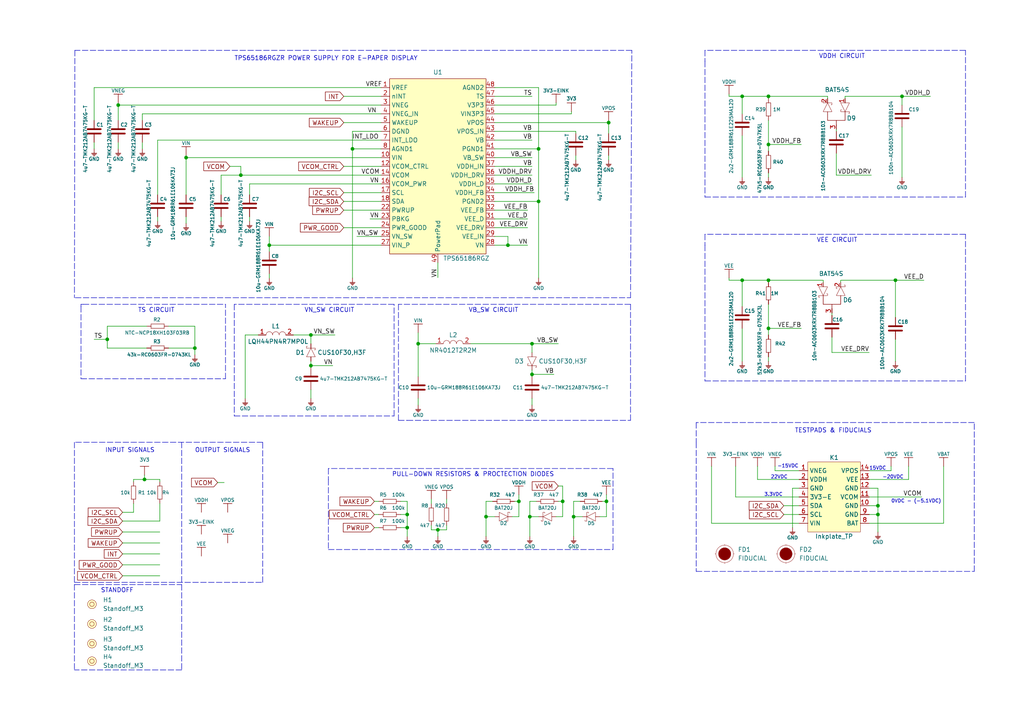
<source format=kicad_sch>
(kicad_sch (version 20211123) (generator eeschema)

  (uuid aade682f-4f30-4536-a302-aadb04cc4494)

  (paper "A4")

  (title_block
    (title "Soldered Inkplate 6")
    (date "2022-11-16")
    (rev "V1.2.0")
    (company "SOLDERED")
    (comment 1 "333232")
  )

  (lib_symbols
    (symbol "e-radionica.com schematics:0603C" (pin_numbers hide) (pin_names (offset 0.002)) (in_bom yes) (on_board yes)
      (property "Reference" "C" (id 0) (at 0 3.81 0)
        (effects (font (size 1 1)))
      )
      (property "Value" "0603C" (id 1) (at 0 -3.175 0)
        (effects (font (size 1 1)))
      )
      (property "Footprint" "e-radionica.com footprinti:0603C" (id 2) (at 0.635 -4.445 0)
        (effects (font (size 1 1)) hide)
      )
      (property "Datasheet" "" (id 3) (at 0 0 0)
        (effects (font (size 1 1)) hide)
      )
      (symbol "0603C_0_1"
        (polyline
          (pts
            (xy -0.635 1.905)
            (xy -0.635 -1.905)
          )
          (stroke (width 0.5) (type default) (color 0 0 0 0))
          (fill (type none))
        )
        (polyline
          (pts
            (xy 0.635 1.905)
            (xy 0.635 -1.905)
          )
          (stroke (width 0.5) (type default) (color 0 0 0 0))
          (fill (type none))
        )
      )
      (symbol "0603C_1_1"
        (pin passive line (at -3.175 0 0) (length 2.54)
          (name "~" (effects (font (size 1.27 1.27))))
          (number "1" (effects (font (size 1.27 1.27))))
        )
        (pin passive line (at 3.175 0 180) (length 2.54)
          (name "~" (effects (font (size 1.27 1.27))))
          (number "2" (effects (font (size 1.27 1.27))))
        )
      )
    )
    (symbol "e-radionica.com schematics:0603R" (pin_numbers hide) (pin_names (offset 0.254)) (in_bom yes) (on_board yes)
      (property "Reference" "R" (id 0) (at 0 1.27 0)
        (effects (font (size 1 1)))
      )
      (property "Value" "0603R" (id 1) (at 0 -1.905 0)
        (effects (font (size 1 1)))
      )
      (property "Footprint" "e-radionica.com footprinti:0603R" (id 2) (at 0 -3.81 0)
        (effects (font (size 1 1)) hide)
      )
      (property "Datasheet" "" (id 3) (at -0.635 1.905 0)
        (effects (font (size 1 1)) hide)
      )
      (symbol "0603R_0_1"
        (rectangle (start -1.905 -0.635) (end 1.905 -0.6604)
          (stroke (width 0.1) (type default) (color 0 0 0 0))
          (fill (type none))
        )
        (rectangle (start -1.905 0.635) (end -1.8796 -0.635)
          (stroke (width 0.1) (type default) (color 0 0 0 0))
          (fill (type none))
        )
        (rectangle (start -1.905 0.635) (end 1.905 0.6096)
          (stroke (width 0.1) (type default) (color 0 0 0 0))
          (fill (type none))
        )
        (rectangle (start 1.905 0.635) (end 1.9304 -0.635)
          (stroke (width 0.1) (type default) (color 0 0 0 0))
          (fill (type none))
        )
      )
      (symbol "0603R_1_1"
        (pin passive line (at -3.175 0 0) (length 1.27)
          (name "~" (effects (font (size 1.27 1.27))))
          (number "1" (effects (font (size 1.27 1.27))))
        )
        (pin passive line (at 3.175 0 180) (length 1.27)
          (name "~" (effects (font (size 1.27 1.27))))
          (number "2" (effects (font (size 1.27 1.27))))
        )
      )
    )
    (symbol "e-radionica.com schematics:0805C" (pin_numbers hide) (in_bom yes) (on_board yes)
      (property "Reference" "C" (id 0) (at 0 3.81 0)
        (effects (font (size 1 1)))
      )
      (property "Value" "0805C" (id 1) (at 0 -3.175 0)
        (effects (font (size 1 1)))
      )
      (property "Footprint" "e-radionica.com footprinti:0805C" (id 2) (at 0 -5.08 0)
        (effects (font (size 1 1)) hide)
      )
      (property "Datasheet" "" (id 3) (at 0 0 0)
        (effects (font (size 1 1)) hide)
      )
      (symbol "0805C_0_1"
        (polyline
          (pts
            (xy -0.635 1.905)
            (xy -0.635 -1.905)
          )
          (stroke (width 0.5) (type default) (color 0 0 0 0))
          (fill (type none))
        )
        (polyline
          (pts
            (xy 0.635 1.905)
            (xy 0.635 -1.905)
          )
          (stroke (width 0.5) (type default) (color 0 0 0 0))
          (fill (type none))
        )
      )
      (symbol "0805C_1_1"
        (pin passive line (at -3.175 0 0) (length 2.54)
          (name "~" (effects (font (size 1.27 1.27))))
          (number "1" (effects (font (size 1.27 1.27))))
        )
        (pin passive line (at 3.175 0 180) (length 2.54)
          (name "~" (effects (font (size 1.27 1.27))))
          (number "2" (effects (font (size 1.27 1.27))))
        )
      )
    )
    (symbol "e-radionica.com schematics:3V3" (power) (pin_names (offset 0)) (in_bom yes) (on_board yes)
      (property "Reference" "#PWR" (id 0) (at 4.445 0 0)
        (effects (font (size 1 1)) hide)
      )
      (property "Value" "3V3" (id 1) (at 0 3.556 0)
        (effects (font (size 1 1)))
      )
      (property "Footprint" "" (id 2) (at 4.445 3.81 0)
        (effects (font (size 1 1)) hide)
      )
      (property "Datasheet" "" (id 3) (at 4.445 3.81 0)
        (effects (font (size 1 1)) hide)
      )
      (property "ki_keywords" "power-flag" (id 4) (at 0 0 0)
        (effects (font (size 1.27 1.27)) hide)
      )
      (property "ki_description" "Power symbol creates a global label with name \"3V3\"" (id 5) (at 0 0 0)
        (effects (font (size 1.27 1.27)) hide)
      )
      (symbol "3V3_0_1"
        (polyline
          (pts
            (xy -1.27 2.54)
            (xy 1.27 2.54)
          )
          (stroke (width 0.16) (type default) (color 0 0 0 0))
          (fill (type none))
        )
        (polyline
          (pts
            (xy 0 0)
            (xy 0 2.54)
          )
          (stroke (width 0) (type default) (color 0 0 0 0))
          (fill (type none))
        )
      )
      (symbol "3V3_1_1"
        (pin power_in line (at 0 0 90) (length 0) hide
          (name "3V3" (effects (font (size 1.27 1.27))))
          (number "1" (effects (font (size 1.27 1.27))))
        )
      )
    )
    (symbol "e-radionica.com schematics:3V3-EINK" (power) (pin_names (offset 0)) (in_bom yes) (on_board yes)
      (property "Reference" "#PWR" (id 0) (at 4.445 0 0)
        (effects (font (size 1 1)) hide)
      )
      (property "Value" "3V3-EINK" (id 1) (at 0 3.556 0)
        (effects (font (size 1 1)))
      )
      (property "Footprint" "" (id 2) (at 4.445 3.81 0)
        (effects (font (size 1 1)) hide)
      )
      (property "Datasheet" "" (id 3) (at 4.445 3.81 0)
        (effects (font (size 1 1)) hide)
      )
      (property "ki_keywords" "power-flag" (id 4) (at 0 0 0)
        (effects (font (size 1.27 1.27)) hide)
      )
      (property "ki_description" "Power symbol creates a global label with name \"3V3-EINK\"" (id 5) (at 0 0 0)
        (effects (font (size 1.27 1.27)) hide)
      )
      (symbol "3V3-EINK_0_1"
        (polyline
          (pts
            (xy -1.27 2.54)
            (xy 1.27 2.54)
          )
          (stroke (width 0.16) (type default) (color 0 0 0 0))
          (fill (type none))
        )
        (polyline
          (pts
            (xy 0 0)
            (xy 0 2.54)
          )
          (stroke (width 0) (type default) (color 0 0 0 0))
          (fill (type none))
        )
      )
      (symbol "3V3-EINK_1_1"
        (pin power_in line (at 0 0 90) (length 0) hide
          (name "3V3-EINK" (effects (font (size 1.27 1.27))))
          (number "1" (effects (font (size 1.27 1.27))))
        )
      )
    )
    (symbol "e-radionica.com schematics:BAT20J" (pin_numbers hide) (pin_names hide) (in_bom yes) (on_board yes)
      (property "Reference" "D" (id 0) (at 0 2.54 0)
        (effects (font (size 1 1)))
      )
      (property "Value" "BAT20J" (id 1) (at 0 -2.54 0)
        (effects (font (size 1 1)))
      )
      (property "Footprint" "e-radionica.com footprinti:SOD-323" (id 2) (at 0 -3.81 0)
        (effects (font (size 1 1)) hide)
      )
      (property "Datasheet" "" (id 3) (at 0 0 0)
        (effects (font (size 1 1)) hide)
      )
      (symbol "BAT20J_0_1"
        (polyline
          (pts
            (xy 1.27 1.27)
            (xy 1.778 1.27)
            (xy 1.778 1.016)
          )
          (stroke (width 0.1) (type default) (color 0 0 0 0))
          (fill (type none))
        )
        (polyline
          (pts
            (xy -1.27 -1.27)
            (xy -1.27 1.27)
            (xy 1.27 0)
            (xy -1.27 -1.27)
          )
          (stroke (width 0.1) (type default) (color 0 0 0 0))
          (fill (type none))
        )
        (polyline
          (pts
            (xy 1.27 1.27)
            (xy 1.27 -1.27)
            (xy 0.762 -1.27)
            (xy 0.762 -1.016)
          )
          (stroke (width 0.1) (type default) (color 0 0 0 0))
          (fill (type none))
        )
      )
      (symbol "BAT20J_1_1"
        (pin input line (at -2.54 0 0) (length 1.27)
          (name "A" (effects (font (size 1.27 1.27))))
          (number "1" (effects (font (size 1.27 1.27))))
        )
        (pin input line (at 2.54 0 180) (length 1.27)
          (name "C" (effects (font (size 1.27 1.27))))
          (number "2" (effects (font (size 1.27 1.27))))
        )
      )
    )
    (symbol "e-radionica.com schematics:BAT54S" (pin_names hide) (in_bom yes) (on_board yes)
      (property "Reference" "D" (id 0) (at 0 5.08 0)
        (effects (font (size 1.27 1.27)))
      )
      (property "Value" "BAT54S" (id 1) (at 0 -5.08 0)
        (effects (font (size 1.27 1.27)))
      )
      (property "Footprint" "e-radionica.com footprinti:SOT-23-3" (id 2) (at -1.27 -7.62 0)
        (effects (font (size 1.27 1.27)) hide)
      )
      (property "Datasheet" "" (id 3) (at -2.54 2.54 0)
        (effects (font (size 1.27 1.27)) hide)
      )
      (symbol "BAT54S_0_1"
        (polyline
          (pts
            (xy 2.54 0)
            (xy 1.27 0)
          )
          (stroke (width 0) (type default) (color 0 0 0 0))
          (fill (type none))
        )
        (polyline
          (pts
            (xy -3.81 -3.81)
            (xy -4.318 -3.81)
            (xy -4.318 -3.556)
          )
          (stroke (width 0.1) (type default) (color 0 0 0 0))
          (fill (type none))
        )
        (polyline
          (pts
            (xy -1.27 3.81)
            (xy -0.762 3.81)
            (xy -0.762 3.556)
          )
          (stroke (width 0.1) (type default) (color 0 0 0 0))
          (fill (type none))
        )
        (polyline
          (pts
            (xy -3.81 -3.81)
            (xy -3.81 -1.27)
            (xy -3.302 -1.27)
            (xy -3.302 -1.524)
          )
          (stroke (width 0.1) (type default) (color 0 0 0 0))
          (fill (type none))
        )
        (polyline
          (pts
            (xy -3.81 1.27)
            (xy -3.81 3.81)
            (xy -1.27 2.54)
            (xy -3.81 1.27)
          )
          (stroke (width 0.1) (type default) (color 0 0 0 0))
          (fill (type none))
        )
        (polyline
          (pts
            (xy -1.27 -1.27)
            (xy -1.27 -3.81)
            (xy -3.81 -2.54)
            (xy -1.27 -1.27)
          )
          (stroke (width 0.1) (type default) (color 0 0 0 0))
          (fill (type none))
        )
        (polyline
          (pts
            (xy -1.27 2.54)
            (xy 1.27 2.54)
            (xy 1.27 -2.54)
            (xy -1.27 -2.54)
          )
          (stroke (width 0) (type default) (color 0 0 0 0))
          (fill (type none))
        )
        (polyline
          (pts
            (xy -1.27 3.81)
            (xy -1.27 1.27)
            (xy -1.778 1.27)
            (xy -1.778 1.524)
          )
          (stroke (width 0.1) (type default) (color 0 0 0 0))
          (fill (type none))
        )
      )
      (symbol "BAT54S_1_1"
        (pin input line (at -5.08 2.54 0) (length 1.27)
          (name "A" (effects (font (size 1.27 1.27))))
          (number "1" (effects (font (size 1.27 1.27))))
        )
        (pin input line (at -5.08 -2.54 0) (length 1.27)
          (name "K" (effects (font (size 1.27 1.27))))
          (number "2" (effects (font (size 1.27 1.27))))
        )
        (pin input line (at 3.81 0 180) (length 1.27)
          (name "3" (effects (font (size 1.27 1.27))))
          (number "3" (effects (font (size 1.27 1.27))))
        )
      )
    )
    (symbol "e-radionica.com schematics:CUS10F30,H3F" (pin_numbers hide) (pin_names hide) (in_bom yes) (on_board yes)
      (property "Reference" "D" (id 0) (at 0 2.54 0)
        (effects (font (size 1.27 1.27)))
      )
      (property "Value" "CUS10F30,H3F" (id 1) (at 0 -2.54 0)
        (effects (font (size 1.27 1.27)))
      )
      (property "Footprint" "e-radionica.com footprinti:SOD-323-2" (id 2) (at 0 -5.08 0)
        (effects (font (size 1.27 1.27)) hide)
      )
      (property "Datasheet" "" (id 3) (at 0 6.35 0)
        (effects (font (size 1.27 1.27)) hide)
      )
      (symbol "CUS10F30,H3F_0_1"
        (polyline
          (pts
            (xy 1.27 1.27)
            (xy 1.778 1.27)
            (xy 1.778 1.016)
          )
          (stroke (width 0.1) (type default) (color 0 0 0 0))
          (fill (type none))
        )
        (polyline
          (pts
            (xy -1.27 -1.27)
            (xy -1.27 1.27)
            (xy 1.27 0)
            (xy -1.27 -1.27)
          )
          (stroke (width 0.1) (type default) (color 0 0 0 0))
          (fill (type none))
        )
        (polyline
          (pts
            (xy 1.27 1.27)
            (xy 1.27 -1.27)
            (xy 0.762 -1.27)
            (xy 0.762 -1.016)
          )
          (stroke (width 0.1) (type default) (color 0 0 0 0))
          (fill (type none))
        )
      )
      (symbol "CUS10F30,H3F_1_1"
        (pin input line (at 2.54 0 180) (length 1.27)
          (name "C" (effects (font (size 1.27 1.27))))
          (number "1" (effects (font (size 1.27 1.27))))
        )
        (pin input line (at -2.54 0 0) (length 1.27)
          (name "A" (effects (font (size 1.27 1.27))))
          (number "2" (effects (font (size 1.27 1.27))))
        )
      )
    )
    (symbol "e-radionica.com schematics:FIDUCIAL" (in_bom no) (on_board yes)
      (property "Reference" "FD" (id 0) (at 0 3.81 0)
        (effects (font (size 1.27 1.27)))
      )
      (property "Value" "FIDUCIAL" (id 1) (at 0 -3.81 0)
        (effects (font (size 1.27 1.27)))
      )
      (property "Footprint" "e-radionica.com footprinti:FIDUCIAL_23" (id 2) (at 0.254 -5.334 0)
        (effects (font (size 1.27 1.27)) hide)
      )
      (property "Datasheet" "" (id 3) (at 0 0 0)
        (effects (font (size 1.27 1.27)) hide)
      )
      (symbol "FIDUCIAL_0_1"
        (polyline
          (pts
            (xy -2.54 0)
            (xy -2.794 0)
          )
          (stroke (width 0.0006) (type default) (color 0 0 0 0))
          (fill (type none))
        )
        (polyline
          (pts
            (xy 0 -2.54)
            (xy 0 -2.794)
          )
          (stroke (width 0.0006) (type default) (color 0 0 0 0))
          (fill (type none))
        )
        (polyline
          (pts
            (xy 0 2.54)
            (xy 0 2.794)
          )
          (stroke (width 0.0006) (type default) (color 0 0 0 0))
          (fill (type none))
        )
        (polyline
          (pts
            (xy 2.54 0)
            (xy 2.794 0)
          )
          (stroke (width 0.0006) (type default) (color 0 0 0 0))
          (fill (type none))
        )
        (circle (center 0 0) (radius 1.7961)
          (stroke (width 0.001) (type default) (color 0 0 0 0))
          (fill (type outline))
        )
        (circle (center 0 0) (radius 2.54)
          (stroke (width 0.0006) (type default) (color 0 0 0 0))
          (fill (type none))
        )
      )
    )
    (symbol "e-radionica.com schematics:GND" (power) (pin_names (offset 0)) (in_bom yes) (on_board yes)
      (property "Reference" "#PWR" (id 0) (at 4.445 0 0)
        (effects (font (size 1 1)) hide)
      )
      (property "Value" "GND" (id 1) (at 0 -2.921 0)
        (effects (font (size 1 1)))
      )
      (property "Footprint" "" (id 2) (at 4.445 3.81 0)
        (effects (font (size 1 1)) hide)
      )
      (property "Datasheet" "" (id 3) (at 4.445 3.81 0)
        (effects (font (size 1 1)) hide)
      )
      (property "ki_keywords" "power-flag" (id 4) (at 0 0 0)
        (effects (font (size 1.27 1.27)) hide)
      )
      (property "ki_description" "Power symbol creates a global label with name \"GND\"" (id 5) (at 0 0 0)
        (effects (font (size 1.27 1.27)) hide)
      )
      (symbol "GND_0_1"
        (polyline
          (pts
            (xy -0.762 -1.27)
            (xy 0.762 -1.27)
          )
          (stroke (width 0.16) (type default) (color 0 0 0 0))
          (fill (type none))
        )
        (polyline
          (pts
            (xy -0.635 -1.524)
            (xy 0.635 -1.524)
          )
          (stroke (width 0.16) (type default) (color 0 0 0 0))
          (fill (type none))
        )
        (polyline
          (pts
            (xy -0.381 -1.778)
            (xy 0.381 -1.778)
          )
          (stroke (width 0.16) (type default) (color 0 0 0 0))
          (fill (type none))
        )
        (polyline
          (pts
            (xy -0.127 -2.032)
            (xy 0.127 -2.032)
          )
          (stroke (width 0.16) (type default) (color 0 0 0 0))
          (fill (type none))
        )
        (polyline
          (pts
            (xy 0 0)
            (xy 0 -1.27)
          )
          (stroke (width 0.16) (type default) (color 0 0 0 0))
          (fill (type none))
        )
      )
      (symbol "GND_1_1"
        (pin power_in line (at 0 0 270) (length 0) hide
          (name "GND" (effects (font (size 1.27 1.27))))
          (number "1" (effects (font (size 1.27 1.27))))
        )
      )
    )
    (symbol "e-radionica.com schematics:Inkplate_TP" (in_bom yes) (on_board yes)
      (property "Reference" "K" (id 0) (at 0 11.43 0)
        (effects (font (size 1.27 1.27)))
      )
      (property "Value" "Inkplate_TP" (id 1) (at 0 -11.43 0)
        (effects (font (size 1.27 1.27)))
      )
      (property "Footprint" "e-radionica.com footprinti:INKPLATE TEST HEADER" (id 2) (at -2.54 -13.97 0)
        (effects (font (size 1.27 1.27)) hide)
      )
      (property "Datasheet" "" (id 3) (at -1.27 0 0)
        (effects (font (size 1.27 1.27)) hide)
      )
      (symbol "Inkplate_TP_0_1"
        (rectangle (start -7.62 10.16) (end 7.62 -10.16)
          (stroke (width 0.1) (type default) (color 0 0 0 0))
          (fill (type background))
        )
      )
      (symbol "Inkplate_TP_1_1"
        (pin passive line (at -10.16 7.62 0) (length 2.54)
          (name "VNEG" (effects (font (size 1.27 1.27))))
          (number "1" (effects (font (size 1.27 1.27))))
        )
        (pin passive line (at 10.16 -2.54 180) (length 2.54)
          (name "GND" (effects (font (size 1.27 1.27))))
          (number "10" (effects (font (size 1.27 1.27))))
        )
        (pin passive line (at 10.16 0 180) (length 2.54)
          (name "VCOM" (effects (font (size 1.27 1.27))))
          (number "11" (effects (font (size 1.27 1.27))))
        )
        (pin passive line (at 10.16 2.54 180) (length 2.54)
          (name "GND" (effects (font (size 1.27 1.27))))
          (number "12" (effects (font (size 1.27 1.27))))
        )
        (pin passive line (at 10.16 5.08 180) (length 2.54)
          (name "VEE" (effects (font (size 1.27 1.27))))
          (number "13" (effects (font (size 1.27 1.27))))
        )
        (pin passive line (at 10.16 7.62 180) (length 2.54)
          (name "VPOS" (effects (font (size 1.27 1.27))))
          (number "14" (effects (font (size 1.27 1.27))))
        )
        (pin passive line (at -10.16 5.08 0) (length 2.54)
          (name "VDDH" (effects (font (size 1.27 1.27))))
          (number "2" (effects (font (size 1.27 1.27))))
        )
        (pin passive line (at -10.16 2.54 0) (length 2.54)
          (name "GND" (effects (font (size 1.27 1.27))))
          (number "3" (effects (font (size 1.27 1.27))))
        )
        (pin passive line (at -10.16 0 0) (length 2.54)
          (name "3V3-E" (effects (font (size 1.27 1.27))))
          (number "4" (effects (font (size 1.27 1.27))))
        )
        (pin passive line (at -10.16 -2.54 0) (length 2.54)
          (name "SDA" (effects (font (size 1.27 1.27))))
          (number "5" (effects (font (size 1.27 1.27))))
        )
        (pin passive line (at -10.16 -5.08 0) (length 2.54)
          (name "SCL" (effects (font (size 1.27 1.27))))
          (number "6" (effects (font (size 1.27 1.27))))
        )
        (pin passive line (at -10.16 -7.62 0) (length 2.54)
          (name "VIN" (effects (font (size 1.27 1.27))))
          (number "7" (effects (font (size 1.27 1.27))))
        )
        (pin passive line (at 10.16 -7.62 180) (length 2.54)
          (name "BAT" (effects (font (size 1.27 1.27))))
          (number "8" (effects (font (size 1.27 1.27))))
        )
        (pin passive line (at 10.16 -5.08 180) (length 2.54)
          (name "GND" (effects (font (size 1.27 1.27))))
          (number "9" (effects (font (size 1.27 1.27))))
        )
      )
    )
    (symbol "e-radionica.com schematics:LQH44PN4R7MP0L" (in_bom yes) (on_board yes)
      (property "Reference" "L" (id 0) (at 0 2.54 0)
        (effects (font (size 1.27 1.27)))
      )
      (property "Value" "LQH44PN4R7MP0L" (id 1) (at 0 -1.27 0)
        (effects (font (size 1.27 1.27)))
      )
      (property "Footprint" "e-radionica.com footprinti:1515L" (id 2) (at 0 -3.81 0)
        (effects (font (size 1.27 1.27)) hide)
      )
      (property "Datasheet" "" (id 3) (at 0 1.27 0)
        (effects (font (size 1.27 1.27)) hide)
      )
      (symbol "LQH44PN4R7MP0L_0_1"
        (arc (start -0.9525 0.0138) (mid -1.905 0.9526) (end -2.8575 0.0138)
          (stroke (width 0.1) (type default) (color 0 0 0 0))
          (fill (type none))
        )
        (arc (start 0.9525 0.0138) (mid 0 0.9526) (end -0.9525 0.0138)
          (stroke (width 0.1) (type default) (color 0 0 0 0))
          (fill (type none))
        )
        (arc (start 2.8575 0.0138) (mid 1.905 0.9526) (end 0.9525 0.0138)
          (stroke (width 0.1) (type default) (color 0 0 0 0))
          (fill (type none))
        )
      )
      (symbol "LQH44PN4R7MP0L_1_1"
        (pin passive line (at -5.08 0 0) (length 2.2)
          (name "" (effects (font (size 1.27 1.27))))
          (number "1" (effects (font (size 1.27 1.27))))
        )
        (pin passive line (at 5.08 0 180) (length 2.2)
          (name "" (effects (font (size 1.27 1.27))))
          (number "2" (effects (font (size 1.27 1.27))))
        )
      )
    )
    (symbol "e-radionica.com schematics:NR4012T2R2M" (in_bom yes) (on_board yes)
      (property "Reference" "L" (id 0) (at 0 2.54 0)
        (effects (font (size 1.27 1.27)))
      )
      (property "Value" "NR4012T2R2M" (id 1) (at 0 -1.27 0)
        (effects (font (size 1.27 1.27)))
      )
      (property "Footprint" "e-radionica.com footprinti:NR4012" (id 2) (at -1.27 -3.81 0)
        (effects (font (size 1.27 1.27)) hide)
      )
      (property "Datasheet" "" (id 3) (at 0 6.35 0)
        (effects (font (size 1.27 1.27)) hide)
      )
      (symbol "NR4012T2R2M_0_1"
        (arc (start -0.9525 0.0138) (mid -1.905 0.9526) (end -2.8575 0.0138)
          (stroke (width 0.1) (type default) (color 0 0 0 0))
          (fill (type none))
        )
        (arc (start 0.9525 0.0138) (mid 0 0.9526) (end -0.9525 0.0138)
          (stroke (width 0.1) (type default) (color 0 0 0 0))
          (fill (type none))
        )
        (arc (start 2.8575 0.0138) (mid 1.905 0.9526) (end 0.9525 0.0138)
          (stroke (width 0.1) (type default) (color 0 0 0 0))
          (fill (type none))
        )
      )
      (symbol "NR4012T2R2M_1_1"
        (pin passive line (at -5.08 0 0) (length 2.2)
          (name "" (effects (font (size 1.27 1.27))))
          (number "1" (effects (font (size 1.27 1.27))))
        )
        (pin passive line (at 5.08 0 180) (length 2.2)
          (name "" (effects (font (size 1.27 1.27))))
          (number "2" (effects (font (size 1.27 1.27))))
        )
      )
    )
    (symbol "e-radionica.com schematics:Standoff_M3" (in_bom yes) (on_board yes)
      (property "Reference" "H" (id 0) (at 0 2.54 0)
        (effects (font (size 1.27 1.27)))
      )
      (property "Value" "Standoff_M3" (id 1) (at 0 -2.54 0)
        (effects (font (size 1.27 1.27)))
      )
      (property "Footprint" "e-radionica.com footprinti:Standoff_M3" (id 2) (at 0 -3.81 0)
        (effects (font (size 1.27 1.27)) hide)
      )
      (property "Datasheet" "" (id 3) (at 0 0 0)
        (effects (font (size 1.27 1.27)) hide)
      )
      (property "ki_keywords" "standoff odstojnik" (id 4) (at 0 0 0)
        (effects (font (size 1.27 1.27)) hide)
      )
      (property "ki_description" "M3 standoff SMTSO-M3-7ET" (id 5) (at 0 0 0)
        (effects (font (size 1.27 1.27)) hide)
      )
      (symbol "Standoff_M3_0_1"
        (circle (center 0 0) (radius 0.635)
          (stroke (width 0.1) (type default) (color 0 0 0 0))
          (fill (type none))
        )
        (circle (center 0 0) (radius 1.27)
          (stroke (width 0.1) (type default) (color 0 0 0 0))
          (fill (type background))
        )
      )
    )
    (symbol "e-radionica.com schematics:TPS65186RGZR" (in_bom yes) (on_board yes)
      (property "Reference" "U" (id 0) (at 0 27.94 0)
        (effects (font (size 1.27 1.27)))
      )
      (property "Value" "TPS65186RGZR" (id 1) (at 7.62 -26.67 0)
        (effects (font (size 1.27 1.27)))
      )
      (property "Footprint" "e-radionica.com footprinti:VQFN-49" (id 2) (at 1.27 -31.75 0)
        (effects (font (size 1.27 1.27)) hide)
      )
      (property "Datasheet" "" (id 3) (at 0 29.21 0)
        (effects (font (size 1.27 1.27)) hide)
      )
      (symbol "TPS65186RGZR_0_1"
        (rectangle (start -13.97 26.67) (end 13.97 -24.13)
          (stroke (width 0.1524) (type default) (color 0 0 0 0))
          (fill (type background))
        )
      )
      (symbol "TPS65186RGZR_1_1"
        (pin input line (at -16.51 24.13 0) (length 2.54)
          (name "VREF" (effects (font (size 1.27 1.27))))
          (number "1" (effects (font (size 1.27 1.27))))
        )
        (pin input line (at -16.51 3.81 0) (length 2.54)
          (name "VIN" (effects (font (size 1.27 1.27))))
          (number "10" (effects (font (size 1.27 1.27))))
        )
        (pin input line (at -16.51 1.27 0) (length 2.54)
          (name "VCOM_CTRL" (effects (font (size 1.27 1.27))))
          (number "12" (effects (font (size 1.27 1.27))))
        )
        (pin input line (at -16.51 -1.27 0) (length 2.54)
          (name "VCOM" (effects (font (size 1.27 1.27))))
          (number "14" (effects (font (size 1.27 1.27))))
        )
        (pin input line (at -16.51 -3.81 0) (length 2.54)
          (name "VCOM_PWR" (effects (font (size 1.27 1.27))))
          (number "16" (effects (font (size 1.27 1.27))))
        )
        (pin input line (at -16.51 -6.35 0) (length 2.54)
          (name "SCL" (effects (font (size 1.27 1.27))))
          (number "17" (effects (font (size 1.27 1.27))))
        )
        (pin input line (at -16.51 -8.89 0) (length 2.54)
          (name "SDA" (effects (font (size 1.27 1.27))))
          (number "18" (effects (font (size 1.27 1.27))))
        )
        (pin input line (at -16.51 21.59 0) (length 2.54)
          (name "nINT" (effects (font (size 1.27 1.27))))
          (number "2" (effects (font (size 1.27 1.27))))
        )
        (pin input line (at -16.51 -11.43 0) (length 2.54)
          (name "PWRUP" (effects (font (size 1.27 1.27))))
          (number "22" (effects (font (size 1.27 1.27))))
        )
        (pin input line (at -16.51 -13.97 0) (length 2.54)
          (name "PBKG" (effects (font (size 1.27 1.27))))
          (number "23" (effects (font (size 1.27 1.27))))
        )
        (pin input line (at -16.51 -16.51 0) (length 2.54)
          (name "PWR_GOOD" (effects (font (size 1.27 1.27))))
          (number "24" (effects (font (size 1.27 1.27))))
        )
        (pin input line (at -16.51 -19.05 0) (length 2.54)
          (name "VN_SW" (effects (font (size 1.27 1.27))))
          (number "25" (effects (font (size 1.27 1.27))))
        )
        (pin input line (at -16.51 -21.59 0) (length 2.54)
          (name "VIN_P" (effects (font (size 1.27 1.27))))
          (number "27" (effects (font (size 1.27 1.27))))
        )
        (pin input line (at 16.51 -21.59 180) (length 2.54)
          (name "VN" (effects (font (size 1.27 1.27))))
          (number "28" (effects (font (size 1.27 1.27))))
        )
        (pin input line (at 16.51 -19.05 180) (length 2.54)
          (name "VEE_IN" (effects (font (size 1.27 1.27))))
          (number "29" (effects (font (size 1.27 1.27))))
        )
        (pin input line (at -16.51 19.05 0) (length 2.54)
          (name "VNEG" (effects (font (size 1.27 1.27))))
          (number "3" (effects (font (size 1.27 1.27))))
        )
        (pin input line (at 16.51 -16.51 180) (length 2.54)
          (name "VEE_DRV" (effects (font (size 1.27 1.27))))
          (number "30" (effects (font (size 1.27 1.27))))
        )
        (pin input line (at 16.51 -13.97 180) (length 2.54)
          (name "VEE_D" (effects (font (size 1.27 1.27))))
          (number "31" (effects (font (size 1.27 1.27))))
        )
        (pin input line (at 16.51 -11.43 180) (length 2.54)
          (name "VEE_FB" (effects (font (size 1.27 1.27))))
          (number "32" (effects (font (size 1.27 1.27))))
        )
        (pin input line (at 16.51 -8.89 180) (length 2.54)
          (name "PGND2" (effects (font (size 1.27 1.27))))
          (number "33" (effects (font (size 1.27 1.27))))
        )
        (pin input line (at 16.51 -6.35 180) (length 2.54)
          (name "VDDH_FB" (effects (font (size 1.27 1.27))))
          (number "34" (effects (font (size 1.27 1.27))))
        )
        (pin input line (at 16.51 -3.81 180) (length 2.54)
          (name "VDDH_D" (effects (font (size 1.27 1.27))))
          (number "35" (effects (font (size 1.27 1.27))))
        )
        (pin input line (at 16.51 -1.27 180) (length 2.54)
          (name "VDDH_DRV" (effects (font (size 1.27 1.27))))
          (number "36" (effects (font (size 1.27 1.27))))
        )
        (pin input line (at 16.51 1.27 180) (length 2.54)
          (name "VDDH_IN" (effects (font (size 1.27 1.27))))
          (number "37" (effects (font (size 1.27 1.27))))
        )
        (pin input line (at -16.51 16.51 0) (length 2.54)
          (name "VNEG_IN" (effects (font (size 1.27 1.27))))
          (number "4" (effects (font (size 1.27 1.27))))
        )
        (pin input line (at 16.51 3.81 180) (length 2.54)
          (name "VB_SW" (effects (font (size 1.27 1.27))))
          (number "40" (effects (font (size 1.27 1.27))))
        )
        (pin input line (at 16.51 6.35 180) (length 2.54)
          (name "PGND1" (effects (font (size 1.27 1.27))))
          (number "41" (effects (font (size 1.27 1.27))))
        )
        (pin input line (at 16.51 8.89 180) (length 2.54)
          (name "VB" (effects (font (size 1.27 1.27))))
          (number "42" (effects (font (size 1.27 1.27))))
        )
        (pin input line (at 16.51 11.43 180) (length 2.54)
          (name "VPOS_IN" (effects (font (size 1.27 1.27))))
          (number "43" (effects (font (size 1.27 1.27))))
        )
        (pin input line (at 16.51 13.97 180) (length 2.54)
          (name "VPOS" (effects (font (size 1.27 1.27))))
          (number "44" (effects (font (size 1.27 1.27))))
        )
        (pin input line (at 16.51 16.51 180) (length 2.54)
          (name "VIN3P3" (effects (font (size 1.27 1.27))))
          (number "45" (effects (font (size 1.27 1.27))))
        )
        (pin input line (at 16.51 19.05 180) (length 2.54)
          (name "V3P3" (effects (font (size 1.27 1.27))))
          (number "46" (effects (font (size 1.27 1.27))))
        )
        (pin input line (at 16.51 21.59 180) (length 2.54)
          (name "TS" (effects (font (size 1.27 1.27))))
          (number "47" (effects (font (size 1.27 1.27))))
        )
        (pin input line (at 16.51 24.13 180) (length 2.54)
          (name "AGND2" (effects (font (size 1.27 1.27))))
          (number "48" (effects (font (size 1.27 1.27))))
        )
        (pin input line (at 0 -26.67 90) (length 2.54)
          (name "PowerPad" (effects (font (size 1.27 1.27))))
          (number "49" (effects (font (size 1.27 1.27))))
        )
        (pin input line (at -16.51 13.97 0) (length 2.54)
          (name "WAKEUP" (effects (font (size 1.27 1.27))))
          (number "5" (effects (font (size 1.27 1.27))))
        )
        (pin input line (at -16.51 11.43 0) (length 2.54)
          (name "DGND" (effects (font (size 1.27 1.27))))
          (number "6" (effects (font (size 1.27 1.27))))
        )
        (pin input line (at -16.51 8.89 0) (length 2.54)
          (name "INT_LDO" (effects (font (size 1.27 1.27))))
          (number "7" (effects (font (size 1.27 1.27))))
        )
        (pin input line (at -16.51 6.35 0) (length 2.54)
          (name "AGND1" (effects (font (size 1.27 1.27))))
          (number "8" (effects (font (size 1.27 1.27))))
        )
      )
    )
    (symbol "e-radionica.com schematics:VBAT" (power) (pin_names (offset 0)) (in_bom yes) (on_board yes)
      (property "Reference" "#PWR" (id 0) (at 4.445 0 0)
        (effects (font (size 1 1)) hide)
      )
      (property "Value" "VBAT" (id 1) (at 0 3.556 0)
        (effects (font (size 1 1)))
      )
      (property "Footprint" "" (id 2) (at 4.445 3.81 0)
        (effects (font (size 1 1)) hide)
      )
      (property "Datasheet" "" (id 3) (at 4.445 3.81 0)
        (effects (font (size 1 1)) hide)
      )
      (property "ki_keywords" "power-flag" (id 4) (at 0 0 0)
        (effects (font (size 1.27 1.27)) hide)
      )
      (property "ki_description" "Power symbol creates a global label with name \"VBAT\"" (id 5) (at 0 0 0)
        (effects (font (size 1.27 1.27)) hide)
      )
      (symbol "VBAT_0_1"
        (polyline
          (pts
            (xy -1.27 2.54)
            (xy 1.27 2.54)
          )
          (stroke (width 0.16) (type default) (color 0 0 0 0))
          (fill (type none))
        )
        (polyline
          (pts
            (xy 0 0)
            (xy 0 2.54)
          )
          (stroke (width 0) (type default) (color 0 0 0 0))
          (fill (type none))
        )
      )
      (symbol "VBAT_1_1"
        (pin power_in line (at 0 0 90) (length 0) hide
          (name "VBAT" (effects (font (size 1.27 1.27))))
          (number "1" (effects (font (size 1.27 1.27))))
        )
      )
    )
    (symbol "e-radionica.com schematics:VDDH" (power) (pin_names (offset 0)) (in_bom yes) (on_board yes)
      (property "Reference" "#PWR" (id 0) (at 4.445 0 0)
        (effects (font (size 1 1)) hide)
      )
      (property "Value" "VDDH" (id 1) (at 0 3.556 0)
        (effects (font (size 1 1)))
      )
      (property "Footprint" "" (id 2) (at 4.445 3.81 0)
        (effects (font (size 1 1)) hide)
      )
      (property "Datasheet" "" (id 3) (at 4.445 3.81 0)
        (effects (font (size 1 1)) hide)
      )
      (property "ki_keywords" "power-flag" (id 4) (at 0 0 0)
        (effects (font (size 1.27 1.27)) hide)
      )
      (property "ki_description" "Power symbol creates a global label with name \"VDDH\"" (id 5) (at 0 0 0)
        (effects (font (size 1.27 1.27)) hide)
      )
      (symbol "VDDH_0_1"
        (polyline
          (pts
            (xy -1.27 2.54)
            (xy 1.27 2.54)
          )
          (stroke (width 0.16) (type default) (color 0 0 0 0))
          (fill (type none))
        )
        (polyline
          (pts
            (xy 0 0)
            (xy 0 2.54)
          )
          (stroke (width 0) (type default) (color 0 0 0 0))
          (fill (type none))
        )
      )
      (symbol "VDDH_1_1"
        (pin power_in line (at 0 0 90) (length 0) hide
          (name "VDDH" (effects (font (size 1.27 1.27))))
          (number "1" (effects (font (size 1.27 1.27))))
        )
      )
    )
    (symbol "e-radionica.com schematics:VEE" (power) (pin_names (offset 0)) (in_bom yes) (on_board yes)
      (property "Reference" "#PWR" (id 0) (at 4.445 0 0)
        (effects (font (size 1 1)) hide)
      )
      (property "Value" "VEE" (id 1) (at 0 3.556 0)
        (effects (font (size 1 1)))
      )
      (property "Footprint" "" (id 2) (at 4.445 3.81 0)
        (effects (font (size 1 1)) hide)
      )
      (property "Datasheet" "" (id 3) (at 4.445 3.81 0)
        (effects (font (size 1 1)) hide)
      )
      (property "ki_keywords" "power-flag" (id 4) (at 0 0 0)
        (effects (font (size 1.27 1.27)) hide)
      )
      (property "ki_description" "Power symbol creates a global label with name \"VEE\"" (id 5) (at 0 0 0)
        (effects (font (size 1.27 1.27)) hide)
      )
      (symbol "VEE_0_1"
        (polyline
          (pts
            (xy -1.27 2.54)
            (xy 1.27 2.54)
          )
          (stroke (width 0.16) (type default) (color 0 0 0 0))
          (fill (type none))
        )
        (polyline
          (pts
            (xy 0 0)
            (xy 0 2.54)
          )
          (stroke (width 0) (type default) (color 0 0 0 0))
          (fill (type none))
        )
      )
      (symbol "VEE_1_1"
        (pin power_in line (at 0 0 90) (length 0) hide
          (name "VEE" (effects (font (size 1.27 1.27))))
          (number "1" (effects (font (size 1.27 1.27))))
        )
      )
    )
    (symbol "e-radionica.com schematics:VIN" (power) (pin_names (offset 0)) (in_bom yes) (on_board yes)
      (property "Reference" "#PWR" (id 0) (at 4.445 0 0)
        (effects (font (size 1 1)) hide)
      )
      (property "Value" "VIN" (id 1) (at 0 3.556 0)
        (effects (font (size 1 1)))
      )
      (property "Footprint" "" (id 2) (at 4.445 3.81 0)
        (effects (font (size 1 1)) hide)
      )
      (property "Datasheet" "" (id 3) (at 4.445 3.81 0)
        (effects (font (size 1 1)) hide)
      )
      (property "ki_keywords" "power-flag" (id 4) (at 0 0 0)
        (effects (font (size 1.27 1.27)) hide)
      )
      (property "ki_description" "Power symbol creates a global label with name \"VIN\"" (id 5) (at 0 0 0)
        (effects (font (size 1.27 1.27)) hide)
      )
      (symbol "VIN_0_1"
        (polyline
          (pts
            (xy -1.27 2.54)
            (xy 1.27 2.54)
          )
          (stroke (width 0.16) (type default) (color 0 0 0 0))
          (fill (type none))
        )
        (polyline
          (pts
            (xy 0 0)
            (xy 0 2.54)
          )
          (stroke (width 0) (type default) (color 0 0 0 0))
          (fill (type none))
        )
      )
      (symbol "VIN_1_1"
        (pin power_in line (at 0 0 90) (length 0) hide
          (name "VIN" (effects (font (size 1.27 1.27))))
          (number "1" (effects (font (size 1.27 1.27))))
        )
      )
    )
    (symbol "e-radionica.com schematics:VNEG" (power) (pin_names (offset 0)) (in_bom yes) (on_board yes)
      (property "Reference" "#PWR" (id 0) (at 4.445 0 0)
        (effects (font (size 1 1)) hide)
      )
      (property "Value" "VNEG" (id 1) (at 0 3.556 0)
        (effects (font (size 1 1)))
      )
      (property "Footprint" "" (id 2) (at 4.445 3.81 0)
        (effects (font (size 1 1)) hide)
      )
      (property "Datasheet" "" (id 3) (at 4.445 3.81 0)
        (effects (font (size 1 1)) hide)
      )
      (property "ki_keywords" "power-flag" (id 4) (at 0 0 0)
        (effects (font (size 1.27 1.27)) hide)
      )
      (property "ki_description" "Power symbol creates a global label with name \"VNEG\"" (id 5) (at 0 0 0)
        (effects (font (size 1.27 1.27)) hide)
      )
      (symbol "VNEG_0_1"
        (polyline
          (pts
            (xy -1.27 2.54)
            (xy 1.27 2.54)
          )
          (stroke (width 0.16) (type default) (color 0 0 0 0))
          (fill (type none))
        )
        (polyline
          (pts
            (xy 0 0)
            (xy 0 2.54)
          )
          (stroke (width 0) (type default) (color 0 0 0 0))
          (fill (type none))
        )
      )
      (symbol "VNEG_1_1"
        (pin power_in line (at 0 0 90) (length 0) hide
          (name "VNEG" (effects (font (size 1.27 1.27))))
          (number "1" (effects (font (size 1.27 1.27))))
        )
      )
    )
    (symbol "e-radionica.com schematics:VPOS" (power) (pin_names (offset 0)) (in_bom yes) (on_board yes)
      (property "Reference" "#PWR" (id 0) (at 4.445 0 0)
        (effects (font (size 1 1)) hide)
      )
      (property "Value" "VPOS" (id 1) (at 0 3.556 0)
        (effects (font (size 1 1)))
      )
      (property "Footprint" "" (id 2) (at 4.445 3.81 0)
        (effects (font (size 1 1)) hide)
      )
      (property "Datasheet" "" (id 3) (at 4.445 3.81 0)
        (effects (font (size 1 1)) hide)
      )
      (property "ki_keywords" "power-flag" (id 4) (at 0 0 0)
        (effects (font (size 1.27 1.27)) hide)
      )
      (property "ki_description" "Power symbol creates a global label with name \"VPOS\"" (id 5) (at 0 0 0)
        (effects (font (size 1.27 1.27)) hide)
      )
      (symbol "VPOS_0_1"
        (polyline
          (pts
            (xy -1.27 2.54)
            (xy 1.27 2.54)
          )
          (stroke (width 0.16) (type default) (color 0 0 0 0))
          (fill (type none))
        )
        (polyline
          (pts
            (xy 0 0)
            (xy 0 2.54)
          )
          (stroke (width 0) (type default) (color 0 0 0 0))
          (fill (type none))
        )
      )
      (symbol "VPOS_1_1"
        (pin power_in line (at 0 0 90) (length 0) hide
          (name "VPOS" (effects (font (size 1.27 1.27))))
          (number "1" (effects (font (size 1.27 1.27))))
        )
      )
    )
  )

  (junction (at 163.195 145.415) (diameter 0) (color 0 0 0 0)
    (uuid 0151e320-ad59-484b-9a07-fefcbeb150db)
  )
  (junction (at 34.29 30.48) (diameter 0) (color 0 0 0 0)
    (uuid 095c9106-ad7e-44ae-9d3e-39b683dc00b5)
  )
  (junction (at 90.17 97.155) (diameter 0) (color 0 0 0 0)
    (uuid 095eabd7-8a0f-40ae-8575-ed106190dda7)
  )
  (junction (at 118.11 149.225) (diameter 0) (color 0 0 0 0)
    (uuid 0c91ba4d-c61e-41a1-a171-9b260e02681d)
  )
  (junction (at 261.62 27.94) (diameter 0) (color 0 0 0 0)
    (uuid 0e43d21b-d0dc-4ff6-80d2-7acad570ff1a)
  )
  (junction (at 102.235 43.18) (diameter 0) (color 0 0 0 0)
    (uuid 102c215f-e3b2-40a6-a6ec-76b74772531a)
  )
  (junction (at 118.11 153.035) (diameter 0) (color 0 0 0 0)
    (uuid 10c587ff-4dde-46c1-855d-e81e62ed1e97)
  )
  (junction (at 222.885 41.91) (diameter 0) (color 0 0 0 0)
    (uuid 1e1eade0-f92d-46a6-862d-b19804098158)
  )
  (junction (at 31.115 98.425) (diameter 0) (color 0 0 0 0)
    (uuid 239f6f3b-1e11-445c-8844-f2fbd5aab72b)
  )
  (junction (at 53.975 45.72) (diameter 0) (color 0 0 0 0)
    (uuid 3120b124-e9d7-4029-9d0c-30b810430368)
  )
  (junction (at 150.495 145.415) (diameter 0) (color 0 0 0 0)
    (uuid 3123c1ab-2cf6-4688-85c1-b1327d75fa3e)
  )
  (junction (at 56.515 100.965) (diameter 0) (color 0 0 0 0)
    (uuid 3bf70c0d-d059-4c8a-9cec-4dcc34d6a0f6)
  )
  (junction (at 175.895 145.415) (diameter 0) (color 0 0 0 0)
    (uuid 56e99b64-cb8e-40aa-bc9a-72ee5431df33)
  )
  (junction (at 78.105 71.12) (diameter 0) (color 0 0 0 0)
    (uuid 6d21fa04-794c-4dd7-a201-b09f1a8b994b)
  )
  (junction (at 215.265 27.94) (diameter 0) (color 0 0 0 0)
    (uuid 74469732-baa4-4cb8-a208-d5a388d8e2be)
  )
  (junction (at 166.37 149.86) (diameter 0) (color 0 0 0 0)
    (uuid 74e8f08d-531b-475c-a78e-dcd5a8308b13)
  )
  (junction (at 127 153.67) (diameter 0) (color 0 0 0 0)
    (uuid 808290cf-6276-432a-a913-b6189fdc4184)
  )
  (junction (at 69.85 50.8) (diameter 0) (color 0 0 0 0)
    (uuid 815fb431-7ddc-41e3-ba94-1626388e5d39)
  )
  (junction (at 154.305 108.585) (diameter 0) (color 0 0 0 0)
    (uuid 82230355-de11-4c2c-ab38-2501c43d6bb6)
  )
  (junction (at 254.635 149.225) (diameter 0) (color 0 0 0 0)
    (uuid 852cf367-fb9c-4925-b054-9cbb97cff8cb)
  )
  (junction (at 154.305 99.695) (diameter 0) (color 0 0 0 0)
    (uuid 902f4bc0-35eb-4866-89d6-06e23ebf0ea1)
  )
  (junction (at 121.285 99.695) (diameter 0) (color 0 0 0 0)
    (uuid 903f1342-7cd8-4871-ba3c-755420162c02)
  )
  (junction (at 176.53 35.56) (diameter 0) (color 0 0 0 0)
    (uuid a375fe4b-e6e0-4769-8146-973d2eb9b275)
  )
  (junction (at 41.91 139.065) (diameter 0) (color 0 0 0 0)
    (uuid bb269027-2a48-433e-9f7c-e0ba26e193fb)
  )
  (junction (at 140.97 149.86) (diameter 0) (color 0 0 0 0)
    (uuid bc154339-e26a-475a-a0c3-9aa6f1cfb80b)
  )
  (junction (at 156.21 58.42) (diameter 0) (color 0 0 0 0)
    (uuid c8c419f8-bb76-4559-8180-57db1f449217)
  )
  (junction (at 153.67 149.86) (diameter 0) (color 0 0 0 0)
    (uuid cece8a3c-f4ae-47bb-8fc5-02b7e1f94585)
  )
  (junction (at 215.265 81.28) (diameter 0) (color 0 0 0 0)
    (uuid cff7274c-fc47-4b9f-bbc5-b83c491cf859)
  )
  (junction (at 254.635 146.685) (diameter 0) (color 0 0 0 0)
    (uuid d48f1ca3-8623-44f4-b65c-59f36f9c0699)
  )
  (junction (at 147.32 71.12) (diameter 0) (color 0 0 0 0)
    (uuid d65232e2-90de-443d-acaf-8b34acc35255)
  )
  (junction (at 90.17 106.045) (diameter 0) (color 0 0 0 0)
    (uuid dd907bbf-cd1b-48a8-984e-349218429cb4)
  )
  (junction (at 222.885 81.28) (diameter 0) (color 0 0 0 0)
    (uuid e3ff570f-0808-411c-856a-c08e613f123f)
  )
  (junction (at 222.885 27.94) (diameter 0) (color 0 0 0 0)
    (uuid e9550a15-5028-49cf-b30e-2f9aba578e8a)
  )
  (junction (at 222.885 95.25) (diameter 0) (color 0 0 0 0)
    (uuid f689fa32-80b8-4521-8b07-c67ed1b825d3)
  )
  (junction (at 259.715 81.28) (diameter 0) (color 0 0 0 0)
    (uuid ff6e1905-80a4-4263-8514-cf7caac70c4e)
  )
  (junction (at 156.21 43.18) (diameter 0) (color 0 0 0 0)
    (uuid ff7fe37e-fcb9-40c5-85f0-dfe0cdc0b7ef)
  )

  (polyline (pts (xy 21.59 169.545) (xy 21.59 194.31))
    (stroke (width 0) (type default) (color 0 0 0 0))
    (uuid 00e8d76e-330c-44a8-a950-56087b831a29)
  )

  (wire (pts (xy 56.515 94.615) (xy 56.515 100.965))
    (stroke (width 0) (type default) (color 0 0 0 0))
    (uuid 013d12e2-bc18-4c37-b184-538605215685)
  )
  (polyline (pts (xy 95.25 139.065) (xy 95.25 159.385))
    (stroke (width 0) (type default) (color 0 0 0 0))
    (uuid 018f47ff-88de-4ae0-aed9-1b28d910789e)
  )

  (wire (pts (xy 99.695 55.88) (xy 110.49 55.88))
    (stroke (width 0) (type default) (color 0 0 0 0))
    (uuid 01b90ecc-c36f-427b-884d-73bfcf7dedba)
  )
  (wire (pts (xy 46.355 139.065) (xy 41.91 139.065))
    (stroke (width 0) (type default) (color 0 0 0 0))
    (uuid 01d32fa8-35fd-4132-b2b5-1983805a3221)
  )
  (wire (pts (xy 224.79 136.525) (xy 231.775 136.525))
    (stroke (width 0) (type default) (color 0 0 0 0))
    (uuid 02036978-ab11-49db-9cd5-55ab5f251aaa)
  )
  (wire (pts (xy 143.51 55.88) (xy 154.94 55.88))
    (stroke (width 0) (type default) (color 0 0 0 0))
    (uuid 02f07f9a-f284-4d56-bcc3-478bd546e584)
  )
  (wire (pts (xy 222.885 41.91) (xy 222.885 43.815))
    (stroke (width 0) (type default) (color 0 0 0 0))
    (uuid 035c6568-9f5d-48de-b043-f59b27a5fea1)
  )
  (wire (pts (xy 273.685 135.255) (xy 273.685 151.765))
    (stroke (width 0) (type default) (color 0 0 0 0))
    (uuid 03b9ec69-c16c-4458-b5c5-62d0a97534fe)
  )
  (wire (pts (xy 110.49 38.1) (xy 102.235 38.1))
    (stroke (width 0) (type default) (color 0 0 0 0))
    (uuid 0696bb4d-e8f1-49f3-b815-320baa628e0d)
  )
  (wire (pts (xy 27.305 34.925) (xy 27.305 25.4))
    (stroke (width 0) (type default) (color 0 0 0 0))
    (uuid 075a1151-9b58-4fd3-9893-76199f10b025)
  )
  (wire (pts (xy 213.36 144.145) (xy 231.775 144.145))
    (stroke (width 0) (type default) (color 0 0 0 0))
    (uuid 0765e9d2-3fac-432f-906a-e9426ad17d4e)
  )
  (wire (pts (xy 99.695 60.96) (xy 110.49 60.96))
    (stroke (width 0) (type default) (color 0 0 0 0))
    (uuid 08980d31-eeb4-471f-b4d8-0bfcb29d1656)
  )
  (wire (pts (xy 222.885 41.91) (xy 232.41 41.91))
    (stroke (width 0) (type default) (color 0 0 0 0))
    (uuid 08c2032f-ef53-43c6-9c54-d876ce77994b)
  )
  (wire (pts (xy 121.285 96.52) (xy 121.285 99.695))
    (stroke (width 0) (type default) (color 0 0 0 0))
    (uuid 09000eaf-4fc7-40d8-ac41-34d7e0fb7155)
  )
  (wire (pts (xy 215.265 39.37) (xy 215.265 51.435))
    (stroke (width 0) (type default) (color 0 0 0 0))
    (uuid 0b85d213-1262-4aa0-a764-05e60c473dfb)
  )
  (wire (pts (xy 103.505 68.58) (xy 110.49 68.58))
    (stroke (width 0) (type default) (color 0 0 0 0))
    (uuid 0d564454-5514-400c-92e0-ab278115840f)
  )
  (wire (pts (xy 45.72 56.515) (xy 45.72 40.64))
    (stroke (width 0) (type default) (color 0 0 0 0))
    (uuid 0e88f603-58b5-40ce-864d-aebde4bfbb64)
  )
  (wire (pts (xy 156.21 43.18) (xy 156.21 58.42))
    (stroke (width 0) (type default) (color 0 0 0 0))
    (uuid 100f8443-9f4b-4fd1-b038-1b00a521f0fa)
  )
  (wire (pts (xy 72.39 53.34) (xy 110.49 53.34))
    (stroke (width 0) (type default) (color 0 0 0 0))
    (uuid 10a2dd9d-c74c-4030-a9a4-f2cea761df5e)
  )
  (wire (pts (xy 35.56 151.13) (xy 46.355 151.13))
    (stroke (width 0) (type default) (color 0 0 0 0))
    (uuid 110985ac-c457-480e-9e42-08c7b557a5df)
  )
  (wire (pts (xy 35.56 167.005) (xy 46.355 167.005))
    (stroke (width 0) (type default) (color 0 0 0 0))
    (uuid 12368418-3166-4112-98c5-32980a4b5140)
  )
  (wire (pts (xy 153.67 145.415) (xy 155.575 145.415))
    (stroke (width 0) (type default) (color 0 0 0 0))
    (uuid 127ea7ae-933f-4e85-aa46-3ce7bb8535ba)
  )
  (wire (pts (xy 243.84 81.28) (xy 259.715 81.28))
    (stroke (width 0) (type default) (color 0 0 0 0))
    (uuid 12e7ff69-feab-4182-b274-be12ee0f9850)
  )
  (polyline (pts (xy 95.25 159.385) (xy 177.8 159.385))
    (stroke (width 0) (type default) (color 0 0 0 0))
    (uuid 13ca245b-fe00-4b04-a368-02f4ef9f9b89)
  )

  (wire (pts (xy 121.285 115.57) (xy 121.285 117.475))
    (stroke (width 0) (type default) (color 0 0 0 0))
    (uuid 158a34ff-3cc8-4fb1-ab3f-c6bf1af24be5)
  )
  (wire (pts (xy 53.975 56.515) (xy 53.975 45.72))
    (stroke (width 0) (type default) (color 0 0 0 0))
    (uuid 167f3c10-81ea-44cd-98cf-65b8c1109670)
  )
  (wire (pts (xy 143.51 53.34) (xy 154.305 53.34))
    (stroke (width 0) (type default) (color 0 0 0 0))
    (uuid 16a589e3-c289-4a4e-a55d-1760f3f67eac)
  )
  (polyline (pts (xy 204.47 71.12) (xy 204.47 110.49))
    (stroke (width 0) (type default) (color 0 0 0 0))
    (uuid 18b951d3-d3f0-41f9-8200-a913f408ef0e)
  )

  (wire (pts (xy 222.885 95.25) (xy 222.885 97.155))
    (stroke (width 0) (type default) (color 0 0 0 0))
    (uuid 19303e9a-86ee-428e-8905-4d53250391ea)
  )
  (wire (pts (xy 64.135 50.8) (xy 69.85 50.8))
    (stroke (width 0) (type default) (color 0 0 0 0))
    (uuid 19d3ae75-cc6d-4a98-bbec-572f3563be77)
  )
  (polyline (pts (xy 204.47 57.15) (xy 280.035 57.15))
    (stroke (width 0) (type default) (color 0 0 0 0))
    (uuid 1ac431ec-d18d-4b1b-93cb-f6e43b09890c)
  )

  (wire (pts (xy 242.57 50.8) (xy 252.73 50.8))
    (stroke (width 0) (type default) (color 0 0 0 0))
    (uuid 1df0b544-c382-4b55-ba1c-0c1915adae83)
  )
  (wire (pts (xy 166.37 149.86) (xy 166.37 145.415))
    (stroke (width 0) (type default) (color 0 0 0 0))
    (uuid 1ec13671-6e7c-4156-8eb1-0818956d007f)
  )
  (wire (pts (xy 41.91 139.065) (xy 38.735 139.065))
    (stroke (width 0) (type default) (color 0 0 0 0))
    (uuid 20dff2b5-e3fd-4bf6-9f9a-88087158b660)
  )
  (wire (pts (xy 261.62 27.94) (xy 269.875 27.94))
    (stroke (width 0) (type default) (color 0 0 0 0))
    (uuid 20f98130-5a22-4572-bd66-5ee672c51e49)
  )
  (wire (pts (xy 90.17 104.775) (xy 90.17 106.045))
    (stroke (width 0) (type default) (color 0 0 0 0))
    (uuid 217c09dd-a3e3-4dbe-81d2-3237d5d06335)
  )
  (wire (pts (xy 78.105 68.58) (xy 78.105 71.12))
    (stroke (width 0) (type default) (color 0 0 0 0))
    (uuid 21db286f-0fed-466b-9b5d-58fea69b27bf)
  )
  (wire (pts (xy 35.56 160.655) (xy 46.355 160.655))
    (stroke (width 0) (type default) (color 0 0 0 0))
    (uuid 2244b5d3-7385-4c2e-a4c2-18880adc91d6)
  )
  (wire (pts (xy 261.62 36.83) (xy 261.62 51.435))
    (stroke (width 0) (type default) (color 0 0 0 0))
    (uuid 22adcc43-7910-4494-aa56-8fce08aafdaa)
  )
  (polyline (pts (xy 183.261 14.605) (xy 21.717 14.605))
    (stroke (width 0) (type default) (color 0 0 0 0))
    (uuid 2393e597-b5fe-4fd9-927d-ef67c311fd6e)
  )
  (polyline (pts (xy 24.13 88.265) (xy 23.495 88.265))
    (stroke (width 0) (type default) (color 0 0 0 0))
    (uuid 23eed498-cd05-4dde-832e-c9767d4f9b0f)
  )
  (polyline (pts (xy 182.88 88.265) (xy 115.57 88.265))
    (stroke (width 0) (type default) (color 0 0 0 0))
    (uuid 252f040e-ba72-4c2b-8f8e-95368b6f3e51)
  )
  (polyline (pts (xy 95.25 135.89) (xy 95.25 139.065))
    (stroke (width 0) (type default) (color 0 0 0 0))
    (uuid 2594bc45-7ca6-4d06-a06d-05c44403c6a0)
  )
  (polyline (pts (xy 76.2 128.27) (xy 21.59 128.27))
    (stroke (width 0) (type default) (color 0 0 0 0))
    (uuid 2803c975-02b2-428c-b8e9-658bbed52d00)
  )

  (wire (pts (xy 222.885 95.25) (xy 232.41 95.25))
    (stroke (width 0) (type default) (color 0 0 0 0))
    (uuid 2e3bfcc6-582d-41f5-ae99-7cfd176220c5)
  )
  (wire (pts (xy 53.975 45.085) (xy 53.975 45.72))
    (stroke (width 0) (type default) (color 0 0 0 0))
    (uuid 2e8e20ce-6157-4637-983d-b19fc6daa46c)
  )
  (wire (pts (xy 150.495 143.51) (xy 150.495 145.415))
    (stroke (width 0) (type default) (color 0 0 0 0))
    (uuid 2ebe7d52-7c41-4411-b9ef-dfc7a0409ee4)
  )
  (wire (pts (xy 78.105 73.025) (xy 78.105 71.12))
    (stroke (width 0) (type default) (color 0 0 0 0))
    (uuid 33526ec6-7e3d-4df5-8915-6474fba9605b)
  )
  (polyline (pts (xy 23.495 88.9) (xy 23.495 109.855))
    (stroke (width 0) (type default) (color 0 0 0 0))
    (uuid 34392292-7065-417e-b176-902ff9b9f131)
  )

  (wire (pts (xy 258.445 136.525) (xy 252.095 136.525))
    (stroke (width 0) (type default) (color 0 0 0 0))
    (uuid 3505bb4f-6aae-43b6-87b9-59b2c69fb22c)
  )
  (wire (pts (xy 211.455 27.305) (xy 211.455 27.94))
    (stroke (width 0) (type default) (color 0 0 0 0))
    (uuid 3646d319-0d92-4f54-bb7a-9454f1f881c4)
  )
  (wire (pts (xy 163.195 140.97) (xy 161.925 140.97))
    (stroke (width 0) (type default) (color 0 0 0 0))
    (uuid 3667b377-0404-4e9e-9d25-c2cca4e4bc83)
  )
  (wire (pts (xy 229.87 141.605) (xy 229.87 153.035))
    (stroke (width 0) (type default) (color 0 0 0 0))
    (uuid 38e20706-b209-4a97-a189-e2e78d3065cb)
  )
  (wire (pts (xy 252.095 141.605) (xy 254.635 141.605))
    (stroke (width 0) (type default) (color 0 0 0 0))
    (uuid 39518777-a621-44ef-b26e-a73d50f328ed)
  )
  (polyline (pts (xy 67.945 120.65) (xy 114.3 120.65))
    (stroke (width 0) (type default) (color 0 0 0 0))
    (uuid 3ac558c1-c181-4016-9348-47e2f8261ec6)
  )

  (wire (pts (xy 167.005 45.085) (xy 167.005 46.355))
    (stroke (width 0) (type default) (color 0 0 0 0))
    (uuid 3b6b8365-af5d-4666-aaf3-ed61ffd784f0)
  )
  (wire (pts (xy 140.97 145.415) (xy 142.875 145.415))
    (stroke (width 0) (type default) (color 0 0 0 0))
    (uuid 3c631595-ce13-42bb-a5c3-032873eb3fed)
  )
  (wire (pts (xy 175.895 145.415) (xy 175.895 149.86))
    (stroke (width 0) (type default) (color 0 0 0 0))
    (uuid 3d4f5a7a-5d96-40f1-8b04-a6529394413c)
  )
  (polyline (pts (xy 115.57 121.92) (xy 118.11 121.92))
    (stroke (width 0) (type default) (color 0 0 0 0))
    (uuid 3dfe5ea8-7df2-4371-ba0a-f715eddfb46b)
  )

  (wire (pts (xy 154.305 108.585) (xy 154.305 109.22))
    (stroke (width 0) (type default) (color 0 0 0 0))
    (uuid 3ee6d9c7-acf6-4d53-8020-717fe9fff408)
  )
  (wire (pts (xy 222.885 50.165) (xy 222.885 51.435))
    (stroke (width 0) (type default) (color 0 0 0 0))
    (uuid 40f4028b-256c-4c3b-a901-81976bacdad3)
  )
  (wire (pts (xy 136.525 99.695) (xy 154.305 99.695))
    (stroke (width 0) (type default) (color 0 0 0 0))
    (uuid 4104f3bd-5b36-4537-834c-e7955ca1edd3)
  )
  (wire (pts (xy 254.635 141.605) (xy 254.635 146.685))
    (stroke (width 0) (type default) (color 0 0 0 0))
    (uuid 41a33b79-1960-4048-b93e-c184c9998ba9)
  )
  (wire (pts (xy 242.57 44.45) (xy 242.57 50.8))
    (stroke (width 0) (type default) (color 0 0 0 0))
    (uuid 41c1e5af-16ab-4f15-b190-db18836614a6)
  )
  (polyline (pts (xy 204.47 17.78) (xy 204.47 57.15))
    (stroke (width 0) (type default) (color 0 0 0 0))
    (uuid 44f0d1b8-9102-4908-8c26-f6255add08a8)
  )

  (wire (pts (xy 129.54 144.78) (xy 129.54 146.05))
    (stroke (width 0) (type default) (color 0 0 0 0))
    (uuid 45622b4c-879b-4bee-91cd-e7f9047f7e75)
  )
  (wire (pts (xy 206.375 135.255) (xy 206.375 151.765))
    (stroke (width 0) (type default) (color 0 0 0 0))
    (uuid 4567d7c7-c704-486f-9305-1492c3d94925)
  )
  (wire (pts (xy 231.775 141.605) (xy 229.87 141.605))
    (stroke (width 0) (type default) (color 0 0 0 0))
    (uuid 45a1cfad-d5b6-4d4a-82d3-2269232a7abf)
  )
  (polyline (pts (xy 201.93 128.27) (xy 201.93 165.735))
    (stroke (width 0) (type default) (color 0 0 0 0))
    (uuid 45e963d4-c964-476f-a306-2109d40fe957)
  )

  (wire (pts (xy 118.11 153.035) (xy 118.11 155.575))
    (stroke (width 0) (type default) (color 0 0 0 0))
    (uuid 4654e364-134c-4319-9ec8-84995283aaa2)
  )
  (wire (pts (xy 66.675 48.26) (xy 69.85 48.26))
    (stroke (width 0) (type default) (color 0 0 0 0))
    (uuid 4687a372-620d-4bc0-8003-d5980dc69bba)
  )
  (wire (pts (xy 102.235 43.18) (xy 102.235 80.645))
    (stroke (width 0) (type default) (color 0 0 0 0))
    (uuid 47666bb8-82c0-43a4-b593-2416ef2c167c)
  )
  (wire (pts (xy 116.205 145.415) (xy 118.11 145.415))
    (stroke (width 0) (type default) (color 0 0 0 0))
    (uuid 47e64f85-82a6-4eff-aa80-7fdc5cb7fa34)
  )
  (wire (pts (xy 149.225 145.415) (xy 150.495 145.415))
    (stroke (width 0) (type default) (color 0 0 0 0))
    (uuid 48c9f4d6-2548-491f-86ad-2d208bb387c4)
  )
  (wire (pts (xy 45.72 62.865) (xy 45.72 64.135))
    (stroke (width 0) (type default) (color 0 0 0 0))
    (uuid 48e46c5c-6174-481d-aa3e-2edcb8211d44)
  )
  (wire (pts (xy 252.095 146.685) (xy 254.635 146.685))
    (stroke (width 0) (type default) (color 0 0 0 0))
    (uuid 4918c113-6475-40a6-908c-8269b492bef9)
  )
  (wire (pts (xy 150.495 145.415) (xy 150.495 149.86))
    (stroke (width 0) (type default) (color 0 0 0 0))
    (uuid 4988e8fd-74ec-4db9-9d33-c968950a60d7)
  )
  (polyline (pts (xy 21.59 168.91) (xy 76.2 168.91))
    (stroke (width 0) (type default) (color 0 0 0 0))
    (uuid 4b522f1f-62ea-47e3-afaf-2405951d8a1a)
  )

  (wire (pts (xy 46.355 139.7) (xy 46.355 139.065))
    (stroke (width 0) (type default) (color 0 0 0 0))
    (uuid 4b63f301-0cd2-443c-82e4-ca731eee4460)
  )
  (wire (pts (xy 163.195 145.415) (xy 163.195 149.86))
    (stroke (width 0) (type default) (color 0 0 0 0))
    (uuid 4bdf468c-122a-4d54-aaf5-2f00529c0386)
  )
  (wire (pts (xy 176.53 45.085) (xy 176.53 46.355))
    (stroke (width 0) (type default) (color 0 0 0 0))
    (uuid 4dab8cb9-d504-4a18-84c0-e4bebf2bbe12)
  )
  (wire (pts (xy 107.315 63.5) (xy 110.49 63.5))
    (stroke (width 0) (type default) (color 0 0 0 0))
    (uuid 4fa59750-7b3f-420b-bb5f-58bf90a8e249)
  )
  (wire (pts (xy 41.91 137.795) (xy 41.91 139.065))
    (stroke (width 0) (type default) (color 0 0 0 0))
    (uuid 5085d879-36f0-4ba7-a342-0cdeadb99c0b)
  )
  (wire (pts (xy 154.305 99.695) (xy 161.925 99.695))
    (stroke (width 0) (type default) (color 0 0 0 0))
    (uuid 514f1281-ed62-4467-9e81-b7b009aafaa3)
  )
  (wire (pts (xy 211.455 80.645) (xy 211.455 81.28))
    (stroke (width 0) (type default) (color 0 0 0 0))
    (uuid 524156ca-79d1-43a9-bd83-4772468e9fde)
  )
  (wire (pts (xy 161.29 30.48) (xy 161.29 29.845))
    (stroke (width 0) (type default) (color 0 0 0 0))
    (uuid 53aeba05-62af-4d1e-a098-3d14e014720a)
  )
  (wire (pts (xy 42.545 100.965) (xy 31.115 100.965))
    (stroke (width 0) (type default) (color 0 0 0 0))
    (uuid 54e0efe9-39a0-4948-b36b-1755a93fe727)
  )
  (polyline (pts (xy 282.575 165.735) (xy 282.575 122.555))
    (stroke (width 0) (type default) (color 0 0 0 0))
    (uuid 5508d34c-348e-48a8-8073-9c5b824a35cc)
  )

  (wire (pts (xy 90.17 97.155) (xy 97.155 97.155))
    (stroke (width 0) (type default) (color 0 0 0 0))
    (uuid 567ac6aa-278e-4592-b80e-f5cd81047e50)
  )
  (wire (pts (xy 222.885 34.925) (xy 222.885 41.91))
    (stroke (width 0) (type default) (color 0 0 0 0))
    (uuid 56b062b9-0eec-476c-a7a8-6a7c41dcf8e3)
  )
  (polyline (pts (xy 21.717 14.605) (xy 21.59 86.36))
    (stroke (width 0) (type default) (color 0 0 0 0))
    (uuid 57fc6bbd-48e0-43e3-a586-d1eb5e151b5a)
  )

  (wire (pts (xy 150.495 149.86) (xy 148.59 149.86))
    (stroke (width 0) (type default) (color 0 0 0 0))
    (uuid 5951da6d-ea23-4938-ae94-6a92de356e18)
  )
  (wire (pts (xy 156.21 58.42) (xy 156.21 80.645))
    (stroke (width 0) (type default) (color 0 0 0 0))
    (uuid 5b3e5b4f-5ce6-4c74-8c84-cf933244bd30)
  )
  (polyline (pts (xy 177.8 135.89) (xy 95.25 135.89))
    (stroke (width 0) (type default) (color 0 0 0 0))
    (uuid 5cdf0a87-2145-4d85-9b51-17e0a03072ac)
  )

  (wire (pts (xy 254.635 146.685) (xy 254.635 149.225))
    (stroke (width 0) (type default) (color 0 0 0 0))
    (uuid 5e2cb8ed-af72-4f5b-a8f1-0b8dc8838828)
  )
  (wire (pts (xy 41.275 34.925) (xy 41.275 33.02))
    (stroke (width 0) (type default) (color 0 0 0 0))
    (uuid 5e912bc8-d57a-4f1d-93e8-7008f1c937a7)
  )
  (wire (pts (xy 35.56 163.83) (xy 46.355 163.83))
    (stroke (width 0) (type default) (color 0 0 0 0))
    (uuid 5f2acb61-2418-45e6-9454-9e201a305d2c)
  )
  (wire (pts (xy 27.305 98.425) (xy 31.115 98.425))
    (stroke (width 0) (type default) (color 0 0 0 0))
    (uuid 5ff703cd-f8d8-44ae-b2f4-c4fc51cedbba)
  )
  (polyline (pts (xy 177.8 159.385) (xy 177.8 135.89))
    (stroke (width 0) (type default) (color 0 0 0 0))
    (uuid 60968881-2927-49b2-b715-8f6b75d0cb55)
  )

  (wire (pts (xy 147.32 68.58) (xy 147.32 71.12))
    (stroke (width 0) (type default) (color 0 0 0 0))
    (uuid 60e12b3d-b7b7-4a1c-87af-79d6653df44b)
  )
  (wire (pts (xy 143.51 63.5) (xy 153.035 63.5))
    (stroke (width 0) (type default) (color 0 0 0 0))
    (uuid 61c17588-b21a-40d1-be8d-8cab3eb2c48e)
  )
  (wire (pts (xy 222.885 103.505) (xy 222.885 104.775))
    (stroke (width 0) (type default) (color 0 0 0 0))
    (uuid 634ed4df-fdc3-4e26-a392-5c3bdea9adb4)
  )
  (wire (pts (xy 143.51 68.58) (xy 147.32 68.58))
    (stroke (width 0) (type default) (color 0 0 0 0))
    (uuid 640bd502-d895-424c-8932-8ffe795a3c95)
  )
  (wire (pts (xy 222.885 27.94) (xy 222.885 28.575))
    (stroke (width 0) (type default) (color 0 0 0 0))
    (uuid 65858a5d-73e7-48d9-aac8-60d751e74c5d)
  )
  (wire (pts (xy 154.305 99.695) (xy 154.305 102.235))
    (stroke (width 0) (type default) (color 0 0 0 0))
    (uuid 65c3f331-4514-4cbf-9e94-634cc0deb524)
  )
  (wire (pts (xy 154.305 115.57) (xy 154.305 117.475))
    (stroke (width 0) (type default) (color 0 0 0 0))
    (uuid 66158a2c-ec9d-41e0-9f30-d2d02fd1a9b0)
  )
  (polyline (pts (xy 76.2 168.91) (xy 76.2 128.27))
    (stroke (width 0) (type default) (color 0 0 0 0))
    (uuid 66daa9c4-81b5-4c79-93e9-0eaaffc1b8b3)
  )

  (wire (pts (xy 125.095 152.4) (xy 125.095 153.67))
    (stroke (width 0) (type default) (color 0 0 0 0))
    (uuid 69e8ece0-869a-4ecb-a05b-0d8b1b0031ef)
  )
  (wire (pts (xy 102.235 38.1) (xy 102.235 43.18))
    (stroke (width 0) (type default) (color 0 0 0 0))
    (uuid 6b185be6-ffd4-4136-ab98-49eb8e254aa5)
  )
  (wire (pts (xy 78.105 71.12) (xy 110.49 71.12))
    (stroke (width 0) (type default) (color 0 0 0 0))
    (uuid 6bbca1c2-6bc6-49db-9671-268d75d152b3)
  )
  (wire (pts (xy 27.305 25.4) (xy 110.49 25.4))
    (stroke (width 0) (type default) (color 0 0 0 0))
    (uuid 6bdc8f1a-9cfe-444a-869c-cf336ce197d9)
  )
  (wire (pts (xy 167.005 38.1) (xy 167.005 38.735))
    (stroke (width 0) (type default) (color 0 0 0 0))
    (uuid 6d187a97-dc30-497f-8a6a-5afe2f28b974)
  )
  (polyline (pts (xy 21.844 86.36) (xy 182.88 86.36))
    (stroke (width 0) (type default) (color 0 0 0 0))
    (uuid 6d75cd93-7879-4d1f-8412-18e4b3660dd7)
  )

  (wire (pts (xy 156.21 149.86) (xy 153.67 149.86))
    (stroke (width 0) (type default) (color 0 0 0 0))
    (uuid 6ec39254-1b73-4c4a-af9d-01e297b275ab)
  )
  (wire (pts (xy 143.51 45.72) (xy 154.305 45.72))
    (stroke (width 0) (type default) (color 0 0 0 0))
    (uuid 6eeb9901-ea39-4e0f-8c72-871e90521c9e)
  )
  (wire (pts (xy 143.51 30.48) (xy 161.29 30.48))
    (stroke (width 0) (type default) (color 0 0 0 0))
    (uuid 7137a57b-c911-48ff-9982-6a8c8f32e100)
  )
  (wire (pts (xy 99.695 48.26) (xy 110.49 48.26))
    (stroke (width 0) (type default) (color 0 0 0 0))
    (uuid 71d6a83a-26c5-41a4-8de8-d3e3e5777dd6)
  )
  (wire (pts (xy 27.305 41.275) (xy 27.305 43.18))
    (stroke (width 0) (type default) (color 0 0 0 0))
    (uuid 72089c11-6b02-4656-8f8c-c226362402c3)
  )
  (wire (pts (xy 176.53 34.925) (xy 176.53 35.56))
    (stroke (width 0) (type default) (color 0 0 0 0))
    (uuid 722e33c6-e774-4a06-9157-ba4156877dc1)
  )
  (wire (pts (xy 166.37 145.415) (xy 168.275 145.415))
    (stroke (width 0) (type default) (color 0 0 0 0))
    (uuid 7252b1b0-1e21-4115-96b5-a8fb70239105)
  )
  (wire (pts (xy 143.51 48.26) (xy 154.305 48.26))
    (stroke (width 0) (type default) (color 0 0 0 0))
    (uuid 751b0fc1-13a1-491a-bff3-c5c51ea5f70e)
  )
  (wire (pts (xy 127 153.67) (xy 125.095 153.67))
    (stroke (width 0) (type default) (color 0 0 0 0))
    (uuid 76b15128-4538-43f8-b44d-e4ce5db0b6ae)
  )
  (polyline (pts (xy 114.3 120.65) (xy 114.3 88.265))
    (stroke (width 0) (type default) (color 0 0 0 0))
    (uuid 77c82818-02f6-4fa9-accd-d0ed0512c259)
  )

  (wire (pts (xy 222.885 88.265) (xy 222.885 95.25))
    (stroke (width 0) (type default) (color 0 0 0 0))
    (uuid 77ccfdd6-f9ef-431d-a056-f1f627488602)
  )
  (wire (pts (xy 34.29 41.275) (xy 34.29 43.18))
    (stroke (width 0) (type default) (color 0 0 0 0))
    (uuid 79c561c8-3839-4a7b-8d7c-3c7f87f5b55d)
  )
  (wire (pts (xy 69.85 48.26) (xy 69.85 50.8))
    (stroke (width 0) (type default) (color 0 0 0 0))
    (uuid 7aa5db99-c5ee-4da4-a65d-357a6f0201a7)
  )
  (wire (pts (xy 140.97 149.86) (xy 140.97 155.575))
    (stroke (width 0) (type default) (color 0 0 0 0))
    (uuid 7b4b27d7-19eb-4a33-be3d-f79deb4b23c3)
  )
  (wire (pts (xy 125.095 144.78) (xy 125.095 146.05))
    (stroke (width 0) (type default) (color 0 0 0 0))
    (uuid 7d0fe64b-6a09-409a-bc47-b7ced0295e56)
  )
  (polyline (pts (xy 280.035 110.49) (xy 280.035 67.945))
    (stroke (width 0) (type default) (color 0 0 0 0))
    (uuid 7dd970bd-fff0-48a6-a3f4-f12366fdb4c4)
  )

  (wire (pts (xy 72.39 62.865) (xy 72.39 64.135))
    (stroke (width 0) (type default) (color 0 0 0 0))
    (uuid 80504b6d-4410-4adc-b98c-e24845affdcf)
  )
  (wire (pts (xy 143.51 149.86) (xy 140.97 149.86))
    (stroke (width 0) (type default) (color 0 0 0 0))
    (uuid 8058f9a5-fa13-4915-945b-aa832778cbb8)
  )
  (wire (pts (xy 45.72 40.64) (xy 110.49 40.64))
    (stroke (width 0) (type default) (color 0 0 0 0))
    (uuid 8072152f-1c23-42bb-956c-1ced3dd9647d)
  )
  (polyline (pts (xy 23.495 109.855) (xy 65.405 109.855))
    (stroke (width 0) (type default) (color 0 0 0 0))
    (uuid 81c63c64-4fad-4bde-a989-858b7c3d5db2)
  )

  (wire (pts (xy 245.11 27.94) (xy 261.62 27.94))
    (stroke (width 0) (type default) (color 0 0 0 0))
    (uuid 826e72fd-6680-4f69-96a6-0ccf591b9dcd)
  )
  (wire (pts (xy 90.17 113.03) (xy 90.17 115.57))
    (stroke (width 0) (type default) (color 0 0 0 0))
    (uuid 8436576e-1008-4913-8c10-6bb68dcb7879)
  )
  (wire (pts (xy 143.51 60.96) (xy 153.035 60.96))
    (stroke (width 0) (type default) (color 0 0 0 0))
    (uuid 85419ef7-c8a5-4e74-8886-041cf33a1204)
  )
  (polyline (pts (xy 21.59 169.545) (xy 52.705 169.545))
    (stroke (width 0) (type default) (color 0 0 0 0))
    (uuid 855e8325-69b1-43a8-8734-18434e881ad0)
  )
  (polyline (pts (xy 118.11 121.92) (xy 182.88 121.92))
    (stroke (width 0) (type default) (color 0 0 0 0))
    (uuid 85bf8be4-17c6-4717-9538-2c5e21476a7d)
  )

  (wire (pts (xy 143.51 33.02) (xy 165.735 33.02))
    (stroke (width 0) (type default) (color 0 0 0 0))
    (uuid 861781ad-aa6a-47c7-8bf6-db731839d357)
  )
  (wire (pts (xy 118.11 149.225) (xy 118.11 153.035))
    (stroke (width 0) (type default) (color 0 0 0 0))
    (uuid 8638e09e-f91e-4f44-bf6f-6106c18719d7)
  )
  (polyline (pts (xy 52.705 167.64) (xy 52.705 168.91))
    (stroke (width 0) (type default) (color 0 0 0 0))
    (uuid 870b2036-cf3a-49b6-985d-6a10f553e39e)
  )

  (wire (pts (xy 143.51 66.04) (xy 153.035 66.04))
    (stroke (width 0) (type default) (color 0 0 0 0))
    (uuid 87251204-ee77-47ea-b5b2-cd52877bf916)
  )
  (wire (pts (xy 241.3 102.235) (xy 252.095 102.235))
    (stroke (width 0) (type default) (color 0 0 0 0))
    (uuid 87281575-4156-4829-a48f-dd0f67757085)
  )
  (wire (pts (xy 31.115 98.425) (xy 31.115 94.615))
    (stroke (width 0) (type default) (color 0 0 0 0))
    (uuid 890acf2c-548b-4a22-b99b-732ba66749d3)
  )
  (wire (pts (xy 147.32 71.12) (xy 153.035 71.12))
    (stroke (width 0) (type default) (color 0 0 0 0))
    (uuid 8ba16ef7-38d4-4250-a7b7-357f14a375ac)
  )
  (polyline (pts (xy 204.47 110.49) (xy 280.035 110.49))
    (stroke (width 0) (type default) (color 0 0 0 0))
    (uuid 8c03a51e-7fc5-413f-876b-5213b72d3dbf)
  )

  (wire (pts (xy 219.71 135.255) (xy 219.71 139.065))
    (stroke (width 0) (type default) (color 0 0 0 0))
    (uuid 8d2a99b5-4246-49c3-a15b-ec615409727b)
  )
  (wire (pts (xy 90.17 97.155) (xy 90.17 99.695))
    (stroke (width 0) (type default) (color 0 0 0 0))
    (uuid 8defc7d8-d1c9-4cd2-9b13-d3fbe89ca660)
  )
  (wire (pts (xy 69.85 50.8) (xy 110.49 50.8))
    (stroke (width 0) (type default) (color 0 0 0 0))
    (uuid 8e316daa-6d92-438a-9a51-58eb439e8c4e)
  )
  (wire (pts (xy 211.455 27.94) (xy 215.265 27.94))
    (stroke (width 0) (type default) (color 0 0 0 0))
    (uuid 8fb142b7-d50e-4d05-83e1-0eee3d0e6617)
  )
  (wire (pts (xy 46.355 151.13) (xy 46.355 146.05))
    (stroke (width 0) (type default) (color 0 0 0 0))
    (uuid 8fbb93c6-25bc-49b9-9e01-4f77f356ed97)
  )
  (wire (pts (xy 211.455 81.28) (xy 215.265 81.28))
    (stroke (width 0) (type default) (color 0 0 0 0))
    (uuid 919dab22-337d-4f05-be60-16be41e4ee0e)
  )
  (wire (pts (xy 99.695 27.94) (xy 110.49 27.94))
    (stroke (width 0) (type default) (color 0 0 0 0))
    (uuid 92e1cace-0675-4fdc-b594-838d7b7bdfc4)
  )
  (wire (pts (xy 90.17 106.045) (xy 90.17 106.68))
    (stroke (width 0) (type default) (color 0 0 0 0))
    (uuid 930018ae-577e-43e7-9f08-1595f8243091)
  )
  (wire (pts (xy 161.925 145.415) (xy 163.195 145.415))
    (stroke (width 0) (type default) (color 0 0 0 0))
    (uuid 933c947f-70d2-40f5-8006-5f7ce94011b7)
  )
  (wire (pts (xy 245.11 28.575) (xy 245.11 27.94))
    (stroke (width 0) (type default) (color 0 0 0 0))
    (uuid 93c695b0-8e39-423c-9291-3fe17156aad7)
  )
  (polyline (pts (xy 52.705 169.545) (xy 52.705 194.31))
    (stroke (width 0) (type default) (color 0 0 0 0))
    (uuid 9597c036-6271-4ae2-bc25-b1b45111a7e1)
  )

  (wire (pts (xy 48.895 94.615) (xy 56.515 94.615))
    (stroke (width 0) (type default) (color 0 0 0 0))
    (uuid 95d45766-6f00-4da6-8e8d-8c1700f5164a)
  )
  (wire (pts (xy 168.91 149.86) (xy 166.37 149.86))
    (stroke (width 0) (type default) (color 0 0 0 0))
    (uuid 9876ded2-4ae3-492b-baf5-29094db0f1c5)
  )
  (wire (pts (xy 215.265 81.28) (xy 222.885 81.28))
    (stroke (width 0) (type default) (color 0 0 0 0))
    (uuid 98bc5e74-8509-4974-9cb5-2df6846bc3f5)
  )
  (wire (pts (xy 127 153.67) (xy 127 155.575))
    (stroke (width 0) (type default) (color 0 0 0 0))
    (uuid 98da6b5c-582d-4f17-a6b9-c81ca7eecac5)
  )
  (wire (pts (xy 215.265 27.94) (xy 222.885 27.94))
    (stroke (width 0) (type default) (color 0 0 0 0))
    (uuid 9ab922bb-2fc2-4b7c-bc98-10f976c32024)
  )
  (wire (pts (xy 143.51 50.8) (xy 154.305 50.8))
    (stroke (width 0) (type default) (color 0 0 0 0))
    (uuid 9bbbd1d2-053f-4d00-a298-db8d736fbb4f)
  )
  (wire (pts (xy 143.51 58.42) (xy 156.21 58.42))
    (stroke (width 0) (type default) (color 0 0 0 0))
    (uuid 9c782d89-cac4-4860-9f43-3f7b7cd6027c)
  )
  (wire (pts (xy 38.735 146.05) (xy 38.735 148.59))
    (stroke (width 0) (type default) (color 0 0 0 0))
    (uuid 9c8466e1-f701-45de-8ec7-412b7b3f5d26)
  )
  (wire (pts (xy 116.205 149.225) (xy 118.11 149.225))
    (stroke (width 0) (type default) (color 0 0 0 0))
    (uuid 9e16d0ff-376f-4fc1-b3c5-ab0a198ff7a3)
  )
  (wire (pts (xy 175.895 149.86) (xy 173.99 149.86))
    (stroke (width 0) (type default) (color 0 0 0 0))
    (uuid 9e32c56b-16d2-4327-b5ce-e4b924997e96)
  )
  (wire (pts (xy 154.305 108.585) (xy 160.655 108.585))
    (stroke (width 0) (type default) (color 0 0 0 0))
    (uuid 9e4ceaab-9e21-4da2-8146-d1188461313c)
  )
  (wire (pts (xy 38.735 139.065) (xy 38.735 139.7))
    (stroke (width 0) (type default) (color 0 0 0 0))
    (uuid 9e7fe6ee-1b5a-42c3-83b4-825b30f7ae16)
  )
  (wire (pts (xy 163.195 140.97) (xy 163.195 145.415))
    (stroke (width 0) (type default) (color 0 0 0 0))
    (uuid 9eef7b74-3883-40f0-a279-a42042ac90c1)
  )
  (wire (pts (xy 34.29 30.48) (xy 110.49 30.48))
    (stroke (width 0) (type default) (color 0 0 0 0))
    (uuid 9f830c97-5fc0-4c78-b04c-6f65ea3ac133)
  )
  (wire (pts (xy 154.305 107.315) (xy 154.305 108.585))
    (stroke (width 0) (type default) (color 0 0 0 0))
    (uuid a1a90daa-e2ea-4522-a738-2d7cb47df693)
  )
  (polyline (pts (xy 204.47 14.605) (xy 204.47 17.78))
    (stroke (width 0) (type default) (color 0 0 0 0))
    (uuid a1d77501-1e2d-41a0-91a0-9b79b0277208)
  )

  (wire (pts (xy 252.095 144.145) (xy 267.335 144.145))
    (stroke (width 0) (type default) (color 0 0 0 0))
    (uuid a2b6fbe6-11cb-40c8-abcf-c0127347d624)
  )
  (wire (pts (xy 143.51 27.94) (xy 154.305 27.94))
    (stroke (width 0) (type default) (color 0 0 0 0))
    (uuid a35f1103-fe71-4e10-bfe6-e331cd3c7344)
  )
  (wire (pts (xy 34.29 34.925) (xy 34.29 30.48))
    (stroke (width 0) (type default) (color 0 0 0 0))
    (uuid a369955c-6931-40fc-9263-eab9cd83b131)
  )
  (wire (pts (xy 64.135 56.515) (xy 64.135 50.8))
    (stroke (width 0) (type default) (color 0 0 0 0))
    (uuid a3935da1-3577-4c10-96f0-6a439da1be0f)
  )
  (wire (pts (xy 259.715 81.28) (xy 259.715 92.075))
    (stroke (width 0) (type default) (color 0 0 0 0))
    (uuid a3fbf666-d1e7-4553-86e6-79bd134e9fb6)
  )
  (wire (pts (xy 108.585 145.415) (xy 109.855 145.415))
    (stroke (width 0) (type default) (color 0 0 0 0))
    (uuid a459ed0c-2e90-4d53-99ee-76188676f429)
  )
  (wire (pts (xy 74.93 97.155) (xy 71.12 97.155))
    (stroke (width 0) (type default) (color 0 0 0 0))
    (uuid a50fc808-f216-4c9e-811c-17f8987b515f)
  )
  (wire (pts (xy 63.119 139.954) (xy 65.024 139.954))
    (stroke (width 0) (type default) (color 0 0 0 0))
    (uuid a53ebce3-1121-4898-882e-00bb779555b7)
  )
  (wire (pts (xy 165.735 33.02) (xy 165.735 32.385))
    (stroke (width 0) (type default) (color 0 0 0 0))
    (uuid a55d0c74-eaa8-48f5-bec2-4292959a4828)
  )
  (wire (pts (xy 143.51 40.64) (xy 154.305 40.64))
    (stroke (width 0) (type default) (color 0 0 0 0))
    (uuid a58423f6-07fe-45b0-be09-ca4e24839cd9)
  )
  (wire (pts (xy 110.49 43.18) (xy 102.235 43.18))
    (stroke (width 0) (type default) (color 0 0 0 0))
    (uuid a640d44f-17df-4a35-bb43-bbd33188bb32)
  )
  (wire (pts (xy 41.275 33.02) (xy 110.49 33.02))
    (stroke (width 0) (type default) (color 0 0 0 0))
    (uuid a671da38-f960-4225-9db2-6ed4e3599def)
  )
  (wire (pts (xy 99.695 35.56) (xy 110.49 35.56))
    (stroke (width 0) (type default) (color 0 0 0 0))
    (uuid a73ed91c-69c2-4010-b767-03e21c0f90ff)
  )
  (polyline (pts (xy 182.88 121.92) (xy 182.88 88.265))
    (stroke (width 0) (type default) (color 0 0 0 0))
    (uuid a81f47c8-d758-4a1a-b078-3bf1b27e0f5d)
  )

  (wire (pts (xy 215.265 27.94) (xy 215.265 33.02))
    (stroke (width 0) (type default) (color 0 0 0 0))
    (uuid a8d51f6d-51f3-4946-ab9a-83120e1ec90d)
  )
  (wire (pts (xy 118.11 145.415) (xy 118.11 149.225))
    (stroke (width 0) (type default) (color 0 0 0 0))
    (uuid a8d95e60-db32-4717-815a-0008d134a0e5)
  )
  (wire (pts (xy 99.695 66.04) (xy 110.49 66.04))
    (stroke (width 0) (type default) (color 0 0 0 0))
    (uuid a91d914a-1791-45f7-a6da-2b6a27210bad)
  )
  (wire (pts (xy 143.51 35.56) (xy 176.53 35.56))
    (stroke (width 0) (type default) (color 0 0 0 0))
    (uuid a9256017-1126-40c6-9732-7c41f0a02b63)
  )
  (wire (pts (xy 156.21 25.4) (xy 156.21 43.18))
    (stroke (width 0) (type default) (color 0 0 0 0))
    (uuid a93d6a41-2f1c-4f92-ab64-b40d24e11a10)
  )
  (wire (pts (xy 227.33 146.685) (xy 231.775 146.685))
    (stroke (width 0) (type default) (color 0 0 0 0))
    (uuid aa45490b-13f4-40ab-9438-b1f6a0409d3c)
  )
  (wire (pts (xy 140.97 149.86) (xy 140.97 145.415))
    (stroke (width 0) (type default) (color 0 0 0 0))
    (uuid abd877d0-88a3-43be-b062-a1d1ef8bb384)
  )
  (wire (pts (xy 259.715 98.425) (xy 259.715 104.775))
    (stroke (width 0) (type default) (color 0 0 0 0))
    (uuid ac112caf-a2ee-47e9-804d-1a10003e3549)
  )
  (polyline (pts (xy 21.59 128.27) (xy 21.59 168.91))
    (stroke (width 0) (type default) (color 0 0 0 0))
    (uuid ad71c4b4-08a2-4897-8bd9-15798d0a0feb)
  )

  (wire (pts (xy 53.975 62.865) (xy 53.975 64.77))
    (stroke (width 0) (type default) (color 0 0 0 0))
    (uuid ae10765e-dcaf-43a0-9469-9175f38e7509)
  )
  (wire (pts (xy 215.265 81.28) (xy 215.265 88.9))
    (stroke (width 0) (type default) (color 0 0 0 0))
    (uuid b1c68bb6-c307-4a0b-8c49-1846ffd8f7f4)
  )
  (wire (pts (xy 263.525 135.255) (xy 263.525 139.065))
    (stroke (width 0) (type default) (color 0 0 0 0))
    (uuid b245710d-62a9-4a56-a7ba-8cfff7f34ea8)
  )
  (polyline (pts (xy 67.945 88.265) (xy 67.945 120.65))
    (stroke (width 0) (type default) (color 0 0 0 0))
    (uuid b27b2cc6-cbca-496f-89ba-aff9a967017b)
  )

  (wire (pts (xy 71.12 97.155) (xy 71.12 115.57))
    (stroke (width 0) (type default) (color 0 0 0 0))
    (uuid b4058dfb-a651-4839-823f-693dd47a5d78)
  )
  (wire (pts (xy 241.3 90.805) (xy 241.3 91.44))
    (stroke (width 0) (type default) (color 0 0 0 0))
    (uuid b4528a53-6c0c-471d-b718-2a5a7cd80b23)
  )
  (wire (pts (xy 252.095 149.225) (xy 254.635 149.225))
    (stroke (width 0) (type default) (color 0 0 0 0))
    (uuid b8d49128-cdac-4de8-8fad-28da47228f43)
  )
  (wire (pts (xy 41.275 41.275) (xy 41.275 43.18))
    (stroke (width 0) (type default) (color 0 0 0 0))
    (uuid b8e4a342-ab60-4513-b45f-d347e537fefb)
  )
  (wire (pts (xy 56.515 100.965) (xy 56.515 102.87))
    (stroke (width 0) (type default) (color 0 0 0 0))
    (uuid ba4e972a-ce96-44ac-8f94-8f02d80c6d46)
  )
  (wire (pts (xy 254.635 149.225) (xy 254.635 154.305))
    (stroke (width 0) (type default) (color 0 0 0 0))
    (uuid ba547dbe-18af-4698-a26b-6a1028470418)
  )
  (wire (pts (xy 243.84 81.915) (xy 243.84 81.28))
    (stroke (width 0) (type default) (color 0 0 0 0))
    (uuid bc361c07-220f-4f3d-bc54-642e2b42bbeb)
  )
  (polyline (pts (xy 282.575 122.555) (xy 201.93 122.555))
    (stroke (width 0) (type default) (color 0 0 0 0))
    (uuid bd6e07a2-17fc-42c6-a587-5e90064e74c4)
  )
  (polyline (pts (xy 280.035 14.605) (xy 204.47 14.605))
    (stroke (width 0) (type default) (color 0 0 0 0))
    (uuid be786eb3-cf9e-45ea-8a22-beb5b1f8f576)
  )

  (wire (pts (xy 213.36 135.255) (xy 213.36 144.145))
    (stroke (width 0) (type default) (color 0 0 0 0))
    (uuid c146b080-9236-4435-bc11-7a22392b4dcb)
  )
  (wire (pts (xy 206.375 151.765) (xy 231.775 151.765))
    (stroke (width 0) (type default) (color 0 0 0 0))
    (uuid c2394568-13cd-4b37-8425-532cfe202dd3)
  )
  (wire (pts (xy 163.195 149.86) (xy 161.29 149.86))
    (stroke (width 0) (type default) (color 0 0 0 0))
    (uuid c49cc46f-25e5-4da7-98e4-a992828ac967)
  )
  (wire (pts (xy 240.03 27.94) (xy 240.03 28.575))
    (stroke (width 0) (type default) (color 0 0 0 0))
    (uuid c57f90dd-840e-46eb-aab6-d95d5533765e)
  )
  (wire (pts (xy 48.895 100.965) (xy 56.515 100.965))
    (stroke (width 0) (type default) (color 0 0 0 0))
    (uuid c6a5c4a9-7b6d-4c2a-8416-4752f768e33c)
  )
  (polyline (pts (xy 52.705 194.31) (xy 21.59 194.31))
    (stroke (width 0) (type default) (color 0 0 0 0))
    (uuid c751d31a-a2cc-45e3-a897-51826449c373)
  )

  (wire (pts (xy 242.57 37.465) (xy 242.57 38.1))
    (stroke (width 0) (type default) (color 0 0 0 0))
    (uuid cb825356-647d-4c18-879e-82ce296dfbc3)
  )
  (wire (pts (xy 215.265 95.25) (xy 215.265 104.775))
    (stroke (width 0) (type default) (color 0 0 0 0))
    (uuid cb97d5e3-49ef-4743-93dc-d049c5713246)
  )
  (polyline (pts (xy 114.3 88.265) (xy 67.945 88.265))
    (stroke (width 0) (type default) (color 0 0 0 0))
    (uuid cc2fad20-0f0e-4b14-b68f-fa8e25f43e25)
  )

  (wire (pts (xy 126.365 99.695) (xy 121.285 99.695))
    (stroke (width 0) (type default) (color 0 0 0 0))
    (uuid cc8ecfef-3e7b-4bac-b390-ad479a45c59d)
  )
  (wire (pts (xy 35.56 157.48) (xy 46.355 157.48))
    (stroke (width 0) (type default) (color 0 0 0 0))
    (uuid ce1177ce-8556-42a0-9460-1a9c3013f8ae)
  )
  (wire (pts (xy 153.67 149.86) (xy 153.67 145.415))
    (stroke (width 0) (type default) (color 0 0 0 0))
    (uuid ceccc6b6-a3ff-47e2-982b-c11b216a34fa)
  )
  (polyline (pts (xy 280.035 67.945) (xy 204.47 67.945))
    (stroke (width 0) (type default) (color 0 0 0 0))
    (uuid cf505f60-c5f6-476d-b87f-f328df971305)
  )

  (wire (pts (xy 143.51 25.4) (xy 156.21 25.4))
    (stroke (width 0) (type default) (color 0 0 0 0))
    (uuid cf8bd4e0-2a13-4503-b570-0e23102d1188)
  )
  (wire (pts (xy 273.685 151.765) (xy 252.095 151.765))
    (stroke (width 0) (type default) (color 0 0 0 0))
    (uuid d0a64585-7546-4530-b7cc-66090b75bfb9)
  )
  (wire (pts (xy 143.51 71.12) (xy 147.32 71.12))
    (stroke (width 0) (type default) (color 0 0 0 0))
    (uuid d2aa342f-5a6e-490d-a061-74da53611820)
  )
  (wire (pts (xy 222.885 81.28) (xy 238.76 81.28))
    (stroke (width 0) (type default) (color 0 0 0 0))
    (uuid d39d9e6b-89fb-44e2-8cbe-710de55a85d4)
  )
  (wire (pts (xy 222.885 81.28) (xy 222.885 81.915))
    (stroke (width 0) (type default) (color 0 0 0 0))
    (uuid d3ab2075-6168-4629-925f-39c47a4fa96a)
  )
  (wire (pts (xy 127 153.67) (xy 129.54 153.67))
    (stroke (width 0) (type default) (color 0 0 0 0))
    (uuid d5185343-4bfa-49c0-b3a1-dc172ac6422d)
  )
  (wire (pts (xy 166.37 149.86) (xy 166.37 155.575))
    (stroke (width 0) (type default) (color 0 0 0 0))
    (uuid d534f295-c25f-4569-a338-412eaecbbc81)
  )
  (wire (pts (xy 53.975 45.72) (xy 110.49 45.72))
    (stroke (width 0) (type default) (color 0 0 0 0))
    (uuid d5c6bbad-6ed7-46d7-812b-fdfeed093e77)
  )
  (wire (pts (xy 261.62 27.94) (xy 261.62 30.48))
    (stroke (width 0) (type default) (color 0 0 0 0))
    (uuid d7026a80-b3cf-4363-92f5-b3b893e3e69a)
  )
  (wire (pts (xy 127 76.2) (xy 127 80.518))
    (stroke (width 0) (type default) (color 0 0 0 0))
    (uuid d7a8240b-8ca8-45b0-9d18-08bc86d4c526)
  )
  (wire (pts (xy 263.525 139.065) (xy 252.095 139.065))
    (stroke (width 0) (type default) (color 0 0 0 0))
    (uuid d88efb4f-8308-49e6-9154-1da2ad8b0e37)
  )
  (wire (pts (xy 72.39 56.515) (xy 72.39 53.34))
    (stroke (width 0) (type default) (color 0 0 0 0))
    (uuid d8a0a154-b8ce-4cc5-9cb0-4a20b771fac7)
  )
  (wire (pts (xy 116.205 153.035) (xy 118.11 153.035))
    (stroke (width 0) (type default) (color 0 0 0 0))
    (uuid d930b9ff-8826-429a-a25b-f0d2dfa6b50a)
  )
  (polyline (pts (xy 23.495 88.265) (xy 23.495 88.9))
    (stroke (width 0) (type default) (color 0 0 0 0))
    (uuid d93f14b3-063b-45e4-9d83-52fb51a5ebf2)
  )

  (wire (pts (xy 258.445 135.255) (xy 258.445 136.525))
    (stroke (width 0) (type default) (color 0 0 0 0))
    (uuid da22f949-f06a-432a-9c34-e91e299d147e)
  )
  (wire (pts (xy 90.17 106.045) (xy 96.52 106.045))
    (stroke (width 0) (type default) (color 0 0 0 0))
    (uuid dd84f3f4-0dfc-4fa4-8b05-530c167f9dea)
  )
  (wire (pts (xy 64.135 62.865) (xy 64.135 64.135))
    (stroke (width 0) (type default) (color 0 0 0 0))
    (uuid dde85090-a8d0-4ed9-8ba7-97c06994d699)
  )
  (wire (pts (xy 85.09 97.155) (xy 90.17 97.155))
    (stroke (width 0) (type default) (color 0 0 0 0))
    (uuid ddfc0df3-b667-415d-86f4-749190372d88)
  )
  (wire (pts (xy 219.71 139.065) (xy 231.775 139.065))
    (stroke (width 0) (type default) (color 0 0 0 0))
    (uuid dfcf63f3-85f4-44e3-8c61-9ed0c104d54f)
  )
  (polyline (pts (xy 115.57 88.265) (xy 115.57 121.92))
    (stroke (width 0) (type default) (color 0 0 0 0))
    (uuid e133f00c-7d92-4047-bf6f-a3b3c766caa0)
  )

  (wire (pts (xy 241.3 97.79) (xy 241.3 102.235))
    (stroke (width 0) (type default) (color 0 0 0 0))
    (uuid e1e65cf1-b4c3-4853-bcc6-6cd52e1187eb)
  )
  (wire (pts (xy 227.33 149.225) (xy 231.775 149.225))
    (stroke (width 0) (type default) (color 0 0 0 0))
    (uuid e2ec72f8-cbe6-43ee-a927-5cc676440361)
  )
  (polyline (pts (xy 201.93 165.735) (xy 282.575 165.735))
    (stroke (width 0) (type default) (color 0 0 0 0))
    (uuid e42f0634-e872-41ba-9f97-a02d3c3b0299)
  )

  (wire (pts (xy 259.715 81.28) (xy 267.97 81.28))
    (stroke (width 0) (type default) (color 0 0 0 0))
    (uuid e4bf681c-7d9e-48ca-9efd-b8618b0fa75b)
  )
  (wire (pts (xy 222.885 27.94) (xy 240.03 27.94))
    (stroke (width 0) (type default) (color 0 0 0 0))
    (uuid e51c2f4f-771f-49ed-b9d7-859ae9c26571)
  )
  (wire (pts (xy 99.695 58.42) (xy 110.49 58.42))
    (stroke (width 0) (type default) (color 0 0 0 0))
    (uuid e6c11f81-ee28-4f1b-a63b-f07548cbdd93)
  )
  (polyline (pts (xy 201.93 122.555) (xy 201.93 128.27))
    (stroke (width 0) (type default) (color 0 0 0 0))
    (uuid e70cdd99-3cfe-4984-ac5f-47ec46861a1f)
  )
  (polyline (pts (xy 52.705 128.27) (xy 52.705 167.64))
    (stroke (width 0) (type default) (color 0 0 0 0))
    (uuid e7287864-2c8a-4947-bb42-3305e38d0561)
  )

  (wire (pts (xy 108.585 153.035) (xy 109.855 153.035))
    (stroke (width 0) (type default) (color 0 0 0 0))
    (uuid e9a53530-8698-4b97-a4c0-b646c55b7616)
  )
  (polyline (pts (xy 24.13 88.265) (xy 65.405 88.265))
    (stroke (width 0) (type default) (color 0 0 0 0))
    (uuid ebf4cdf8-3996-4e1e-b5a6-9902e7715c53)
  )

  (wire (pts (xy 34.29 29.845) (xy 34.29 30.48))
    (stroke (width 0) (type default) (color 0 0 0 0))
    (uuid ede4c435-2788-4e65-8f6b-03df636b5168)
  )
  (polyline (pts (xy 204.47 67.945) (xy 204.47 71.12))
    (stroke (width 0) (type default) (color 0 0 0 0))
    (uuid ee67e21b-bae3-4b9d-bcf6-0006bd0305e4)
  )

  (wire (pts (xy 143.51 38.1) (xy 167.005 38.1))
    (stroke (width 0) (type default) (color 0 0 0 0))
    (uuid ef2bbfa5-ebe5-4557-92f0-56e9bfe29fd5)
  )
  (wire (pts (xy 224.79 135.255) (xy 224.79 136.525))
    (stroke (width 0) (type default) (color 0 0 0 0))
    (uuid f07ffa6e-4f4b-4e42-991b-6209eed86f1f)
  )
  (polyline (pts (xy 280.035 57.15) (xy 280.035 14.605))
    (stroke (width 0) (type default) (color 0 0 0 0))
    (uuid f24d5070-7e53-429a-9904-47800929f5d6)
  )

  (wire (pts (xy 121.285 99.695) (xy 121.285 109.22))
    (stroke (width 0) (type default) (color 0 0 0 0))
    (uuid f2d2a3db-31cd-4d3c-8816-173c58f438f4)
  )
  (polyline (pts (xy 182.88 86.36) (xy 183.261 14.605))
    (stroke (width 0) (type default) (color 0 0 0 0))
    (uuid f2d7accf-e1ef-4469-b4dd-a1a4fbec20e6)
  )

  (wire (pts (xy 143.51 43.18) (xy 156.21 43.18))
    (stroke (width 0) (type default) (color 0 0 0 0))
    (uuid f33f66f6-7084-47b2-8210-dbe8ba8f8bd3)
  )
  (wire (pts (xy 31.115 100.965) (xy 31.115 98.425))
    (stroke (width 0) (type default) (color 0 0 0 0))
    (uuid f6b026b1-bd47-45fa-801a-ff71d318931b)
  )
  (wire (pts (xy 153.67 149.86) (xy 153.67 155.575))
    (stroke (width 0) (type default) (color 0 0 0 0))
    (uuid f7049c73-7b4e-4e42-8ba2-4ce606a2e7b7)
  )
  (wire (pts (xy 129.54 152.4) (xy 129.54 153.67))
    (stroke (width 0) (type default) (color 0 0 0 0))
    (uuid f7219c32-895a-48dd-b84b-ad1f406586b7)
  )
  (wire (pts (xy 35.56 154.305) (xy 46.355 154.305))
    (stroke (width 0) (type default) (color 0 0 0 0))
    (uuid f7226ce1-594e-42c0-9de7-49b65b114c8f)
  )
  (wire (pts (xy 78.105 79.375) (xy 78.105 80.645))
    (stroke (width 0) (type default) (color 0 0 0 0))
    (uuid f7930a64-67bb-4402-941e-f24fdfa498cc)
  )
  (wire (pts (xy 175.895 143.51) (xy 175.895 145.415))
    (stroke (width 0) (type default) (color 0 0 0 0))
    (uuid f7af8798-1bbe-4c9c-9485-aa54d67a9fe9)
  )
  (polyline (pts (xy 65.405 109.855) (xy 65.405 88.265))
    (stroke (width 0) (type default) (color 0 0 0 0))
    (uuid f8f45fb0-7414-4227-84dd-f231368ccee0)
  )

  (wire (pts (xy 38.735 148.59) (xy 35.56 148.59))
    (stroke (width 0) (type default) (color 0 0 0 0))
    (uuid fb7b90cb-b705-4919-8cae-b85a0391f3fc)
  )
  (wire (pts (xy 31.115 94.615) (xy 42.545 94.615))
    (stroke (width 0) (type default) (color 0 0 0 0))
    (uuid fc8480f1-53e6-4db8-a82d-355476461256)
  )
  (wire (pts (xy 176.53 35.56) (xy 176.53 38.735))
    (stroke (width 0) (type default) (color 0 0 0 0))
    (uuid fd8fc7d5-426e-4112-a07d-b72edc98f0de)
  )
  (wire (pts (xy 174.625 145.415) (xy 175.895 145.415))
    (stroke (width 0) (type default) (color 0 0 0 0))
    (uuid fda26003-dcc8-480a-ae51-69ab14bac237)
  )
  (wire (pts (xy 108.585 149.225) (xy 109.855 149.225))
    (stroke (width 0) (type default) (color 0 0 0 0))
    (uuid fdd59a49-85df-432b-8281-978432e051b8)
  )
  (wire (pts (xy 238.76 81.915) (xy 238.76 81.28))
    (stroke (width 0) (type default) (color 0 0 0 0))
    (uuid ffc018af-ade4-4519-807d-0355222f221a)
  )

  (text "3.3VDC\n" (at 221.615 144.145 0)
    (effects (font (size 1 1)) (justify left bottom))
    (uuid 004fa989-9ac2-488e-bf9b-581f97ac67a8)
  )
  (text "OUTPUT SIGNALS" (at 56.515 131.445 0)
    (effects (font (size 1.27 1.27)) (justify left bottom))
    (uuid 119925c6-c9d1-418c-a6d0-314d76d95cb6)
  )
  (text "VEE CIRCUIT\n" (at 236.855 70.485 0)
    (effects (font (size 1.27 1.27)) (justify left bottom))
    (uuid 3afbca7c-6431-4b48-95eb-70440d83182e)
  )
  (text "STANDOFF" (at 29.21 172.085 0)
    (effects (font (size 1.27 1.27)) (justify left bottom))
    (uuid 41499842-e31a-4ada-ad67-32e52ee22a9a)
  )
  (text "-15VDC\n" (at 225.425 135.89 0)
    (effects (font (size 1 1)) (justify left bottom))
    (uuid 46f17c19-c740-4512-93e3-fa89afd076aa)
  )
  (text "VB_SW CIRCUIT\n" (at 135.89 90.805 0)
    (effects (font (size 1.27 1.27)) (justify left bottom))
    (uuid 547aa288-ab7e-42da-b5ef-8d79d15910bb)
  )
  (text "VDDH CIRCUIT\n" (at 237.49 17.145 0)
    (effects (font (size 1.27 1.27)) (justify left bottom))
    (uuid 63ce052f-fc52-47ca-8062-80e6d0e6fddd)
  )
  (text "TESTPADS & FIDUCIALS" (at 230.505 125.73 0)
    (effects (font (size 1.27 1.27)) (justify left bottom))
    (uuid 702cc878-15d5-4e54-912a-41ec5700ad5c)
  )
  (text "0VDC - (-5.1VDC)" (at 258.445 146.05 0)
    (effects (font (size 1 1)) (justify left bottom))
    (uuid 7eb282b6-26c8-4d70-a56e-71054a4c4f54)
  )
  (text "PULL-DOWN RESISTORS & PROCTECTION DIODES" (at 113.665 138.43 0)
    (effects (font (size 1.27 1.27)) (justify left bottom))
    (uuid 94426c6b-4366-44cf-9cd2-1a7bc3a00725)
  )
  (text "TS CIRCUIT\n" (at 40.005 90.805 0)
    (effects (font (size 1.27 1.27)) (justify left bottom))
    (uuid ab48374a-615a-47bd-b2cc-906c18e8b175)
  )
  (text "VN_SW CIRCUIT\n" (at 88.265 90.805 0)
    (effects (font (size 1.27 1.27)) (justify left bottom))
    (uuid b07e2974-641c-44b5-b8f5-c07a732c8c54)
  )
  (text "22VDC\n" (at 223.52 139.065 0)
    (effects (font (size 1 1)) (justify left bottom))
    (uuid c6bab879-abe7-42f6-aa0e-febdf150ed48)
  )
  (text "TPS65186RGZR POWER SUPPLY FOR E-PAPER DISPLAY" (at 67.945 17.78 0)
    (effects (font (size 1.27 1.27)) (justify left bottom))
    (uuid c95fd014-bc01-4618-8926-95097a26d878)
  )
  (text "INPUT SIGNALS\n" (at 30.48 131.445 0)
    (effects (font (size 1.27 1.27)) (justify left bottom))
    (uuid ce7d4ee6-0abf-4693-92aa-13b842f5d7fe)
  )
  (text "-20VDC" (at 255.905 139.065 0)
    (effects (font (size 1 1)) (justify left bottom))
    (uuid d2b183a9-fda1-4fb9-9077-6a47ed90e46c)
  )
  (text "15VDC\n" (at 252.095 136.525 0)
    (effects (font (size 1 1)) (justify left bottom))
    (uuid f8efe843-5599-4f05-8d97-8b724e415a3c)
  )

  (label "VN" (at 109.22 33.02 180)
    (effects (font (size 1.27 1.27)) (justify right bottom))
    (uuid 0707c5da-9a1d-47d9-a0ef-54a24041412e)
  )
  (label "VEE_FB" (at 153.035 60.96 180)
    (effects (font (size 1.27 1.27)) (justify right bottom))
    (uuid 0e20525a-06fa-48b8-bf0f-432effb56b66)
  )
  (label "INT_LDO" (at 109.855 40.64 180)
    (effects (font (size 1.27 1.27)) (justify right bottom))
    (uuid 12fddc6a-f5c3-4f0e-a1f7-85b6ba9738c0)
  )
  (label "VDDH_FB" (at 154.94 55.88 180)
    (effects (font (size 1.27 1.27)) (justify right bottom))
    (uuid 13be7fdb-737a-4e60-8e42-414274e642c7)
  )
  (label "VREF" (at 106.045 25.4 0)
    (effects (font (size 1.27 1.27)) (justify left bottom))
    (uuid 155702a2-f1af-4aaa-b4bc-8e2cf055707c)
  )
  (label "VN" (at 107.315 53.34 0)
    (effects (font (size 1.27 1.27)) (justify left bottom))
    (uuid 19add58c-c5e3-49e3-9ebf-f0f8bafa7c42)
  )
  (label "TS" (at 154.305 27.94 180)
    (effects (font (size 1.27 1.27)) (justify right bottom))
    (uuid 1b9ace1d-f0a2-4a74-9c78-2fc3233b8a46)
  )
  (label "VB" (at 154.305 48.26 180)
    (effects (font (size 1.27 1.27)) (justify right bottom))
    (uuid 1f047367-e024-4678-87b5-2acc73cfa03f)
  )
  (label "VCOM" (at 267.335 144.145 180)
    (effects (font (size 1.27 1.27)) (justify right bottom))
    (uuid 23ef6540-ea96-4ec0-b406-c8d86a0b3626)
  )
  (label "VDDH_D" (at 269.875 27.94 180)
    (effects (font (size 1.27 1.27)) (justify right bottom))
    (uuid 3783bc3e-1ffb-42a6-88ed-53411cdc7dc2)
  )
  (label "VEE_DRV" (at 153.035 66.04 180)
    (effects (font (size 1.27 1.27)) (justify right bottom))
    (uuid 38c85cc3-5db9-401d-b589-2a3f3e3a7069)
  )
  (label "VEE_FB" (at 232.41 95.25 180)
    (effects (font (size 1.27 1.27)) (justify right bottom))
    (uuid 3d773a3e-4369-4e23-8bca-eafad26bbba1)
  )
  (label "VN" (at 107.315 63.5 0)
    (effects (font (size 1.27 1.27)) (justify left bottom))
    (uuid 3e7cdd91-118f-419e-8ce4-8e64c075f1f7)
  )
  (label "VN" (at 153.035 71.12 180)
    (effects (font (size 1.27 1.27)) (justify right bottom))
    (uuid 4ee9d8e1-94d9-48a5-b436-5fa8c31875c9)
  )
  (label "VB" (at 154.305 38.1 180)
    (effects (font (size 1.27 1.27)) (justify right bottom))
    (uuid 7cc327d2-1e60-412b-b600-3c8b9d33b105)
  )
  (label "VDDH_DRV" (at 154.305 50.8 180)
    (effects (font (size 1.27 1.27)) (justify right bottom))
    (uuid 7d626d24-6b98-4d52-86cc-59a931a64ab4)
  )
  (label "VN_SW" (at 97.155 97.155 180)
    (effects (font (size 1.27 1.27)) (justify right bottom))
    (uuid 7f5020be-b2fd-41a5-b4a9-1c2df1434097)
  )
  (label "VDDH_FB" (at 232.41 41.91 180)
    (effects (font (size 1.27 1.27)) (justify right bottom))
    (uuid 84e94d67-7ab9-4218-b657-7d37f6b0badb)
  )
  (label "VCOM" (at 104.775 50.8 0)
    (effects (font (size 1.27 1.27)) (justify left bottom))
    (uuid 859f5c0f-7945-4dae-9317-3b41e4234253)
  )
  (label "VEE_DRV" (at 252.095 102.235 180)
    (effects (font (size 1.27 1.27)) (justify right bottom))
    (uuid 8ac33f90-e95d-4286-b9f1-6fd101462d3d)
  )
  (label "VB" (at 160.655 108.585 180)
    (effects (font (size 1.27 1.27)) (justify right bottom))
    (uuid a1de1bb8-711c-4cef-8791-3c91b2d5c464)
  )
  (label "VDDH_DRV" (at 252.73 50.8 180)
    (effects (font (size 1.27 1.27)) (justify right bottom))
    (uuid a4f7ca2b-2948-47ed-a06b-5c85f8ae3b61)
  )
  (label "VB_SW" (at 154.305 45.72 180)
    (effects (font (size 1.27 1.27)) (justify right bottom))
    (uuid a7fe1525-bd98-431b-82d7-ca3abe309a54)
  )
  (label "VN" (at 96.52 106.045 180)
    (effects (font (size 1.27 1.27)) (justify right bottom))
    (uuid bc62ee63-d7a6-4788-8c80-e3071daea4aa)
  )
  (label "TS" (at 27.305 98.425 0)
    (effects (font (size 1.27 1.27)) (justify left bottom))
    (uuid d82b22d2-c3f7-48d1-89f4-2bf0ae68d1b5)
  )
  (label "VEE_D" (at 153.035 63.5 180)
    (effects (font (size 1.27 1.27)) (justify right bottom))
    (uuid d9b0df9e-e852-4a7e-8cb0-7314918175c4)
  )
  (label "VDDH_D" (at 154.305 53.34 180)
    (effects (font (size 1.27 1.27)) (justify right bottom))
    (uuid e25ae11e-2d4c-4183-bf19-5432810f78c3)
  )
  (label "VB" (at 154.305 40.64 180)
    (effects (font (size 1.27 1.27)) (justify right bottom))
    (uuid e441c6ba-2d6f-4793-8037-87f616d0b2ce)
  )
  (label "VN" (at 127 80.518 90)
    (effects (font (size 1.27 1.27)) (justify left bottom))
    (uuid e6e036e0-7706-4646-b136-a5f2865cb08c)
  )
  (label "VB_SW" (at 161.925 99.695 180)
    (effects (font (size 1.27 1.27)) (justify right bottom))
    (uuid ee20f0f5-9a2f-40db-b21c-61ae41a4cf04)
  )
  (label "VEE_D" (at 267.97 81.28 180)
    (effects (font (size 1.27 1.27)) (justify right bottom))
    (uuid f5212a50-de66-4cc6-879e-d28ab513fb99)
  )
  (label "VN_SW" (at 103.505 68.58 0)
    (effects (font (size 1.27 1.27)) (justify left bottom))
    (uuid fc754a2a-7a4d-4f8a-bcec-39160cdb80d9)
  )

  (global_label "VCOM" (shape input) (at 63.119 139.954 180) (fields_autoplaced)
    (effects (font (size 1.27 1.27)) (justify right))
    (uuid 06ae599d-ec2a-407f-bd24-54dd2d1d7ca4)
    (property "Intersheet References" "${INTERSHEET_REFS}" (id 0) (at 55.5654 139.8746 0)
      (effects (font (size 1.27 1.27)) (justify right) hide)
    )
  )
  (global_label "PWRUP" (shape input) (at 99.695 60.96 180) (fields_autoplaced)
    (effects (font (size 1.27 1.27)) (justify right))
    (uuid 131715a1-26c8-41d7-9ac9-d2122356cc40)
    (property "Intersheet References" "${INTERSHEET_REFS}" (id 0) (at 90.69 60.8806 0)
      (effects (font (size 1.27 1.27)) (justify right) hide)
    )
  )
  (global_label "I2C_SCL" (shape input) (at 227.33 149.225 180) (fields_autoplaced)
    (effects (font (size 1.27 1.27)) (justify right))
    (uuid 2759c903-769e-444a-b20f-0b4832ceabb1)
    (property "Intersheet References" "${INTERSHEET_REFS}" (id 0) (at 217.3574 149.3044 0)
      (effects (font (size 1.27 1.27)) (justify right) hide)
    )
  )
  (global_label "I2C_SDA" (shape input) (at 99.695 58.42 180) (fields_autoplaced)
    (effects (font (size 1.27 1.27)) (justify right))
    (uuid 2e76bb06-3392-4ffb-ac17-4d117a01a757)
    (property "Intersheet References" "${INTERSHEET_REFS}" (id 0) (at 89.6619 58.3406 0)
      (effects (font (size 1.27 1.27)) (justify right) hide)
    )
  )
  (global_label "VCOM" (shape input) (at 161.925 140.97 180) (fields_autoplaced)
    (effects (font (size 1.27 1.27)) (justify right))
    (uuid 32e27caa-55e5-49bd-959b-dcb6cff5f33d)
    (property "Intersheet References" "${INTERSHEET_REFS}" (id 0) (at 154.3714 140.8906 0)
      (effects (font (size 1.27 1.27)) (justify right) hide)
    )
  )
  (global_label "INT" (shape input) (at 99.695 27.94 180) (fields_autoplaced)
    (effects (font (size 1.27 1.27)) (justify right))
    (uuid 3d8a3f39-4fa4-4f12-8428-50a749d02c2e)
    (property "Intersheet References" "${INTERSHEET_REFS}" (id 0) (at 94.379 27.8606 0)
      (effects (font (size 1.27 1.27)) (justify right) hide)
    )
  )
  (global_label "INT" (shape input) (at 35.56 160.655 180) (fields_autoplaced)
    (effects (font (size 1.27 1.27)) (justify right))
    (uuid 4bc7bf2b-f3be-48fe-970e-ccde154908ca)
    (property "Intersheet References" "${INTERSHEET_REFS}" (id 0) (at 30.244 160.5756 0)
      (effects (font (size 1.27 1.27)) (justify right) hide)
    )
  )
  (global_label "PWRUP" (shape input) (at 35.56 154.305 180) (fields_autoplaced)
    (effects (font (size 1.27 1.27)) (justify right))
    (uuid 4e52f7e5-91a3-4812-a002-aeb6b0a29650)
    (property "Intersheet References" "${INTERSHEET_REFS}" (id 0) (at 26.555 154.2256 0)
      (effects (font (size 1.27 1.27)) (justify right) hide)
    )
  )
  (global_label "VCOM" (shape input) (at 66.675 48.26 180) (fields_autoplaced)
    (effects (font (size 1.27 1.27)) (justify right))
    (uuid 52ea3bf4-cb01-49ab-86e3-32a8b9ba1c3b)
    (property "Intersheet References" "${INTERSHEET_REFS}" (id 0) (at 59.1214 48.1806 0)
      (effects (font (size 1.27 1.27)) (justify right) hide)
    )
  )
  (global_label "I2C_SDA" (shape input) (at 35.56 151.13 180) (fields_autoplaced)
    (effects (font (size 1.27 1.27)) (justify right))
    (uuid 708a4db4-ac89-4667-8972-47657f74127f)
    (property "Intersheet References" "${INTERSHEET_REFS}" (id 0) (at 25.5269 151.0506 0)
      (effects (font (size 1.27 1.27)) (justify right) hide)
    )
  )
  (global_label "I2C_SCL" (shape input) (at 35.56 148.59 180) (fields_autoplaced)
    (effects (font (size 1.27 1.27)) (justify right))
    (uuid 71d8a5e4-fc7a-421d-9f5c-e9dd93e78b41)
    (property "Intersheet References" "${INTERSHEET_REFS}" (id 0) (at 25.5874 148.5106 0)
      (effects (font (size 1.27 1.27)) (justify right) hide)
    )
  )
  (global_label "PWR_GOOD" (shape input) (at 99.695 66.04 180) (fields_autoplaced)
    (effects (font (size 1.27 1.27)) (justify right))
    (uuid 89a70a9b-1e59-4724-992d-890e15b8842f)
    (property "Intersheet References" "${INTERSHEET_REFS}" (id 0) (at 87.1219 65.9606 0)
      (effects (font (size 1.27 1.27)) (justify right) hide)
    )
  )
  (global_label "I2C_SDA" (shape input) (at 227.33 146.685 180) (fields_autoplaced)
    (effects (font (size 1.27 1.27)) (justify right))
    (uuid 8bd64268-ea91-44bc-906e-9677b960f10d)
    (property "Intersheet References" "${INTERSHEET_REFS}" (id 0) (at 217.2969 146.7644 0)
      (effects (font (size 1.27 1.27)) (justify right) hide)
    )
  )
  (global_label "WAKEUP" (shape input) (at 99.695 35.56 180) (fields_autoplaced)
    (effects (font (size 1.27 1.27)) (justify right))
    (uuid 8ed39a4a-abd2-436d-a219-f6bbefc31189)
    (property "Intersheet References" "${INTERSHEET_REFS}" (id 0) (at 89.7224 35.4806 0)
      (effects (font (size 1.27 1.27)) (justify right) hide)
    )
  )
  (global_label "I2C_SCL" (shape input) (at 99.695 55.88 180) (fields_autoplaced)
    (effects (font (size 1.27 1.27)) (justify right))
    (uuid 9e933374-f81f-4d0d-a935-9f8e329997bb)
    (property "Intersheet References" "${INTERSHEET_REFS}" (id 0) (at 89.7224 55.8006 0)
      (effects (font (size 1.27 1.27)) (justify right) hide)
    )
  )
  (global_label "WAKEUP" (shape input) (at 108.585 145.415 180) (fields_autoplaced)
    (effects (font (size 1.27 1.27)) (justify right))
    (uuid abc5a7ea-022d-4aaf-8766-3047a5cfea51)
    (property "Intersheet References" "${INTERSHEET_REFS}" (id 0) (at 98.6124 145.3356 0)
      (effects (font (size 1.27 1.27)) (justify right) hide)
    )
  )
  (global_label "VCOM_CTRL" (shape input) (at 108.585 149.225 180) (fields_autoplaced)
    (effects (font (size 1.27 1.27)) (justify right))
    (uuid c9c579be-13f5-4958-9c35-cc96acaec4bb)
    (property "Intersheet References" "${INTERSHEET_REFS}" (id 0) (at 95.5281 149.1456 0)
      (effects (font (size 1.27 1.27)) (justify right) hide)
    )
  )
  (global_label "WAKEUP" (shape input) (at 35.56 157.48 180) (fields_autoplaced)
    (effects (font (size 1.27 1.27)) (justify right))
    (uuid ce228272-2250-421a-b452-de5e7d9dcf93)
    (property "Intersheet References" "${INTERSHEET_REFS}" (id 0) (at 25.5874 157.4006 0)
      (effects (font (size 1.27 1.27)) (justify right) hide)
    )
  )
  (global_label "PWR_GOOD" (shape input) (at 35.56 163.83 180) (fields_autoplaced)
    (effects (font (size 1.27 1.27)) (justify right))
    (uuid d39c0856-b3e1-43db-bd40-938d431a0cb2)
    (property "Intersheet References" "${INTERSHEET_REFS}" (id 0) (at 22.9869 163.7506 0)
      (effects (font (size 1.27 1.27)) (justify right) hide)
    )
  )
  (global_label "PWRUP" (shape input) (at 108.585 153.035 180) (fields_autoplaced)
    (effects (font (size 1.27 1.27)) (justify right))
    (uuid daa99277-e8ca-48b6-abf9-3fa72c387d34)
    (property "Intersheet References" "${INTERSHEET_REFS}" (id 0) (at 99.58 152.9556 0)
      (effects (font (size 1.27 1.27)) (justify right) hide)
    )
  )
  (global_label "VCOM_CTRL" (shape input) (at 35.56 167.005 180) (fields_autoplaced)
    (effects (font (size 1.27 1.27)) (justify right))
    (uuid db2b0440-5b60-4725-90b9-9184e16fa89d)
    (property "Intersheet References" "${INTERSHEET_REFS}" (id 0) (at 22.5031 166.9256 0)
      (effects (font (size 1.27 1.27)) (justify right) hide)
    )
  )
  (global_label "VCOM_CTRL" (shape input) (at 99.695 48.26 180) (fields_autoplaced)
    (effects (font (size 1.27 1.27)) (justify right))
    (uuid ec92e88e-21ba-40ef-a5e7-79089b8f80ad)
    (property "Intersheet References" "${INTERSHEET_REFS}" (id 0) (at 86.6381 48.1806 0)
      (effects (font (size 1.27 1.27)) (justify right) hide)
    )
  )

  (symbol (lib_id "e-radionica.com schematics:GND") (at 56.515 102.87 0) (unit 1)
    (in_bom yes) (on_board yes) (fields_autoplaced)
    (uuid 012aaa17-8ae6-4d93-bb77-10d4a8da551d)
    (property "Reference" "#PWR0152" (id 0) (at 60.96 102.87 0)
      (effects (font (size 1 1)) hide)
    )
    (property "Value" "GND" (id 1) (at 56.515 105.791 0)
      (effects (font (size 1 1)))
    )
    (property "Footprint" "" (id 2) (at 60.96 99.06 0)
      (effects (font (size 1 1)) hide)
    )
    (property "Datasheet" "" (id 3) (at 60.96 99.06 0)
      (effects (font (size 1 1)) hide)
    )
    (pin "1" (uuid 0f153138-1f89-44f3-af86-e4ca0b474967))
  )

  (symbol (lib_id "e-radionica.com schematics:0805C") (at 27.305 38.1 90) (unit 1)
    (in_bom yes) (on_board yes)
    (uuid 01a7e31f-5ebd-4b37-bbfe-9b2481ef3228)
    (property "Reference" "C1" (id 0) (at 27.94 36.195 90)
      (effects (font (size 1 1)) (justify right))
    )
    (property "Value" "4u7-TMK212AB7475KG-T" (id 1) (at 24.765 30.48 0)
      (effects (font (size 1 1)) (justify right))
    )
    (property "Footprint" "e-radionica.com footprinti:0805C" (id 2) (at 32.385 38.1 0)
      (effects (font (size 1 1)) hide)
    )
    (property "Datasheet" "" (id 3) (at 27.305 38.1 0)
      (effects (font (size 1 1)) hide)
    )
    (pin "1" (uuid 5b5e502c-bf84-433a-a49d-c54a0b5eb31b))
    (pin "2" (uuid d1c9a37b-9fe2-4de8-9834-4bdaf9ea11fe))
  )

  (symbol (lib_id "e-radionica.com schematics:GND") (at 71.12 115.57 0) (unit 1)
    (in_bom yes) (on_board yes)
    (uuid 01cb175f-86c7-4e68-bab4-b4260f578da1)
    (property "Reference" "#PWR0142" (id 0) (at 75.565 115.57 0)
      (effects (font (size 1 1)) hide)
    )
    (property "Value" "GND" (id 1) (at 71.12 118.491 0)
      (effects (font (size 1 1)))
    )
    (property "Footprint" "" (id 2) (at 75.565 111.76 0)
      (effects (font (size 1 1)) hide)
    )
    (property "Datasheet" "" (id 3) (at 75.565 111.76 0)
      (effects (font (size 1 1)) hide)
    )
    (pin "1" (uuid b38da2f2-12d8-43b7-9593-0b7b4280cad8))
  )

  (symbol (lib_id "e-radionica.com schematics:0805C") (at 90.17 109.855 270) (unit 1)
    (in_bom yes) (on_board yes)
    (uuid 03ea23e2-891d-47a9-babc-9a7d79d0b3a4)
    (property "Reference" "C9" (id 0) (at 87.63 109.855 90)
      (effects (font (size 1 1)) (justify right))
    )
    (property "Value" "4u7-TMK212AB7475KG-T" (id 1) (at 112.395 109.855 90)
      (effects (font (size 1 1)) (justify right))
    )
    (property "Footprint" "e-radionica.com footprinti:0805C" (id 2) (at 85.09 109.855 0)
      (effects (font (size 1 1)) hide)
    )
    (property "Datasheet" "" (id 3) (at 90.17 109.855 0)
      (effects (font (size 1 1)) hide)
    )
    (pin "1" (uuid f52f00f8-7419-445d-8ae6-3e0459e574e9))
    (pin "2" (uuid ea46b670-8474-484f-8589-1a44ffe1ac66))
  )

  (symbol (lib_id "e-radionica.com schematics:CUS10F30,H3F") (at 90.17 102.235 90) (unit 1)
    (in_bom yes) (on_board yes)
    (uuid 075d65ec-8824-4b55-9350-1587404a0d9d)
    (property "Reference" "D1" (id 0) (at 85.725 102.235 90)
      (effects (font (size 1.27 1.27)) (justify right))
    )
    (property "Value" "CUS10F30,H3F" (id 1) (at 92.075 102.235 90)
      (effects (font (size 1.27 1.27)) (justify right))
    )
    (property "Footprint" "e-radionica.com footprinti:SOD-323-2" (id 2) (at 95.25 102.235 0)
      (effects (font (size 1.27 1.27)) hide)
    )
    (property "Datasheet" "" (id 3) (at 83.82 102.235 0)
      (effects (font (size 1.27 1.27)) hide)
    )
    (pin "1" (uuid f70ea715-4cf3-41a7-9cfe-618fd2b2b63f))
    (pin "2" (uuid 0b06fa48-85c6-455d-8119-ebd7fee7afbd))
  )

  (symbol (lib_id "e-radionica.com schematics:GND") (at 176.53 46.355 0) (unit 1)
    (in_bom yes) (on_board yes)
    (uuid 0aeedf50-f80c-4969-8d3a-a825dd2b85a9)
    (property "Reference" "#PWR0101" (id 0) (at 180.975 46.355 0)
      (effects (font (size 1 1)) hide)
    )
    (property "Value" "GND" (id 1) (at 176.53 49.276 0)
      (effects (font (size 1 1)))
    )
    (property "Footprint" "" (id 2) (at 180.975 42.545 0)
      (effects (font (size 1 1)) hide)
    )
    (property "Datasheet" "" (id 3) (at 180.975 42.545 0)
      (effects (font (size 1 1)) hide)
    )
    (pin "1" (uuid 7e2e70cc-1460-480c-a363-016beee0df15))
  )

  (symbol (lib_id "e-radionica.com schematics:0603R") (at 171.45 145.415 0) (unit 1)
    (in_bom yes) (on_board yes)
    (uuid 0bbc8279-ba4c-44bd-b60e-2c875ff1912b)
    (property "Reference" "R38" (id 0) (at 168.91 143.51 0)
      (effects (font (size 1 1)))
    )
    (property "Value" "4k7" (id 1) (at 173.355 143.51 0)
      (effects (font (size 1 1)))
    )
    (property "Footprint" "e-radionica.com footprinti:0603R" (id 2) (at 171.45 149.225 0)
      (effects (font (size 1 1)) hide)
    )
    (property "Datasheet" "" (id 3) (at 170.815 143.51 0)
      (effects (font (size 1 1)) hide)
    )
    (pin "1" (uuid 09dc0adb-f1c9-4d82-bf16-ee8c46360913))
    (pin "2" (uuid be3dbb71-02c6-404e-b1de-055d866e6cd7))
  )

  (symbol (lib_id "e-radionica.com schematics:LQH44PN4R7MP0L") (at 80.01 97.155 0) (unit 1)
    (in_bom yes) (on_board yes)
    (uuid 146ecef9-ab71-446e-91d6-743595afb105)
    (property "Reference" "L1" (id 0) (at 80.01 94.615 0))
    (property "Value" "LQH44PN4R7MP0L" (id 1) (at 80.645 99.06 0))
    (property "Footprint" "e-radionica.com footprinti:1515L" (id 2) (at 80.01 100.965 0)
      (effects (font (size 1.27 1.27)) hide)
    )
    (property "Datasheet" "" (id 3) (at 80.01 95.885 0)
      (effects (font (size 1.27 1.27)) hide)
    )
    (pin "1" (uuid 37ebe36e-509d-4ec6-9786-305dd2bf4da0))
    (pin "2" (uuid 4f78116e-1be8-453b-89ca-973bb246e13c))
  )

  (symbol (lib_id "e-radionica.com schematics:VDDH") (at 219.71 135.255 0) (unit 1)
    (in_bom yes) (on_board yes) (fields_autoplaced)
    (uuid 1aea102e-8455-467f-a6e1-b7dc367e5a10)
    (property "Reference" "#PWR0131" (id 0) (at 224.155 135.255 0)
      (effects (font (size 1 1)) hide)
    )
    (property "Value" "VDDH" (id 1) (at 219.71 131.699 0)
      (effects (font (size 1 1)))
    )
    (property "Footprint" "" (id 2) (at 224.155 131.445 0)
      (effects (font (size 1 1)) hide)
    )
    (property "Datasheet" "" (id 3) (at 224.155 131.445 0)
      (effects (font (size 1 1)) hide)
    )
    (pin "1" (uuid 7b41b887-bab4-4a68-908c-9337a261be27))
  )

  (symbol (lib_id "e-radionica.com schematics:VDDH") (at 58.42 148.59 0) (unit 1)
    (in_bom yes) (on_board yes) (fields_autoplaced)
    (uuid 1d536233-86da-4283-8f00-37ae0e3cf341)
    (property "Reference" "#PWR0156" (id 0) (at 62.865 148.59 0)
      (effects (font (size 1 1)) hide)
    )
    (property "Value" "VDDH" (id 1) (at 58.42 145.034 0)
      (effects (font (size 1 1)))
    )
    (property "Footprint" "" (id 2) (at 62.865 144.78 0)
      (effects (font (size 1 1)) hide)
    )
    (property "Datasheet" "" (id 3) (at 62.865 144.78 0)
      (effects (font (size 1 1)) hide)
    )
    (pin "1" (uuid a3286ffb-99a1-41ce-b836-acdd8e97a730))
  )

  (symbol (lib_id "e-radionica.com schematics:0603R") (at 222.885 85.09 90) (unit 1)
    (in_bom yes) (on_board yes)
    (uuid 1d804f23-35b5-4f2a-b644-4f5db6305f6e)
    (property "Reference" "R41" (id 0) (at 219.075 85.09 90)
      (effects (font (size 1 1)) (justify right))
    )
    (property "Value" "1M" (id 1) (at 223.52 85.09 90)
      (effects (font (size 1 1)) (justify right))
    )
    (property "Footprint" "e-radionica.com footprinti:0603R" (id 2) (at 226.695 85.09 0)
      (effects (font (size 1 1)) hide)
    )
    (property "Datasheet" "" (id 3) (at 220.98 85.725 0)
      (effects (font (size 1 1)) hide)
    )
    (pin "1" (uuid f33408d9-31fa-4cb5-ba88-723771068543))
    (pin "2" (uuid cb08d0a2-f779-489f-9823-dce4192492a4))
  )

  (symbol (lib_id "e-radionica.com schematics:0603R") (at 222.885 100.33 90) (unit 1)
    (in_bom yes) (on_board yes)
    (uuid 20ded32e-6cec-4642-9bbf-bec8a4313054)
    (property "Reference" "R42" (id 0) (at 224.79 99.6823 90)
      (effects (font (size 1 1)) (justify right))
    )
    (property "Value" "52k3-RC0603FR-0752K3L" (id 1) (at 220.345 88.265 0)
      (effects (font (size 1 1)) (justify right))
    )
    (property "Footprint" "e-radionica.com footprinti:0603R" (id 2) (at 226.695 100.33 0)
      (effects (font (size 1 1)) hide)
    )
    (property "Datasheet" "" (id 3) (at 220.98 100.965 0)
      (effects (font (size 1 1)) hide)
    )
    (pin "1" (uuid e444c522-353b-4c32-a29c-27f7d80eb8d7))
    (pin "2" (uuid db3b5812-159f-4218-aac7-75d053a4d199))
  )

  (symbol (lib_id "e-radionica.com schematics:0603C") (at 261.62 33.655 90) (unit 1)
    (in_bom yes) (on_board yes)
    (uuid 22598d9c-6970-49a9-b9bb-f36ca5838e57)
    (property "Reference" "C19" (id 0) (at 263.525 31.75 90)
      (effects (font (size 1 1)) (justify right))
    )
    (property "Value" "100n-AC0603KRX7R8BB104" (id 1) (at 258.445 29.21 0)
      (effects (font (size 1 1)) (justify right))
    )
    (property "Footprint" "e-radionica.com footprinti:0603C" (id 2) (at 266.065 33.02 0)
      (effects (font (size 1 1)) hide)
    )
    (property "Datasheet" "" (id 3) (at 261.62 33.655 0)
      (effects (font (size 1 1)) hide)
    )
    (pin "1" (uuid b4058e9d-bef7-4a87-bbd3-2740a89f6765))
    (pin "2" (uuid 839fcb34-30f1-468a-b316-408e1f43f68b))
  )

  (symbol (lib_id "e-radionica.com schematics:GND") (at 41.275 43.18 0) (unit 1)
    (in_bom yes) (on_board yes)
    (uuid 25b58151-72cf-48bf-ad36-c879516974fb)
    (property "Reference" "#PWR0141" (id 0) (at 45.72 43.18 0)
      (effects (font (size 1 1)) hide)
    )
    (property "Value" "GND" (id 1) (at 41.275 46.101 0)
      (effects (font (size 1 1)))
    )
    (property "Footprint" "" (id 2) (at 45.72 39.37 0)
      (effects (font (size 1 1)) hide)
    )
    (property "Datasheet" "" (id 3) (at 45.72 39.37 0)
      (effects (font (size 1 1)) hide)
    )
    (pin "1" (uuid 24549ded-39aa-4c65-aab5-9b457b13903f))
  )

  (symbol (lib_id "e-radionica.com schematics:0603R") (at 113.03 153.035 0) (unit 1)
    (in_bom yes) (on_board yes)
    (uuid 2aba285f-5169-4bef-b880-b6439d19fee3)
    (property "Reference" "R7" (id 0) (at 111.125 151.13 0)
      (effects (font (size 1 1)))
    )
    (property "Value" "100k" (id 1) (at 115.57 151.13 0)
      (effects (font (size 1 1)))
    )
    (property "Footprint" "e-radionica.com footprinti:0603R" (id 2) (at 113.03 156.845 0)
      (effects (font (size 1 1)) hide)
    )
    (property "Datasheet" "" (id 3) (at 112.395 151.13 0)
      (effects (font (size 1 1)) hide)
    )
    (pin "1" (uuid 7dc2aeff-6835-436e-a2ab-61221787a953))
    (pin "2" (uuid dc589470-c992-4486-b3f0-1b3bb44f75dd))
  )

  (symbol (lib_id "e-radionica.com schematics:Standoff_M3") (at 26.67 191.77 0) (unit 1)
    (in_bom yes) (on_board yes) (fields_autoplaced)
    (uuid 2c525ec6-344b-4edf-b2ae-9d5482fbcc6e)
    (property "Reference" "H4" (id 0) (at 29.845 190.4999 0)
      (effects (font (size 1.27 1.27)) (justify left))
    )
    (property "Value" "Standoff_M3" (id 1) (at 29.845 193.0399 0)
      (effects (font (size 1.27 1.27)) (justify left))
    )
    (property "Footprint" "e-radionica.com footprinti:Standoff_M3" (id 2) (at 26.67 195.58 0)
      (effects (font (size 1.27 1.27)) hide)
    )
    (property "Datasheet" "" (id 3) (at 26.67 191.77 0)
      (effects (font (size 1.27 1.27)) hide)
    )
  )

  (symbol (lib_id "e-radionica.com schematics:VEE") (at 263.525 135.255 0) (unit 1)
    (in_bom yes) (on_board yes) (fields_autoplaced)
    (uuid 2cf9e955-fe0c-4e0a-9102-1367e8b1689e)
    (property "Reference" "#PWR0121" (id 0) (at 267.97 135.255 0)
      (effects (font (size 1 1)) hide)
    )
    (property "Value" "VEE" (id 1) (at 263.525 131.699 0)
      (effects (font (size 1 1)))
    )
    (property "Footprint" "" (id 2) (at 267.97 131.445 0)
      (effects (font (size 1 1)) hide)
    )
    (property "Datasheet" "" (id 3) (at 267.97 131.445 0)
      (effects (font (size 1 1)) hide)
    )
    (pin "1" (uuid eceed6eb-393f-4302-b9f1-7d8e569704c3))
  )

  (symbol (lib_id "e-radionica.com schematics:VEE") (at 211.455 80.645 0) (unit 1)
    (in_bom yes) (on_board yes) (fields_autoplaced)
    (uuid 2e631638-fab3-4ba6-b582-cd055e462680)
    (property "Reference" "#PWR0114" (id 0) (at 215.9 80.645 0)
      (effects (font (size 1 1)) hide)
    )
    (property "Value" "VEE" (id 1) (at 211.455 77.089 0)
      (effects (font (size 1 1)))
    )
    (property "Footprint" "" (id 2) (at 215.9 76.835 0)
      (effects (font (size 1 1)) hide)
    )
    (property "Datasheet" "" (id 3) (at 215.9 76.835 0)
      (effects (font (size 1 1)) hide)
    )
    (pin "1" (uuid e5b78bc0-2078-4dab-b862-482786c0ff4f))
  )

  (symbol (lib_id "e-radionica.com schematics:0603R") (at 129.54 149.225 270) (unit 1)
    (in_bom yes) (on_board yes)
    (uuid 2f7732c1-599e-435b-8d73-bbe51018eefc)
    (property "Reference" "R20" (id 0) (at 127.635 146.685 90)
      (effects (font (size 1 1)))
    )
    (property "Value" "4k7" (id 1) (at 127.635 152.4 90)
      (effects (font (size 1 1)))
    )
    (property "Footprint" "e-radionica.com footprinti:0603R" (id 2) (at 125.73 149.225 0)
      (effects (font (size 1 1)) hide)
    )
    (property "Datasheet" "" (id 3) (at 131.445 148.59 0)
      (effects (font (size 1 1)) hide)
    )
    (pin "1" (uuid 391b9709-0b0b-42d9-b39e-ef5e96ab9ae9))
    (pin "2" (uuid 9bfa062a-1f9f-4625-a186-aea007037d72))
  )

  (symbol (lib_id "e-radionica.com schematics:0805C") (at 34.29 38.1 90) (unit 1)
    (in_bom yes) (on_board yes)
    (uuid 3073b726-0c0c-41a8-a2b0-d25789cfed1a)
    (property "Reference" "C2" (id 0) (at 34.925 36.195 90)
      (effects (font (size 1 1)) (justify right))
    )
    (property "Value" "4u7-TMK212AB7475KG-T" (id 1) (at 31.75 30.48 0)
      (effects (font (size 1 1)) (justify right))
    )
    (property "Footprint" "e-radionica.com footprinti:0805C" (id 2) (at 39.37 38.1 0)
      (effects (font (size 1 1)) hide)
    )
    (property "Datasheet" "" (id 3) (at 34.29 38.1 0)
      (effects (font (size 1 1)) hide)
    )
    (pin "1" (uuid 5da3e137-5009-4959-88b6-0410b986e6af))
    (pin "2" (uuid 4d46762c-8159-4208-9f7e-952d2fefd963))
  )

  (symbol (lib_id "e-radionica.com schematics:0603R") (at 146.05 145.415 0) (unit 1)
    (in_bom yes) (on_board yes)
    (uuid 338684ee-75af-44eb-943e-0523a01570fb)
    (property "Reference" "R32" (id 0) (at 143.51 143.51 0)
      (effects (font (size 1 1)))
    )
    (property "Value" "4k7" (id 1) (at 147.955 143.51 0)
      (effects (font (size 1 1)))
    )
    (property "Footprint" "e-radionica.com footprinti:0603R" (id 2) (at 146.05 149.225 0)
      (effects (font (size 1 1)) hide)
    )
    (property "Datasheet" "" (id 3) (at 145.415 143.51 0)
      (effects (font (size 1 1)) hide)
    )
    (pin "1" (uuid 1830bdbb-330a-4a33-a6e2-9fcbd520c9ba))
    (pin "2" (uuid 313df197-02c6-46f5-9c77-acf80bf7847c))
  )

  (symbol (lib_id "e-radionica.com schematics:GND") (at 215.265 51.435 0) (unit 1)
    (in_bom yes) (on_board yes)
    (uuid 348fe764-fa52-40ab-bd14-07ff15d4b6e6)
    (property "Reference" "#PWR0109" (id 0) (at 219.71 51.435 0)
      (effects (font (size 1 1)) hide)
    )
    (property "Value" "GND" (id 1) (at 215.265 54.356 0)
      (effects (font (size 1 1)))
    )
    (property "Footprint" "" (id 2) (at 219.71 47.625 0)
      (effects (font (size 1 1)) hide)
    )
    (property "Datasheet" "" (id 3) (at 219.71 47.625 0)
      (effects (font (size 1 1)) hide)
    )
    (pin "1" (uuid 1c7fe223-d090-4aac-b13c-5d3cdac7b00c))
  )

  (symbol (lib_id "e-radionica.com schematics:0603C") (at 259.715 95.25 90) (unit 1)
    (in_bom yes) (on_board yes)
    (uuid 34b42fbd-25ed-4825-af0b-04f00ad44574)
    (property "Reference" "C18" (id 0) (at 260.35 93.345 90)
      (effects (font (size 1 1)) (justify right))
    )
    (property "Value" "100n-AC0603KRX7R8BB104" (id 1) (at 255.905 85.725 0)
      (effects (font (size 1 1)) (justify right))
    )
    (property "Footprint" "e-radionica.com footprinti:0603C" (id 2) (at 264.16 94.615 0)
      (effects (font (size 1 1)) hide)
    )
    (property "Datasheet" "" (id 3) (at 259.715 95.25 0)
      (effects (font (size 1 1)) hide)
    )
    (pin "1" (uuid 9508225d-2c3b-42dd-9342-5a2bc0d1d485))
    (pin "2" (uuid 263f25c8-c873-4393-b06c-dccf48437ca7))
  )

  (symbol (lib_id "e-radionica.com schematics:0603R") (at 38.735 142.875 90) (unit 1)
    (in_bom yes) (on_board yes)
    (uuid 357ccba1-2726-4c31-980c-cfd00a45b332)
    (property "Reference" "R1" (id 0) (at 40.005 142.875 90)
      (effects (font (size 1 1)) (justify right))
    )
    (property "Value" "10k" (id 1) (at 34.925 142.875 90)
      (effects (font (size 1 1)) (justify right))
    )
    (property "Footprint" "e-radionica.com footprinti:0603R" (id 2) (at 42.545 142.875 0)
      (effects (font (size 1 1)) hide)
    )
    (property "Datasheet" "" (id 3) (at 36.83 143.51 0)
      (effects (font (size 1 1)) hide)
    )
    (pin "1" (uuid c995af97-a2d4-4b0b-b3ee-cc7c54eec56d))
    (pin "2" (uuid e75af4c5-cbd7-4cc9-abda-4f1aa467b17e))
  )

  (symbol (lib_id "e-radionica.com schematics:GND") (at 261.62 51.435 0) (unit 1)
    (in_bom yes) (on_board yes) (fields_autoplaced)
    (uuid 37900279-dc5f-4a59-b343-50487493e667)
    (property "Reference" "#PWR0110" (id 0) (at 266.065 51.435 0)
      (effects (font (size 1 1)) hide)
    )
    (property "Value" "GND" (id 1) (at 261.62 54.356 0)
      (effects (font (size 1 1)))
    )
    (property "Footprint" "" (id 2) (at 266.065 47.625 0)
      (effects (font (size 1 1)) hide)
    )
    (property "Datasheet" "" (id 3) (at 266.065 47.625 0)
      (effects (font (size 1 1)) hide)
    )
    (pin "1" (uuid 764c3d95-88cd-453c-ade3-df1c89d305d9))
  )

  (symbol (lib_id "e-radionica.com schematics:GND") (at 53.975 64.77 0) (unit 1)
    (in_bom yes) (on_board yes)
    (uuid 383eff26-a18f-4d83-bb43-a3f9acc76c05)
    (property "Reference" "#PWR0144" (id 0) (at 58.42 64.77 0)
      (effects (font (size 1 1)) hide)
    )
    (property "Value" "GND" (id 1) (at 53.975 67.691 0)
      (effects (font (size 1 1)))
    )
    (property "Footprint" "" (id 2) (at 58.42 60.96 0)
      (effects (font (size 1 1)) hide)
    )
    (property "Datasheet" "" (id 3) (at 58.42 60.96 0)
      (effects (font (size 1 1)) hide)
    )
    (pin "1" (uuid 5e63104d-40cc-4f32-9238-5e77e9efbaaa))
  )

  (symbol (lib_id "e-radionica.com schematics:CUS10F30,H3F") (at 154.305 104.775 270) (unit 1)
    (in_bom yes) (on_board yes)
    (uuid 3a057c4b-683c-4dd2-a022-7db9095635b8)
    (property "Reference" "D3" (id 0) (at 149.225 104.775 90)
      (effects (font (size 1.27 1.27)) (justify left))
    )
    (property "Value" "CUS10F30,H3F" (id 1) (at 156.21 104.775 90)
      (effects (font (size 1.27 1.27)) (justify left))
    )
    (property "Footprint" "e-radionica.com footprinti:SOD-323-2" (id 2) (at 149.225 104.775 0)
      (effects (font (size 1.27 1.27)) hide)
    )
    (property "Datasheet" "" (id 3) (at 160.655 104.775 0)
      (effects (font (size 1.27 1.27)) hide)
    )
    (pin "1" (uuid 744669be-8909-469d-8f2d-6f5e6f6f3203))
    (pin "2" (uuid 5925070e-ca54-4f81-9f05-a7a97e877395))
  )

  (symbol (lib_id "e-radionica.com schematics:VPOS") (at 258.445 135.255 0) (unit 1)
    (in_bom yes) (on_board yes) (fields_autoplaced)
    (uuid 3c3ced10-d57a-426a-8cf3-e4cd6c8875bb)
    (property "Reference" "#PWR0123" (id 0) (at 262.89 135.255 0)
      (effects (font (size 1 1)) hide)
    )
    (property "Value" "VPOS" (id 1) (at 258.445 131.699 0)
      (effects (font (size 1 1)))
    )
    (property "Footprint" "" (id 2) (at 262.89 131.445 0)
      (effects (font (size 1 1)) hide)
    )
    (property "Datasheet" "" (id 3) (at 262.89 131.445 0)
      (effects (font (size 1 1)) hide)
    )
    (pin "1" (uuid a374d87e-55c5-428d-8ea4-a206fe36cfb0))
  )

  (symbol (lib_id "e-radionica.com schematics:VDDH") (at 150.495 143.51 0) (unit 1)
    (in_bom yes) (on_board yes) (fields_autoplaced)
    (uuid 3dfbc96a-205a-47f5-b222-b06c39a4f0ba)
    (property "Reference" "#PWR0120" (id 0) (at 154.94 143.51 0)
      (effects (font (size 1 1)) hide)
    )
    (property "Value" "VDDH" (id 1) (at 150.495 139.954 0)
      (effects (font (size 1 1)))
    )
    (property "Footprint" "" (id 2) (at 154.94 139.7 0)
      (effects (font (size 1 1)) hide)
    )
    (property "Datasheet" "" (id 3) (at 154.94 139.7 0)
      (effects (font (size 1 1)) hide)
    )
    (pin "1" (uuid f15f37f9-48c0-4c32-8eee-86b766659612))
  )

  (symbol (lib_id "e-radionica.com schematics:0603R") (at 46.355 142.875 90) (unit 1)
    (in_bom yes) (on_board yes)
    (uuid 3e6c96f2-e850-49ac-8bba-5eec8107e8d7)
    (property "Reference" "R4" (id 0) (at 46.99 142.875 90)
      (effects (font (size 1 1)) (justify right))
    )
    (property "Value" "10k" (id 1) (at 42.545 142.875 90)
      (effects (font (size 1 1)) (justify right))
    )
    (property "Footprint" "e-radionica.com footprinti:0603R" (id 2) (at 50.165 142.875 0)
      (effects (font (size 1 1)) hide)
    )
    (property "Datasheet" "" (id 3) (at 44.45 143.51 0)
      (effects (font (size 1 1)) hide)
    )
    (pin "1" (uuid d5ed4d7e-ab82-4a7c-a211-e37491d24f8c))
    (pin "2" (uuid daacffe3-4407-4b9e-b42a-79619b68ae59))
  )

  (symbol (lib_id "e-radionica.com schematics:VEE") (at 58.42 161.29 0) (unit 1)
    (in_bom yes) (on_board yes) (fields_autoplaced)
    (uuid 411e172a-ac3d-4b59-b510-190432740e75)
    (property "Reference" "#PWR0157" (id 0) (at 62.865 161.29 0)
      (effects (font (size 1 1)) hide)
    )
    (property "Value" "VEE" (id 1) (at 58.42 157.734 0)
      (effects (font (size 1 1)))
    )
    (property "Footprint" "" (id 2) (at 62.865 157.48 0)
      (effects (font (size 1 1)) hide)
    )
    (property "Datasheet" "" (id 3) (at 62.865 157.48 0)
      (effects (font (size 1 1)) hide)
    )
    (pin "1" (uuid 4882415b-2f62-4f3c-96b5-fa62a6c761b5))
  )

  (symbol (lib_id "e-radionica.com schematics:VIN") (at 206.375 135.255 0) (unit 1)
    (in_bom yes) (on_board yes)
    (uuid 43e3722e-b586-4a17-9f21-e673af79d3f1)
    (property "Reference" "#PWR0124" (id 0) (at 210.82 135.255 0)
      (effects (font (size 1 1)) hide)
    )
    (property "Value" "VIN" (id 1) (at 206.375 131.699 0)
      (effects (font (size 1 1)))
    )
    (property "Footprint" "" (id 2) (at 210.82 131.445 0)
      (effects (font (size 1 1)) hide)
    )
    (property "Datasheet" "" (id 3) (at 210.82 131.445 0)
      (effects (font (size 1 1)) hide)
    )
    (pin "1" (uuid f1e3a72e-f940-492c-9bcd-9b71befb4d45))
  )

  (symbol (lib_id "e-radionica.com schematics:VEE") (at 175.895 143.51 0) (unit 1)
    (in_bom yes) (on_board yes) (fields_autoplaced)
    (uuid 456e9fff-34cc-48d0-95d1-99e1be2d044b)
    (property "Reference" "#PWR0140" (id 0) (at 180.34 143.51 0)
      (effects (font (size 1 1)) hide)
    )
    (property "Value" "VEE" (id 1) (at 175.895 139.954 0)
      (effects (font (size 1 1)))
    )
    (property "Footprint" "" (id 2) (at 180.34 139.7 0)
      (effects (font (size 1 1)) hide)
    )
    (property "Datasheet" "" (id 3) (at 180.34 139.7 0)
      (effects (font (size 1 1)) hide)
    )
    (pin "1" (uuid fc9d3f6a-1048-435c-bafe-37503fc1847b))
  )

  (symbol (lib_id "e-radionica.com schematics:0603C") (at 241.3 94.615 270) (unit 1)
    (in_bom yes) (on_board yes)
    (uuid 462015c9-a3ea-4650-b403-82f9678a5cc4)
    (property "Reference" "C16" (id 0) (at 244.475 92.71 90)
      (effects (font (size 1 1)) (justify right))
    )
    (property "Value" "10n-AC0603KRX7R8BB103" (id 1) (at 236.22 104.775 0)
      (effects (font (size 1 1)) (justify right))
    )
    (property "Footprint" "e-radionica.com footprinti:0603C" (id 2) (at 236.855 95.25 0)
      (effects (font (size 1 1)) hide)
    )
    (property "Datasheet" "" (id 3) (at 241.3 94.615 0)
      (effects (font (size 1 1)) hide)
    )
    (pin "1" (uuid aa02631a-5724-4021-905a-2619668459d6))
    (pin "2" (uuid 26fa5c0a-0efd-4d50-8680-4b709e2f5874))
  )

  (symbol (lib_id "e-radionica.com schematics:VPOS") (at 129.54 144.78 0) (unit 1)
    (in_bom yes) (on_board yes)
    (uuid 4748fe7a-3972-4522-9810-482bcb056f65)
    (property "Reference" "#PWR0137" (id 0) (at 133.985 144.78 0)
      (effects (font (size 1 1)) hide)
    )
    (property "Value" "VPOS" (id 1) (at 129.54 141.224 0)
      (effects (font (size 1 1)))
    )
    (property "Footprint" "" (id 2) (at 133.985 140.97 0)
      (effects (font (size 1 1)) hide)
    )
    (property "Datasheet" "" (id 3) (at 133.985 140.97 0)
      (effects (font (size 1 1)) hide)
    )
    (pin "1" (uuid 738ffb41-46a4-45dd-a7d3-7d1f73c8139b))
  )

  (symbol (lib_id "e-radionica.com schematics:0603C") (at 121.285 112.395 90) (unit 1)
    (in_bom yes) (on_board yes)
    (uuid 577aca39-152b-470d-827e-739baf8728ee)
    (property "Reference" "C10" (id 0) (at 115.57 112.395 90)
      (effects (font (size 1 1)) (justify right))
    )
    (property "Value" "10u-GRM188R61E106KA73J" (id 1) (at 123.825 112.395 90)
      (effects (font (size 1 1)) (justify right))
    )
    (property "Footprint" "e-radionica.com footprinti:0603C" (id 2) (at 125.73 111.76 0)
      (effects (font (size 1 1)) hide)
    )
    (property "Datasheet" "" (id 3) (at 121.285 112.395 0)
      (effects (font (size 1 1)) hide)
    )
    (pin "1" (uuid 332ce741-5fdb-46a1-b93e-debc83145d90))
    (pin "2" (uuid 7ddc9ada-c7ed-4e60-aae3-bebaf5c871bd))
  )

  (symbol (lib_id "e-radionica.com schematics:VNEG") (at 34.29 29.845 0) (unit 1)
    (in_bom yes) (on_board yes) (fields_autoplaced)
    (uuid 5c1a8d12-58fa-44f6-bd06-f36a42cc5d67)
    (property "Reference" "#PWR0151" (id 0) (at 38.735 29.845 0)
      (effects (font (size 1 1)) hide)
    )
    (property "Value" "VNEG" (id 1) (at 34.29 26.289 0)
      (effects (font (size 1 1)))
    )
    (property "Footprint" "" (id 2) (at 38.735 26.035 0)
      (effects (font (size 1 1)) hide)
    )
    (property "Datasheet" "" (id 3) (at 38.735 26.035 0)
      (effects (font (size 1 1)) hide)
    )
    (pin "1" (uuid 9377e204-3b4f-453f-a313-390a3aa27bd5))
  )

  (symbol (lib_id "e-radionica.com schematics:3V3-EINK") (at 213.36 135.255 0) (unit 1)
    (in_bom yes) (on_board yes) (fields_autoplaced)
    (uuid 5c53a653-1a8c-4d25-989b-a88f0584e825)
    (property "Reference" "#PWR0129" (id 0) (at 217.805 135.255 0)
      (effects (font (size 1 1)) hide)
    )
    (property "Value" "3V3-EINK" (id 1) (at 213.36 131.699 0)
      (effects (font (size 1 1)))
    )
    (property "Footprint" "" (id 2) (at 217.805 131.445 0)
      (effects (font (size 1 1)) hide)
    )
    (property "Datasheet" "" (id 3) (at 217.805 131.445 0)
      (effects (font (size 1 1)) hide)
    )
    (pin "1" (uuid 6c5a01cc-7096-40f9-bfea-7ff249251f8a))
  )

  (symbol (lib_id "e-radionica.com schematics:0603R") (at 45.72 94.615 180) (unit 1)
    (in_bom yes) (on_board yes)
    (uuid 5e7f4e56-fca2-45c9-b5a6-65eaf5dad5d2)
    (property "Reference" "R2" (id 0) (at 44.45 92.71 0)
      (effects (font (size 1 1)) (justify right))
    )
    (property "Value" "NTC-NCP18XH103F03RB" (id 1) (at 36.195 96.52 0)
      (effects (font (size 1 1)) (justify right))
    )
    (property "Footprint" "e-radionica.com footprinti:0603R" (id 2) (at 45.72 90.805 0)
      (effects (font (size 1 1)) hide)
    )
    (property "Datasheet" "" (id 3) (at 46.355 96.52 0)
      (effects (font (size 1 1)) hide)
    )
    (pin "1" (uuid b174b875-8681-4ada-bd8a-db582a83934a))
    (pin "2" (uuid a56418b9-d458-44bf-b613-42ecf942c1dc))
  )

  (symbol (lib_id "e-radionica.com schematics:0603R") (at 113.03 145.415 0) (unit 1)
    (in_bom yes) (on_board yes)
    (uuid 61033ea2-a6f3-4d08-b0b5-a0380fc61dd3)
    (property "Reference" "R5" (id 0) (at 111.125 143.51 0)
      (effects (font (size 1 1)))
    )
    (property "Value" "100k" (id 1) (at 115.57 143.51 0)
      (effects (font (size 1 1)))
    )
    (property "Footprint" "e-radionica.com footprinti:0603R" (id 2) (at 113.03 149.225 0)
      (effects (font (size 1 1)) hide)
    )
    (property "Datasheet" "" (id 3) (at 112.395 143.51 0)
      (effects (font (size 1 1)) hide)
    )
    (pin "1" (uuid 7122b20a-092d-4791-b055-a18e70f16a8e))
    (pin "2" (uuid 58ab5fa4-31ca-4992-b8d0-853c799e7fa9))
  )

  (symbol (lib_id "e-radionica.com schematics:GND") (at 140.97 155.575 0) (unit 1)
    (in_bom yes) (on_board yes)
    (uuid 61638a27-cf16-43c7-81b2-3dcd2f4ae0de)
    (property "Reference" "#PWR0118" (id 0) (at 145.415 155.575 0)
      (effects (font (size 1 1)) hide)
    )
    (property "Value" "GND" (id 1) (at 140.97 158.496 0)
      (effects (font (size 1 1)))
    )
    (property "Footprint" "" (id 2) (at 145.415 151.765 0)
      (effects (font (size 1 1)) hide)
    )
    (property "Datasheet" "" (id 3) (at 145.415 151.765 0)
      (effects (font (size 1 1)) hide)
    )
    (pin "1" (uuid e250458c-257f-47dc-a780-1961d7456c98))
  )

  (symbol (lib_id "e-radionica.com schematics:VPOS") (at 66.04 148.59 0) (unit 1)
    (in_bom yes) (on_board yes) (fields_autoplaced)
    (uuid 645d0239-5cb9-454a-be7a-717406e8a94a)
    (property "Reference" "#PWR0153" (id 0) (at 70.485 148.59 0)
      (effects (font (size 1 1)) hide)
    )
    (property "Value" "VPOS" (id 1) (at 66.04 145.034 0)
      (effects (font (size 1 1)))
    )
    (property "Footprint" "" (id 2) (at 70.485 144.78 0)
      (effects (font (size 1 1)) hide)
    )
    (property "Datasheet" "" (id 3) (at 70.485 144.78 0)
      (effects (font (size 1 1)) hide)
    )
    (pin "1" (uuid f14a4cd2-00a8-4722-a11d-fdaa43f3bba2))
  )

  (symbol (lib_id "e-radionica.com schematics:0805C") (at 72.39 59.69 90) (unit 1)
    (in_bom yes) (on_board yes)
    (uuid 651d6aec-c12d-4d06-8311-110642013245)
    (property "Reference" "C7" (id 0) (at 73.025 57.785 90)
      (effects (font (size 1 1)) (justify right))
    )
    (property "Value" "4u7-TMK212AB7475KG-T" (id 1) (at 69.85 52.07 0)
      (effects (font (size 1 1)) (justify right))
    )
    (property "Footprint" "e-radionica.com footprinti:0805C" (id 2) (at 77.47 59.69 0)
      (effects (font (size 1 1)) hide)
    )
    (property "Datasheet" "" (id 3) (at 72.39 59.69 0)
      (effects (font (size 1 1)) hide)
    )
    (pin "1" (uuid ce3c125c-5bd0-4b08-b2b1-36cfded5e7d9))
    (pin "2" (uuid ac254841-6470-4a5c-8c6a-a6683438ffd4))
  )

  (symbol (lib_id "e-radionica.com schematics:3V3-EINK") (at 58.42 154.94 0) (unit 1)
    (in_bom yes) (on_board yes) (fields_autoplaced)
    (uuid 655e3384-da4b-4fa2-84ab-a80f20278930)
    (property "Reference" "#PWR0158" (id 0) (at 62.865 154.94 0)
      (effects (font (size 1 1)) hide)
    )
    (property "Value" "3V3-EINK" (id 1) (at 58.42 151.384 0)
      (effects (font (size 1 1)))
    )
    (property "Footprint" "" (id 2) (at 62.865 151.13 0)
      (effects (font (size 1 1)) hide)
    )
    (property "Datasheet" "" (id 3) (at 62.865 151.13 0)
      (effects (font (size 1 1)) hide)
    )
    (pin "1" (uuid 073f7089-f6f4-4ecc-b9bc-629b1b4cd3da))
  )

  (symbol (lib_id "e-radionica.com schematics:TPS65186RGZR") (at 127 49.53 0) (unit 1)
    (in_bom yes) (on_board yes)
    (uuid 66e6623d-f84e-4f07-b919-158f991a0383)
    (property "Reference" "U1" (id 0) (at 127 20.955 0))
    (property "Value" "TPS65186RGZ" (id 1) (at 135.255 74.93 0))
    (property "Footprint" "e-radionica.com footprinti:VQFN-49" (id 2) (at 128.27 81.28 0)
      (effects (font (size 1.27 1.27)) hide)
    )
    (property "Datasheet" "" (id 3) (at 127 20.32 0)
      (effects (font (size 1.27 1.27)) hide)
    )
    (pin "1" (uuid b3aefcb2-01d6-41f6-8572-5034624778f2))
    (pin "10" (uuid 5d2a889d-e14f-4114-8021-c5b3288b3ce2))
    (pin "12" (uuid 11578d5e-03e8-4330-bf12-98756cee3ec6))
    (pin "14" (uuid 85aaf8bd-d533-4513-83ad-035b4c3f6104))
    (pin "16" (uuid 0eac7e57-fdec-424d-90b7-28f0fad191ea))
    (pin "17" (uuid a977b486-6389-49c7-a8a1-f9902f19e2b4))
    (pin "18" (uuid 90cbbea7-a6f2-4089-8d25-d5c996bfa89b))
    (pin "2" (uuid cbf05ab3-b83b-436a-a983-6dd102455b85))
    (pin "22" (uuid 9ceb7317-e645-418b-b0db-c7111ffa7de9))
    (pin "23" (uuid 0bc865d4-2de5-443d-9512-4c8da3aae420))
    (pin "24" (uuid cd7ab25c-e31e-4e4a-b0b6-fce6b2419aa7))
    (pin "25" (uuid 530c8e83-5f86-4d88-b48b-32a240a76842))
    (pin "27" (uuid 1e56653c-75d6-4b35-98a9-d0b0e54aa198))
    (pin "28" (uuid 1be7eb20-b99d-4f2d-b30a-924fe018ea45))
    (pin "29" (uuid 4c2883fc-1d11-493e-bd02-52f8c5c47b49))
    (pin "3" (uuid d5771732-2170-4cf6-9476-55af13832fc2))
    (pin "30" (uuid 51864bec-7b68-4182-a926-7cc1761746fe))
    (pin "31" (uuid 540d7d23-824e-4434-a822-09b081b98fa7))
    (pin "32" (uuid f7eb315d-974d-4001-ad23-61e1531dd23d))
    (pin "33" (uuid 4a983d60-d58e-4b5b-b88b-f1a08a4e0916))
    (pin "34" (uuid 15edb590-a5cd-4b6e-bc0c-2f5d78542f49))
    (pin "35" (uuid 40d77722-1555-40fc-8439-66e9e676d346))
    (pin "36" (uuid 890eb5b0-a78c-4897-95d5-8ab39c51b077))
    (pin "37" (uuid c374d6ab-cbd4-40fb-aafb-267752265b02))
    (pin "4" (uuid 6270bf54-8909-42ed-8dc5-aa31791a4ef8))
    (pin "40" (uuid e0e72185-0b75-41a1-a84c-e627e18a9c8f))
    (pin "41" (uuid 77c60455-c712-4906-b3fb-2fd355ad48f8))
    (pin "42" (uuid fe40e452-78fb-458c-81f8-a869fe9f92c0))
    (pin "43" (uuid a04575ad-ab6a-40ae-a008-7cd238ce48ba))
    (pin "44" (uuid 8392bd8b-40d8-480d-81fb-764dd97ccd46))
    (pin "45" (uuid b2f0be53-5f65-40f3-afb9-6f87195ebc28))
    (pin "46" (uuid 5b9ad09e-f66d-4169-a967-1369766a76a8))
    (pin "47" (uuid bf771a50-1489-47ef-97b4-bfafe68d7202))
    (pin "48" (uuid 3110db54-f109-4653-a7cb-965845efa9d6))
    (pin "49" (uuid 12a6388c-e027-4534-8224-eb0dcb7fac79))
    (pin "5" (uuid 18385b75-43b1-45b5-8cb7-321b64e62e2d))
    (pin "6" (uuid 41d2bcf4-1072-4cd6-8c95-29b1530cf56f))
    (pin "7" (uuid 1c54d1f3-69d3-4643-a903-9014d7323ed1))
    (pin "8" (uuid 3d19ac82-d3b2-4289-9a1b-b9122247614b))
  )

  (symbol (lib_id "e-radionica.com schematics:GND") (at 154.305 117.475 0) (unit 1)
    (in_bom yes) (on_board yes)
    (uuid 6ea97dc4-21dd-41a0-8d1e-d540bce2b743)
    (property "Reference" "#PWR0160" (id 0) (at 158.75 117.475 0)
      (effects (font (size 1 1)) hide)
    )
    (property "Value" "GND" (id 1) (at 154.305 120.396 0)
      (effects (font (size 1 1)))
    )
    (property "Footprint" "" (id 2) (at 158.75 113.665 0)
      (effects (font (size 1 1)) hide)
    )
    (property "Datasheet" "" (id 3) (at 158.75 113.665 0)
      (effects (font (size 1 1)) hide)
    )
    (pin "1" (uuid 3bf3fe61-90ad-43bb-9c78-7110e2cb9a08))
  )

  (symbol (lib_id "e-radionica.com schematics:0603C") (at 78.105 76.2 90) (unit 1)
    (in_bom yes) (on_board yes)
    (uuid 6ec8c0d7-5dd8-49a5-9ac1-e5b4733e56d6)
    (property "Reference" "C8" (id 0) (at 78.74 74.295 90)
      (effects (font (size 1 1)) (justify right))
    )
    (property "Value" "10u-GRM188R61E106KA73J" (id 1) (at 74.93 63.5 0)
      (effects (font (size 1 1)) (justify right))
    )
    (property "Footprint" "e-radionica.com footprinti:0603C" (id 2) (at 82.55 75.565 0)
      (effects (font (size 1 1)) hide)
    )
    (property "Datasheet" "" (id 3) (at 78.105 76.2 0)
      (effects (font (size 1 1)) hide)
    )
    (pin "1" (uuid ac4e85af-6e3e-477f-9064-974f320170c1))
    (pin "2" (uuid cc1e7adb-b3e0-4772-b969-db3ed1479cf7))
  )

  (symbol (lib_id "e-radionica.com schematics:VNEG") (at 66.04 157.48 0) (unit 1)
    (in_bom yes) (on_board yes)
    (uuid 7138e031-ea9f-466f-913b-aad092277cde)
    (property "Reference" "#PWR0154" (id 0) (at 70.485 157.48 0)
      (effects (font (size 1 1)) hide)
    )
    (property "Value" "VNEG" (id 1) (at 66.04 153.924 0)
      (effects (font (size 1 1)))
    )
    (property "Footprint" "" (id 2) (at 70.485 153.67 0)
      (effects (font (size 1 1)) hide)
    )
    (property "Datasheet" "" (id 3) (at 70.485 153.67 0)
      (effects (font (size 1 1)) hide)
    )
    (pin "1" (uuid 306e0787-2b27-47c5-a7e5-827d04c414e7))
  )

  (symbol (lib_id "e-radionica.com schematics:VIN") (at 78.105 68.58 0) (unit 1)
    (in_bom yes) (on_board yes)
    (uuid 7525cd0d-685c-4c03-984e-344817d75ebd)
    (property "Reference" "#PWR0146" (id 0) (at 82.55 68.58 0)
      (effects (font (size 1 1)) hide)
    )
    (property "Value" "VIN" (id 1) (at 78.105 65.024 0)
      (effects (font (size 1 1)))
    )
    (property "Footprint" "" (id 2) (at 82.55 64.77 0)
      (effects (font (size 1 1)) hide)
    )
    (property "Datasheet" "" (id 3) (at 82.55 64.77 0)
      (effects (font (size 1 1)) hide)
    )
    (pin "1" (uuid 80426602-2614-4f19-aa04-1822a6591d04))
  )

  (symbol (lib_id "e-radionica.com schematics:GND") (at 78.105 80.645 0) (unit 1)
    (in_bom yes) (on_board yes)
    (uuid 77782128-7824-455f-828e-135442c0585b)
    (property "Reference" "#PWR0159" (id 0) (at 82.55 80.645 0)
      (effects (font (size 1 1)) hide)
    )
    (property "Value" "GND" (id 1) (at 78.105 83.566 0)
      (effects (font (size 1 1)))
    )
    (property "Footprint" "" (id 2) (at 82.55 76.835 0)
      (effects (font (size 1 1)) hide)
    )
    (property "Datasheet" "" (id 3) (at 82.55 76.835 0)
      (effects (font (size 1 1)) hide)
    )
    (pin "1" (uuid f2c03d02-6689-4b9e-bac9-c9244572f3e2))
  )

  (symbol (lib_id "e-radionica.com schematics:GND") (at 90.17 115.57 0) (unit 1)
    (in_bom yes) (on_board yes)
    (uuid 78e8eaae-3377-48e9-b5ed-666074befe71)
    (property "Reference" "#PWR0161" (id 0) (at 94.615 115.57 0)
      (effects (font (size 1 1)) hide)
    )
    (property "Value" "GND" (id 1) (at 90.17 118.491 0)
      (effects (font (size 1 1)))
    )
    (property "Footprint" "" (id 2) (at 94.615 111.76 0)
      (effects (font (size 1 1)) hide)
    )
    (property "Datasheet" "" (id 3) (at 94.615 111.76 0)
      (effects (font (size 1 1)) hide)
    )
    (pin "1" (uuid e8a67363-4973-4744-b0d4-b537ac4aaca8))
  )

  (symbol (lib_id "e-radionica.com schematics:GND") (at 72.39 64.135 0) (unit 1)
    (in_bom yes) (on_board yes)
    (uuid 7e332f6e-c34a-41ed-b736-54356e26f772)
    (property "Reference" "#PWR0145" (id 0) (at 76.835 64.135 0)
      (effects (font (size 1 1)) hide)
    )
    (property "Value" "GND" (id 1) (at 72.39 67.056 0)
      (effects (font (size 1 1)))
    )
    (property "Footprint" "" (id 2) (at 76.835 60.325 0)
      (effects (font (size 1 1)) hide)
    )
    (property "Datasheet" "" (id 3) (at 76.835 60.325 0)
      (effects (font (size 1 1)) hide)
    )
    (pin "1" (uuid 134e1c13-7b37-44db-bede-7e04c34c1dba))
  )

  (symbol (lib_id "e-radionica.com schematics:GND") (at 167.005 46.355 0) (unit 1)
    (in_bom yes) (on_board yes)
    (uuid 81bf77f2-7622-4789-96ed-01882cab29bf)
    (property "Reference" "#PWR0102" (id 0) (at 171.45 46.355 0)
      (effects (font (size 1 1)) hide)
    )
    (property "Value" "GND" (id 1) (at 167.005 49.276 0)
      (effects (font (size 1 1)))
    )
    (property "Footprint" "" (id 2) (at 171.45 42.545 0)
      (effects (font (size 1 1)) hide)
    )
    (property "Datasheet" "" (id 3) (at 171.45 42.545 0)
      (effects (font (size 1 1)) hide)
    )
    (pin "1" (uuid 11545b54-5a12-4392-bcb0-86ec47fbd106))
  )

  (symbol (lib_id "e-radionica.com schematics:0805C") (at 154.305 112.395 270) (unit 1)
    (in_bom yes) (on_board yes)
    (uuid 8449a3ce-250e-4e71-bee5-6b218ad5bc0e)
    (property "Reference" "C11" (id 0) (at 151.765 112.395 90)
      (effects (font (size 1 1)) (justify right))
    )
    (property "Value" "4u7-TMK212AB7475KG-T" (id 1) (at 176.53 112.395 90)
      (effects (font (size 1 1)) (justify right))
    )
    (property "Footprint" "e-radionica.com footprinti:0805C" (id 2) (at 149.225 112.395 0)
      (effects (font (size 1 1)) hide)
    )
    (property "Datasheet" "" (id 3) (at 154.305 112.395 0)
      (effects (font (size 1 1)) hide)
    )
    (pin "1" (uuid e7903bb2-6079-4302-bc0f-65082011b0ad))
    (pin "2" (uuid d7fc7752-42ef-4c29-99c7-fb3cf7641188))
  )

  (symbol (lib_id "e-radionica.com schematics:VNEG") (at 224.79 135.255 0) (unit 1)
    (in_bom yes) (on_board yes)
    (uuid 88789455-3114-489b-8c74-f844ff1e4ba7)
    (property "Reference" "#PWR0128" (id 0) (at 229.235 135.255 0)
      (effects (font (size 1 1)) hide)
    )
    (property "Value" "VNEG" (id 1) (at 224.79 131.699 0)
      (effects (font (size 1 1)))
    )
    (property "Footprint" "" (id 2) (at 229.235 131.445 0)
      (effects (font (size 1 1)) hide)
    )
    (property "Datasheet" "" (id 3) (at 229.235 131.445 0)
      (effects (font (size 1 1)) hide)
    )
    (pin "1" (uuid 9bc91ea8-af56-4bcf-ad84-b0307adf796c))
  )

  (symbol (lib_id "e-radionica.com schematics:0805C") (at 45.72 59.69 90) (unit 1)
    (in_bom yes) (on_board yes)
    (uuid 8b46b7ad-a404-4768-856b-5aa85ba5a05f)
    (property "Reference" "C4" (id 0) (at 46.355 57.785 90)
      (effects (font (size 1 1)) (justify right))
    )
    (property "Value" "4u7-TMK212AB7475KG-T" (id 1) (at 43.18 52.07 0)
      (effects (font (size 1 1)) (justify right))
    )
    (property "Footprint" "e-radionica.com footprinti:0805C" (id 2) (at 50.8 59.69 0)
      (effects (font (size 1 1)) hide)
    )
    (property "Datasheet" "" (id 3) (at 45.72 59.69 0)
      (effects (font (size 1 1)) hide)
    )
    (pin "1" (uuid c4e2c33e-b7df-460b-88ae-a29d44b07ce1))
    (pin "2" (uuid fb0cce1b-635f-4898-bd82-4fbc039de5fb))
  )

  (symbol (lib_id "e-radionica.com schematics:GND") (at 254.635 154.305 0) (unit 1)
    (in_bom yes) (on_board yes)
    (uuid 8c7de61c-11af-405e-a540-2bbba8844a82)
    (property "Reference" "#PWR0127" (id 0) (at 259.08 154.305 0)
      (effects (font (size 1 1)) hide)
    )
    (property "Value" "GND" (id 1) (at 254.635 157.226 0)
      (effects (font (size 1 1)))
    )
    (property "Footprint" "" (id 2) (at 259.08 150.495 0)
      (effects (font (size 1 1)) hide)
    )
    (property "Datasheet" "" (id 3) (at 259.08 150.495 0)
      (effects (font (size 1 1)) hide)
    )
    (pin "1" (uuid c0d7d3ef-194b-4280-8273-48d16f1bc7db))
  )

  (symbol (lib_id "e-radionica.com schematics:0805C") (at 176.53 41.91 90) (unit 1)
    (in_bom yes) (on_board yes)
    (uuid 8d2a442d-fd42-465d-9400-60d78a7ae229)
    (property "Reference" "C13" (id 0) (at 177.165 40.005 90)
      (effects (font (size 1 1)) (justify right))
    )
    (property "Value" "4u7-TMK212AB7475KG-T" (id 1) (at 173.99 38.735 0)
      (effects (font (size 1 1)) (justify right))
    )
    (property "Footprint" "e-radionica.com footprinti:0805C" (id 2) (at 181.61 41.91 0)
      (effects (font (size 1 1)) hide)
    )
    (property "Datasheet" "" (id 3) (at 176.53 41.91 0)
      (effects (font (size 1 1)) hide)
    )
    (pin "1" (uuid e43dec7f-9359-4836-9087-41ad979ac030))
    (pin "2" (uuid 909fcc2d-4db8-42a3-8e13-85439b301f72))
  )

  (symbol (lib_id "e-radionica.com schematics:0603R") (at 125.095 149.225 270) (unit 1)
    (in_bom yes) (on_board yes)
    (uuid 9104fdf3-8582-40a8-971b-da8fdcabff99)
    (property "Reference" "R8" (id 0) (at 123.19 146.685 90)
      (effects (font (size 1 1)))
    )
    (property "Value" "4k7" (id 1) (at 123.19 152.4 90)
      (effects (font (size 1 1)))
    )
    (property "Footprint" "e-radionica.com footprinti:0603R" (id 2) (at 121.285 149.225 0)
      (effects (font (size 1 1)) hide)
    )
    (property "Datasheet" "" (id 3) (at 127 148.59 0)
      (effects (font (size 1 1)) hide)
    )
    (pin "1" (uuid 9efd26fc-362d-40ec-8877-aeb56992c3d3))
    (pin "2" (uuid 935c8b65-7c1d-4697-8b11-c28e19d7a6c8))
  )

  (symbol (lib_id "e-radionica.com schematics:GND") (at 156.21 80.645 0) (unit 1)
    (in_bom yes) (on_board yes)
    (uuid 930dceeb-87f8-4819-b067-b493ef260a53)
    (property "Reference" "#PWR0106" (id 0) (at 160.655 80.645 0)
      (effects (font (size 1 1)) hide)
    )
    (property "Value" "GND" (id 1) (at 156.21 83.566 0)
      (effects (font (size 1 1)))
    )
    (property "Footprint" "" (id 2) (at 160.655 76.835 0)
      (effects (font (size 1 1)) hide)
    )
    (property "Datasheet" "" (id 3) (at 160.655 76.835 0)
      (effects (font (size 1 1)) hide)
    )
    (pin "1" (uuid 3bbb2b99-26d8-4678-9159-4d4b165a9c73))
  )

  (symbol (lib_id "e-radionica.com schematics:Standoff_M3") (at 26.67 175.26 0) (unit 1)
    (in_bom yes) (on_board yes) (fields_autoplaced)
    (uuid 93dcb944-46cd-4028-8253-22c1af3dfbaf)
    (property "Reference" "H1" (id 0) (at 29.845 173.9899 0)
      (effects (font (size 1.27 1.27)) (justify left))
    )
    (property "Value" "Standoff_M3" (id 1) (at 29.845 176.5299 0)
      (effects (font (size 1.27 1.27)) (justify left))
    )
    (property "Footprint" "e-radionica.com footprinti:Standoff_M3" (id 2) (at 26.67 179.07 0)
      (effects (font (size 1.27 1.27)) hide)
    )
    (property "Datasheet" "" (id 3) (at 26.67 175.26 0)
      (effects (font (size 1.27 1.27)) hide)
    )
  )

  (symbol (lib_id "e-radionica.com schematics:FIDUCIAL") (at 227.965 160.655 0) (unit 1)
    (in_bom no) (on_board yes) (fields_autoplaced)
    (uuid 94bb0754-34f1-4c67-88da-9c04aa7ae6c6)
    (property "Reference" "FD2" (id 0) (at 231.775 159.3849 0)
      (effects (font (size 1.27 1.27)) (justify left))
    )
    (property "Value" "FIDUCIAL" (id 1) (at 231.775 161.9249 0)
      (effects (font (size 1.27 1.27)) (justify left))
    )
    (property "Footprint" "e-radionica.com footprinti:FIDUCIAL_23" (id 2) (at 228.219 165.989 0)
      (effects (font (size 1.27 1.27)) hide)
    )
    (property "Datasheet" "" (id 3) (at 227.965 160.655 0)
      (effects (font (size 1.27 1.27)) hide)
    )
  )

  (symbol (lib_id "e-radionica.com schematics:VDDH") (at 211.455 27.305 0) (unit 1)
    (in_bom yes) (on_board yes) (fields_autoplaced)
    (uuid 957a0c97-5ac2-4dc0-86dd-7b640381de7e)
    (property "Reference" "#PWR0107" (id 0) (at 215.9 27.305 0)
      (effects (font (size 1 1)) hide)
    )
    (property "Value" "VDDH" (id 1) (at 211.455 23.749 0)
      (effects (font (size 1 1)))
    )
    (property "Footprint" "" (id 2) (at 215.9 23.495 0)
      (effects (font (size 1 1)) hide)
    )
    (property "Datasheet" "" (id 3) (at 215.9 23.495 0)
      (effects (font (size 1 1)) hide)
    )
    (pin "1" (uuid baffa689-69ee-404b-833b-3ca4c297c11d))
  )

  (symbol (lib_id "e-radionica.com schematics:0603R") (at 222.885 46.99 90) (unit 1)
    (in_bom yes) (on_board yes)
    (uuid 95ec2c35-11f7-4892-be67-08637b576b58)
    (property "Reference" "R40" (id 0) (at 224.155 46.99 90)
      (effects (font (size 1 1)) (justify right))
    )
    (property "Value" "47k5-RC0603FR-0747K5L" (id 1) (at 220.345 35.56 0)
      (effects (font (size 1 1)) (justify right))
    )
    (property "Footprint" "e-radionica.com footprinti:0603R" (id 2) (at 226.695 46.99 0)
      (effects (font (size 1 1)) hide)
    )
    (property "Datasheet" "" (id 3) (at 220.98 47.625 0)
      (effects (font (size 1 1)) hide)
    )
    (pin "1" (uuid d0189a18-21de-47b9-be93-933835b98bcc))
    (pin "2" (uuid 1fec1871-75c3-4316-8159-c8359e442e7a))
  )

  (symbol (lib_id "e-radionica.com schematics:GND") (at 45.72 64.135 0) (unit 1)
    (in_bom yes) (on_board yes)
    (uuid 9f240b37-6e07-4bbe-8a43-a287ad864139)
    (property "Reference" "#PWR0143" (id 0) (at 50.165 64.135 0)
      (effects (font (size 1 1)) hide)
    )
    (property "Value" "GND" (id 1) (at 45.72 67.056 0)
      (effects (font (size 1 1)))
    )
    (property "Footprint" "" (id 2) (at 50.165 60.325 0)
      (effects (font (size 1 1)) hide)
    )
    (property "Datasheet" "" (id 3) (at 50.165 60.325 0)
      (effects (font (size 1 1)) hide)
    )
    (pin "1" (uuid 746568b2-f07a-4e0c-b525-6bd5248275f2))
  )

  (symbol (lib_id "e-radionica.com schematics:0603C") (at 53.975 59.69 90) (unit 1)
    (in_bom yes) (on_board yes)
    (uuid 9fd4b988-e9b4-4426-9b8b-975a1661e62e)
    (property "Reference" "C5" (id 0) (at 55.88 57.785 90)
      (effects (font (size 1 1)))
    )
    (property "Value" "10u-GRM188R61E106KA73J" (id 1) (at 50.165 59.055 0)
      (effects (font (size 1 1)))
    )
    (property "Footprint" "e-radionica.com footprinti:0603C" (id 2) (at 58.42 59.055 0)
      (effects (font (size 1 1)) hide)
    )
    (property "Datasheet" "" (id 3) (at 53.975 59.69 0)
      (effects (font (size 1 1)) hide)
    )
    (pin "1" (uuid bca6e3db-1158-4f14-bedb-95588a77625f))
    (pin "2" (uuid a691d46e-4c88-4780-82a3-73d6e5a4d906))
  )

  (symbol (lib_id "e-radionica.com schematics:GND") (at 27.305 43.18 0) (unit 1)
    (in_bom yes) (on_board yes)
    (uuid a80e404c-4c60-4f63-8a4e-d848a5568cb8)
    (property "Reference" "#PWR0150" (id 0) (at 31.75 43.18 0)
      (effects (font (size 1 1)) hide)
    )
    (property "Value" "GND" (id 1) (at 27.305 46.101 0)
      (effects (font (size 1 1)))
    )
    (property "Footprint" "" (id 2) (at 31.75 39.37 0)
      (effects (font (size 1 1)) hide)
    )
    (property "Datasheet" "" (id 3) (at 31.75 39.37 0)
      (effects (font (size 1 1)) hide)
    )
    (pin "1" (uuid 9562836b-f06c-4a7b-93e3-5f047873d4a5))
  )

  (symbol (lib_id "e-radionica.com schematics:BAT54S") (at 241.3 86.995 90) (mirror x) (unit 1)
    (in_bom yes) (on_board yes)
    (uuid adbe5715-dbca-440e-a4c3-c57f421618e8)
    (property "Reference" "D6" (id 0) (at 244.475 86.995 90)
      (effects (font (size 1.27 1.27)) (justify right))
    )
    (property "Value" "BAT54S" (id 1) (at 237.49 79.375 90)
      (effects (font (size 1.27 1.27)) (justify right))
    )
    (property "Footprint" "e-radionica.com footprinti:SOT-23-3" (id 2) (at 248.92 85.725 0)
      (effects (font (size 1.27 1.27)) hide)
    )
    (property "Datasheet" "" (id 3) (at 238.76 84.455 0)
      (effects (font (size 1.27 1.27)) hide)
    )
    (pin "1" (uuid 030f3240-2fcb-438f-9083-2ee943c96613))
    (pin "2" (uuid 0ed2130a-7830-4d20-ab42-5a963ae72061))
    (pin "3" (uuid a6227ee4-b7c2-4e5a-8275-60e499f35589))
  )

  (symbol (lib_id "e-radionica.com schematics:GND") (at 34.29 43.18 0) (unit 1)
    (in_bom yes) (on_board yes)
    (uuid aef186df-3d92-46db-bfbf-f2a55462fc58)
    (property "Reference" "#PWR0149" (id 0) (at 38.735 43.18 0)
      (effects (font (size 1 1)) hide)
    )
    (property "Value" "GND" (id 1) (at 34.29 46.101 0)
      (effects (font (size 1 1)))
    )
    (property "Footprint" "" (id 2) (at 38.735 39.37 0)
      (effects (font (size 1 1)) hide)
    )
    (property "Datasheet" "" (id 3) (at 38.735 39.37 0)
      (effects (font (size 1 1)) hide)
    )
    (pin "1" (uuid 0ed25d69-1305-4faf-9d11-9510412c8607))
  )

  (symbol (lib_id "e-radionica.com schematics:VPOS") (at 176.53 34.925 0) (unit 1)
    (in_bom yes) (on_board yes)
    (uuid b0c785b7-d051-471d-9eea-dfb375c75cd2)
    (property "Reference" "#PWR0104" (id 0) (at 180.975 34.925 0)
      (effects (font (size 1 1)) hide)
    )
    (property "Value" "VPOS" (id 1) (at 176.53 31.369 0)
      (effects (font (size 1 1)))
    )
    (property "Footprint" "" (id 2) (at 180.975 31.115 0)
      (effects (font (size 1 1)) hide)
    )
    (property "Datasheet" "" (id 3) (at 180.975 31.115 0)
      (effects (font (size 1 1)) hide)
    )
    (pin "1" (uuid 01722e57-5303-4a14-86de-cbe3da3ae7e5))
  )

  (symbol (lib_id "e-radionica.com schematics:Standoff_M3") (at 26.67 180.975 0) (unit 1)
    (in_bom yes) (on_board yes) (fields_autoplaced)
    (uuid b0d52a95-a4c5-4fe0-a0a7-5a4ac3f934e8)
    (property "Reference" "H2" (id 0) (at 29.845 179.7049 0)
      (effects (font (size 1.27 1.27)) (justify left))
    )
    (property "Value" "Standoff_M3" (id 1) (at 29.845 182.2449 0)
      (effects (font (size 1.27 1.27)) (justify left))
    )
    (property "Footprint" "e-radionica.com footprinti:Standoff_M3" (id 2) (at 26.67 184.785 0)
      (effects (font (size 1.27 1.27)) hide)
    )
    (property "Datasheet" "" (id 3) (at 26.67 180.975 0)
      (effects (font (size 1.27 1.27)) hide)
    )
  )

  (symbol (lib_id "e-radionica.com schematics:0603R") (at 113.03 149.225 0) (unit 1)
    (in_bom yes) (on_board yes)
    (uuid b309a17b-b6fa-496d-869b-35a555c5ea2c)
    (property "Reference" "R6" (id 0) (at 111.125 147.32 0)
      (effects (font (size 1 1)))
    )
    (property "Value" "100k" (id 1) (at 115.57 147.32 0)
      (effects (font (size 1 1)))
    )
    (property "Footprint" "e-radionica.com footprinti:0603R" (id 2) (at 113.03 153.035 0)
      (effects (font (size 1 1)) hide)
    )
    (property "Datasheet" "" (id 3) (at 112.395 147.32 0)
      (effects (font (size 1 1)) hide)
    )
    (pin "1" (uuid d3289530-c860-48eb-9865-064f436e9514))
    (pin "2" (uuid 932ed46e-4f98-467c-a8b6-8504fd716cd9))
  )

  (symbol (lib_id "e-radionica.com schematics:3V3") (at 41.91 137.795 0) (unit 1)
    (in_bom yes) (on_board yes) (fields_autoplaced)
    (uuid b42b828d-ddec-4468-8b5b-c884d2c0e359)
    (property "Reference" "#PWR0155" (id 0) (at 46.355 137.795 0)
      (effects (font (size 1 1)) hide)
    )
    (property "Value" "3V3" (id 1) (at 41.91 133.35 0)
      (effects (font (size 1 1)))
    )
    (property "Footprint" "" (id 2) (at 46.355 133.985 0)
      (effects (font (size 1 1)) hide)
    )
    (property "Datasheet" "" (id 3) (at 46.355 133.985 0)
      (effects (font (size 1 1)) hide)
    )
    (pin "1" (uuid 4c35e738-061c-4dbb-81e1-821d14cd10f4))
  )

  (symbol (lib_id "e-radionica.com schematics:BAT20J") (at 158.75 149.86 180) (unit 1)
    (in_bom yes) (on_board yes)
    (uuid b44f23b1-1abe-45ae-a6be-bcfd94e73f9d)
    (property "Reference" "D4" (id 0) (at 158.75 151.765 0)
      (effects (font (size 1 1)))
    )
    (property "Value" "BAT20J" (id 1) (at 158.75 147.32 0)
      (effects (font (size 1 1)))
    )
    (property "Footprint" "e-radionica.com footprinti:SOD-323" (id 2) (at 158.75 146.05 0)
      (effects (font (size 1 1)) hide)
    )
    (property "Datasheet" "" (id 3) (at 158.75 149.86 0)
      (effects (font (size 1 1)) hide)
    )
    (pin "1" (uuid 4e480242-972d-4a7f-b244-534d30fcff0f))
    (pin "2" (uuid 5508ba22-4481-4596-b1bf-989c1270a24f))
  )

  (symbol (lib_id "e-radionica.com schematics:0603C") (at 215.265 36.195 90) (unit 1)
    (in_bom yes) (on_board yes)
    (uuid b520422a-ca95-4194-85e0-a0e680f4b49d)
    (property "Reference" "C14" (id 0) (at 215.9 34.29 90)
      (effects (font (size 1 1)) (justify right))
    )
    (property "Value" "2u2-GRM188R61E225MA12D" (id 1) (at 212.09 28.575 0)
      (effects (font (size 1 1)) (justify right))
    )
    (property "Footprint" "e-radionica.com footprinti:0603C" (id 2) (at 219.71 35.56 0)
      (effects (font (size 1 1)) hide)
    )
    (property "Datasheet" "" (id 3) (at 215.265 36.195 0)
      (effects (font (size 1 1)) hide)
    )
    (pin "1" (uuid 60aebf52-83d3-4df9-a521-73acd3c8a21c))
    (pin "2" (uuid 7f7b9f75-540d-42c0-bb4c-31a32d065abb))
  )

  (symbol (lib_id "e-radionica.com schematics:VIN") (at 121.285 96.52 0) (unit 1)
    (in_bom yes) (on_board yes) (fields_autoplaced)
    (uuid b77f2d15-c370-4f87-bb7c-b867768718ee)
    (property "Reference" "#PWR0134" (id 0) (at 125.73 96.52 0)
      (effects (font (size 1 1)) hide)
    )
    (property "Value" "VIN" (id 1) (at 121.285 92.964 0)
      (effects (font (size 1 1)))
    )
    (property "Footprint" "" (id 2) (at 125.73 92.71 0)
      (effects (font (size 1 1)) hide)
    )
    (property "Datasheet" "" (id 3) (at 125.73 92.71 0)
      (effects (font (size 1 1)) hide)
    )
    (pin "1" (uuid 006e2de5-27f6-4146-911d-17ba7464d535))
  )

  (symbol (lib_id "e-radionica.com schematics:GND") (at 215.265 104.775 0) (unit 1)
    (in_bom yes) (on_board yes)
    (uuid b82d984a-2a78-4dbf-9516-5c16648505e3)
    (property "Reference" "#PWR0115" (id 0) (at 219.71 104.775 0)
      (effects (font (size 1 1)) hide)
    )
    (property "Value" "GND" (id 1) (at 215.265 107.696 0)
      (effects (font (size 1 1)))
    )
    (property "Footprint" "" (id 2) (at 219.71 100.965 0)
      (effects (font (size 1 1)) hide)
    )
    (property "Datasheet" "" (id 3) (at 219.71 100.965 0)
      (effects (font (size 1 1)) hide)
    )
    (pin "1" (uuid e190aa7b-5147-4d85-8d47-de2af4e5add9))
  )

  (symbol (lib_id "e-radionica.com schematics:0805C") (at 64.135 59.69 90) (unit 1)
    (in_bom yes) (on_board yes)
    (uuid ba4ba131-df23-4e54-9ba3-930375ffb12f)
    (property "Reference" "C6" (id 0) (at 64.77 57.785 90)
      (effects (font (size 1 1)) (justify right))
    )
    (property "Value" "4u7-TMK212AB7475KG-T" (id 1) (at 61.595 52.07 0)
      (effects (font (size 1 1)) (justify right))
    )
    (property "Footprint" "e-radionica.com footprinti:0805C" (id 2) (at 69.215 59.69 0)
      (effects (font (size 1 1)) hide)
    )
    (property "Datasheet" "" (id 3) (at 64.135 59.69 0)
      (effects (font (size 1 1)) hide)
    )
    (pin "1" (uuid 476d3846-2175-4514-b1b5-9098decd41c8))
    (pin "2" (uuid bdb89743-8e14-43de-bc1e-88e6d7fda7c3))
  )

  (symbol (lib_id "e-radionica.com schematics:GND") (at 229.87 153.035 0) (unit 1)
    (in_bom yes) (on_board yes)
    (uuid bae48bac-0ca3-4c1d-b486-b6b591d37764)
    (property "Reference" "#PWR0125" (id 0) (at 234.315 153.035 0)
      (effects (font (size 1 1)) hide)
    )
    (property "Value" "GND" (id 1) (at 229.87 155.956 0)
      (effects (font (size 1 1)))
    )
    (property "Footprint" "" (id 2) (at 234.315 149.225 0)
      (effects (font (size 1 1)) hide)
    )
    (property "Datasheet" "" (id 3) (at 234.315 149.225 0)
      (effects (font (size 1 1)) hide)
    )
    (pin "1" (uuid eeb01bcb-6caa-4675-8fc8-c57c315fe85e))
  )

  (symbol (lib_id "e-radionica.com schematics:0603C") (at 215.265 92.075 90) (unit 1)
    (in_bom yes) (on_board yes)
    (uuid bd38f5dd-ce18-4f42-9ac0-2518bd8e469d)
    (property "Reference" "C15" (id 0) (at 215.9 90.17 90)
      (effects (font (size 1 1)) (justify right))
    )
    (property "Value" "2u2-GRM188R61E225MA12D" (id 1) (at 212.09 84.455 0)
      (effects (font (size 1 1)) (justify right))
    )
    (property "Footprint" "e-radionica.com footprinti:0603C" (id 2) (at 219.71 91.44 0)
      (effects (font (size 1 1)) hide)
    )
    (property "Datasheet" "" (id 3) (at 215.265 92.075 0)
      (effects (font (size 1 1)) hide)
    )
    (pin "1" (uuid 997483aa-6f13-4de0-b15b-146e505c861d))
    (pin "2" (uuid b601320e-e386-4f0e-ba60-83bfbf35167b))
  )

  (symbol (lib_id "e-radionica.com schematics:VBAT") (at 273.685 135.255 0) (unit 1)
    (in_bom yes) (on_board yes) (fields_autoplaced)
    (uuid c56e41bb-0579-4e84-8015-842f0d930972)
    (property "Reference" "#PWR0122" (id 0) (at 278.13 135.255 0)
      (effects (font (size 1 1)) hide)
    )
    (property "Value" "VBAT" (id 1) (at 273.685 131.699 0)
      (effects (font (size 1 1)))
    )
    (property "Footprint" "" (id 2) (at 278.13 131.445 0)
      (effects (font (size 1 1)) hide)
    )
    (property "Datasheet" "" (id 3) (at 278.13 131.445 0)
      (effects (font (size 1 1)) hide)
    )
    (pin "1" (uuid 2a51c2a8-9f13-4267-981b-3726e167ed8b))
  )

  (symbol (lib_id "e-radionica.com schematics:NR4012T2R2M") (at 131.445 99.695 0) (unit 1)
    (in_bom yes) (on_board yes)
    (uuid c5b2044d-4451-4b6e-8209-3d1472cc86be)
    (property "Reference" "L2" (id 0) (at 131.445 97.155 0))
    (property "Value" "NR4012T2R2M" (id 1) (at 131.445 101.6 0))
    (property "Footprint" "e-radionica.com footprinti:NR4012" (id 2) (at 130.175 103.505 0)
      (effects (font (size 1.27 1.27)) hide)
    )
    (property "Datasheet" "" (id 3) (at 131.445 93.345 0)
      (effects (font (size 1.27 1.27)) hide)
    )
    (pin "1" (uuid c2b3e916-63e8-4d1b-a789-97f5e874ff50))
    (pin "2" (uuid 5c8c7b8a-e650-4615-b3cc-6c309d9922d4))
  )

  (symbol (lib_id "e-radionica.com schematics:GND") (at 153.67 155.575 0) (unit 1)
    (in_bom yes) (on_board yes)
    (uuid c84b72d5-92f3-42b5-b5f0-10aac35e4d0a)
    (property "Reference" "#PWR0138" (id 0) (at 158.115 155.575 0)
      (effects (font (size 1 1)) hide)
    )
    (property "Value" "GND" (id 1) (at 153.67 158.496 0)
      (effects (font (size 1 1)))
    )
    (property "Footprint" "" (id 2) (at 158.115 151.765 0)
      (effects (font (size 1 1)) hide)
    )
    (property "Datasheet" "" (id 3) (at 158.115 151.765 0)
      (effects (font (size 1 1)) hide)
    )
    (pin "1" (uuid 19f30766-b320-4696-8478-d821a29638ea))
  )

  (symbol (lib_id "e-radionica.com schematics:Inkplate_TP") (at 241.935 144.145 0) (unit 1)
    (in_bom yes) (on_board yes)
    (uuid cbe5d51c-3be9-44fa-9021-3cbaa5eee16c)
    (property "Reference" "K1" (id 0) (at 241.935 132.715 0))
    (property "Value" "Inkplate_TP" (id 1) (at 241.935 155.575 0))
    (property "Footprint" "e-radionica.com footprinti:INKPLATE TEST HEADER" (id 2) (at 239.395 158.115 0)
      (effects (font (size 1.27 1.27)) hide)
    )
    (property "Datasheet" "" (id 3) (at 240.665 144.145 0)
      (effects (font (size 1.27 1.27)) hide)
    )
    (pin "1" (uuid 0a207e87-de09-4170-a561-4dbbda90dfba))
    (pin "10" (uuid 2aaa7337-134c-4e50-8c7c-b8c785dfda82))
    (pin "11" (uuid 843d609c-ec92-4208-b55e-a7aaadb40a92))
    (pin "12" (uuid 348f57f7-ba9d-484e-82ac-3e5cf93d95c4))
    (pin "13" (uuid 5711444a-a266-40aa-a29d-63730fd6adde))
    (pin "14" (uuid 123cad03-a1aa-46aa-9c85-1066fdd768c6))
    (pin "2" (uuid 66956f53-ff80-44af-864d-24dd61d306f8))
    (pin "3" (uuid ba8ec346-7163-4df8-a75a-d2eb623dc763))
    (pin "4" (uuid 353abf14-55da-4bc7-a328-7d64fa5eb2c0))
    (pin "5" (uuid e18d6723-6ecf-4cf9-9c5c-b2bd57fa55db))
    (pin "6" (uuid 95996926-ad6b-49c9-81a2-b11e03c6f61c))
    (pin "7" (uuid 80f52afd-8653-479b-b7be-a3bf2844ccf4))
    (pin "8" (uuid 2c8a4959-aff9-45fd-ad26-1f62ed517b06))
    (pin "9" (uuid 2fc9eb05-5763-4c43-8a0c-827a761ab015))
  )

  (symbol (lib_id "e-radionica.com schematics:VIN") (at 53.975 45.085 0) (unit 1)
    (in_bom yes) (on_board yes)
    (uuid cfcbb4b4-d192-4dcc-ab96-7c26cb3ebc84)
    (property "Reference" "#PWR0147" (id 0) (at 58.42 45.085 0)
      (effects (font (size 1 1)) hide)
    )
    (property "Value" "VIN" (id 1) (at 53.975 41.529 0)
      (effects (font (size 1 1)))
    )
    (property "Footprint" "" (id 2) (at 58.42 41.275 0)
      (effects (font (size 1 1)) hide)
    )
    (property "Datasheet" "" (id 3) (at 58.42 41.275 0)
      (effects (font (size 1 1)) hide)
    )
    (pin "1" (uuid a832100d-5435-4ba8-9103-ec35798dc504))
  )

  (symbol (lib_id "e-radionica.com schematics:3V3-EINK") (at 161.29 29.845 0) (unit 1)
    (in_bom yes) (on_board yes)
    (uuid d17ab2be-8e09-41f8-ad9a-48c3136a68ba)
    (property "Reference" "#PWR0105" (id 0) (at 165.735 29.845 0)
      (effects (font (size 1 1)) hide)
    )
    (property "Value" "3V3-EINK" (id 1) (at 161.29 26.289 0)
      (effects (font (size 1 1)))
    )
    (property "Footprint" "" (id 2) (at 165.735 26.035 0)
      (effects (font (size 1 1)) hide)
    )
    (property "Datasheet" "" (id 3) (at 165.735 26.035 0)
      (effects (font (size 1 1)) hide)
    )
    (pin "1" (uuid b541e50f-56a8-4e12-9d30-a383b9b70282))
  )

  (symbol (lib_id "e-radionica.com schematics:GND") (at 166.37 155.575 0) (unit 1)
    (in_bom yes) (on_board yes)
    (uuid d1f8a3a7-f9f3-4a8f-8f2c-792d047e8ac6)
    (property "Reference" "#PWR0139" (id 0) (at 170.815 155.575 0)
      (effects (font (size 1 1)) hide)
    )
    (property "Value" "GND" (id 1) (at 166.37 158.496 0)
      (effects (font (size 1 1)))
    )
    (property "Footprint" "" (id 2) (at 170.815 151.765 0)
      (effects (font (size 1 1)) hide)
    )
    (property "Datasheet" "" (id 3) (at 170.815 151.765 0)
      (effects (font (size 1 1)) hide)
    )
    (pin "1" (uuid 99078e7e-839f-4a00-aad1-c962d7acf42a))
  )

  (symbol (lib_id "e-radionica.com schematics:VNEG") (at 125.095 144.78 0) (unit 1)
    (in_bom yes) (on_board yes) (fields_autoplaced)
    (uuid d404047c-f0cd-4350-9c49-a121bcb7021b)
    (property "Reference" "#PWR0136" (id 0) (at 129.54 144.78 0)
      (effects (font (size 1 1)) hide)
    )
    (property "Value" "VNEG" (id 1) (at 125.095 141.224 0)
      (effects (font (size 1 1)))
    )
    (property "Footprint" "" (id 2) (at 129.54 140.97 0)
      (effects (font (size 1 1)) hide)
    )
    (property "Datasheet" "" (id 3) (at 129.54 140.97 0)
      (effects (font (size 1 1)) hide)
    )
    (pin "1" (uuid 7fe934ef-99b4-4ca0-aec3-e5962a50250b))
  )

  (symbol (lib_id "e-radionica.com schematics:0603R") (at 158.75 145.415 0) (unit 1)
    (in_bom yes) (on_board yes)
    (uuid d59766b3-31ad-4d8d-9d73-c8cf6b159465)
    (property "Reference" "R37" (id 0) (at 156.21 143.51 0)
      (effects (font (size 1 1)))
    )
    (property "Value" "4k7" (id 1) (at 160.655 143.51 0)
      (effects (font (size 1 1)))
    )
    (property "Footprint" "e-radionica.com footprinti:0603R" (id 2) (at 158.75 149.225 0)
      (effects (font (size 1 1)) hide)
    )
    (property "Datasheet" "" (id 3) (at 158.115 143.51 0)
      (effects (font (size 1 1)) hide)
    )
    (pin "1" (uuid 3ac0a942-49ce-4f40-aa20-c12223a121e3))
    (pin "2" (uuid b9407fe6-f1cf-4825-8663-0abf7fd1f2f5))
  )

  (symbol (lib_id "e-radionica.com schematics:Standoff_M3") (at 26.67 186.69 0) (unit 1)
    (in_bom yes) (on_board yes) (fields_autoplaced)
    (uuid d61c5ea8-9abb-4f70-8be6-fb3f7554101a)
    (property "Reference" "H3" (id 0) (at 29.845 185.4199 0)
      (effects (font (size 1.27 1.27)) (justify left))
    )
    (property "Value" "Standoff_M3" (id 1) (at 29.845 187.9599 0)
      (effects (font (size 1.27 1.27)) (justify left))
    )
    (property "Footprint" "e-radionica.com footprinti:Standoff_M3" (id 2) (at 26.67 190.5 0)
      (effects (font (size 1.27 1.27)) hide)
    )
    (property "Datasheet" "" (id 3) (at 26.67 186.69 0)
      (effects (font (size 1.27 1.27)) hide)
    )
  )

  (symbol (lib_id "e-radionica.com schematics:GND") (at 222.885 104.775 0) (unit 1)
    (in_bom yes) (on_board yes)
    (uuid d7328f0a-9d1b-4ed4-b09d-d92654faf8d8)
    (property "Reference" "#PWR0112" (id 0) (at 227.33 104.775 0)
      (effects (font (size 1 1)) hide)
    )
    (property "Value" "GND" (id 1) (at 222.885 107.696 0)
      (effects (font (size 1 1)))
    )
    (property "Footprint" "" (id 2) (at 227.33 100.965 0)
      (effects (font (size 1 1)) hide)
    )
    (property "Datasheet" "" (id 3) (at 227.33 100.965 0)
      (effects (font (size 1 1)) hide)
    )
    (pin "1" (uuid 0b3390cd-74f6-475b-9859-e721e89b07bd))
  )

  (symbol (lib_id "e-radionica.com schematics:GND") (at 127 155.575 0) (unit 1)
    (in_bom yes) (on_board yes)
    (uuid d7bb5c80-60ae-4250-9eb6-f539cf6ce71d)
    (property "Reference" "#PWR0117" (id 0) (at 131.445 155.575 0)
      (effects (font (size 1 1)) hide)
    )
    (property "Value" "GND" (id 1) (at 127 158.496 0)
      (effects (font (size 1 1)))
    )
    (property "Footprint" "" (id 2) (at 131.445 151.765 0)
      (effects (font (size 1 1)) hide)
    )
    (property "Datasheet" "" (id 3) (at 131.445 151.765 0)
      (effects (font (size 1 1)) hide)
    )
    (pin "1" (uuid e2dccd0b-7134-4985-b74c-2da0e5891a02))
  )

  (symbol (lib_id "e-radionica.com schematics:GND") (at 118.11 155.575 0) (unit 1)
    (in_bom yes) (on_board yes)
    (uuid d8963558-6b4b-4d01-8ea5-ce9bf86a17a5)
    (property "Reference" "#PWR0119" (id 0) (at 122.555 155.575 0)
      (effects (font (size 1 1)) hide)
    )
    (property "Value" "GND" (id 1) (at 118.11 158.496 0)
      (effects (font (size 1 1)))
    )
    (property "Footprint" "" (id 2) (at 122.555 151.765 0)
      (effects (font (size 1 1)) hide)
    )
    (property "Datasheet" "" (id 3) (at 122.555 151.765 0)
      (effects (font (size 1 1)) hide)
    )
    (pin "1" (uuid 9f220d5f-280d-4478-afe0-8bd1f21c3777))
  )

  (symbol (lib_id "e-radionica.com schematics:BAT20J") (at 146.05 149.86 0) (unit 1)
    (in_bom yes) (on_board yes)
    (uuid e1f1a0d1-b849-4aaa-8978-e35f88155e91)
    (property "Reference" "D2" (id 0) (at 146.05 151.765 0)
      (effects (font (size 1 1)))
    )
    (property "Value" "BAT20J" (id 1) (at 146.05 147.32 0)
      (effects (font (size 1 1)))
    )
    (property "Footprint" "e-radionica.com footprinti:SOD-323" (id 2) (at 146.05 153.67 0)
      (effects (font (size 1 1)) hide)
    )
    (property "Datasheet" "" (id 3) (at 146.05 149.86 0)
      (effects (font (size 1 1)) hide)
    )
    (pin "1" (uuid 189bf4ed-79f9-4ca5-b1ce-b51c06fd3310))
    (pin "2" (uuid b36b969e-8ca2-496c-9739-811321883319))
  )

  (symbol (lib_id "e-radionica.com schematics:0805C") (at 41.275 38.1 90) (unit 1)
    (in_bom yes) (on_board yes)
    (uuid e39f39c6-15a4-4b98-8394-15dd7c4b846d)
    (property "Reference" "C3" (id 0) (at 41.91 36.195 90)
      (effects (font (size 1 1)) (justify right))
    )
    (property "Value" "4u7-TMK212AB7475KG-T" (id 1) (at 38.735 30.48 0)
      (effects (font (size 1 1)) (justify right))
    )
    (property "Footprint" "e-radionica.com footprinti:0805C" (id 2) (at 46.355 38.1 0)
      (effects (font (size 1 1)) hide)
    )
    (property "Datasheet" "" (id 3) (at 41.275 38.1 0)
      (effects (font (size 1 1)) hide)
    )
    (pin "1" (uuid 251d7c8c-40a3-4184-bc0e-2404f16893c6))
    (pin "2" (uuid eb64cc44-b9d0-47b6-84bc-f8865f922cef))
  )

  (symbol (lib_id "e-radionica.com schematics:GND") (at 259.715 104.775 0) (unit 1)
    (in_bom yes) (on_board yes) (fields_autoplaced)
    (uuid e3a9cb6c-4fdd-4836-a76e-ae303035e278)
    (property "Reference" "#PWR0116" (id 0) (at 264.16 104.775 0)
      (effects (font (size 1 1)) hide)
    )
    (property "Value" "GND" (id 1) (at 259.715 107.696 0)
      (effects (font (size 1 1)))
    )
    (property "Footprint" "" (id 2) (at 264.16 100.965 0)
      (effects (font (size 1 1)) hide)
    )
    (property "Datasheet" "" (id 3) (at 264.16 100.965 0)
      (effects (font (size 1 1)) hide)
    )
    (pin "1" (uuid 2b8bb6e4-c3a5-43d9-b159-5368135277c6))
  )

  (symbol (lib_id "e-radionica.com schematics:GND") (at 222.885 51.435 0) (unit 1)
    (in_bom yes) (on_board yes)
    (uuid e62215d7-c244-4d8f-acd2-a944cdc61898)
    (property "Reference" "#PWR0111" (id 0) (at 227.33 51.435 0)
      (effects (font (size 1 1)) hide)
    )
    (property "Value" "GND" (id 1) (at 222.885 54.356 0)
      (effects (font (size 1 1)))
    )
    (property "Footprint" "" (id 2) (at 227.33 47.625 0)
      (effects (font (size 1 1)) hide)
    )
    (property "Datasheet" "" (id 3) (at 227.33 47.625 0)
      (effects (font (size 1 1)) hide)
    )
    (pin "1" (uuid 68b1ac70-a21f-4982-829b-fd004f2d76a3))
  )

  (symbol (lib_id "e-radionica.com schematics:0603R") (at 222.885 31.75 90) (unit 1)
    (in_bom yes) (on_board yes)
    (uuid e6fb3009-f959-44f3-9992-a3165a8cefe3)
    (property "Reference" "R39" (id 0) (at 219.075 31.75 90)
      (effects (font (size 1 1)) (justify right))
    )
    (property "Value" "1M" (id 1) (at 224.155 31.75 90)
      (effects (font (size 1 1)) (justify right))
    )
    (property "Footprint" "e-radionica.com footprinti:0603R" (id 2) (at 226.695 31.75 0)
      (effects (font (size 1 1)) hide)
    )
    (property "Datasheet" "" (id 3) (at 220.98 32.385 0)
      (effects (font (size 1 1)) hide)
    )
    (pin "1" (uuid 407b2e1c-053c-46b2-828f-79be98b5d279))
    (pin "2" (uuid 92df72aa-12b5-4afb-bbbb-7e68af6e635c))
  )

  (symbol (lib_id "e-radionica.com schematics:3V3") (at 165.735 32.385 0) (unit 1)
    (in_bom yes) (on_board yes)
    (uuid e812152c-4656-4ff6-bcd1-541db64d1a47)
    (property "Reference" "#PWR0103" (id 0) (at 170.18 32.385 0)
      (effects (font (size 1 1)) hide)
    )
    (property "Value" "3V3" (id 1) (at 165.735 28.575 0)
      (effects (font (size 1 1)))
    )
    (property "Footprint" "" (id 2) (at 170.18 28.575 0)
      (effects (font (size 1 1)) hide)
    )
    (property "Datasheet" "" (id 3) (at 170.18 28.575 0)
      (effects (font (size 1 1)) hide)
    )
    (pin "1" (uuid 1b82c90c-8eb2-4d7e-90bd-08ff4ac0d81b))
  )

  (symbol (lib_id "e-radionica.com schematics:GND") (at 102.235 80.645 0) (unit 1)
    (in_bom yes) (on_board yes)
    (uuid e9df4def-f6fa-4bd4-aad8-8283b2a92a12)
    (property "Reference" "#PWR0132" (id 0) (at 106.68 80.645 0)
      (effects (font (size 1 1)) hide)
    )
    (property "Value" "GND" (id 1) (at 102.235 83.566 0)
      (effects (font (size 1 1)))
    )
    (property "Footprint" "" (id 2) (at 106.68 76.835 0)
      (effects (font (size 1 1)) hide)
    )
    (property "Datasheet" "" (id 3) (at 106.68 76.835 0)
      (effects (font (size 1 1)) hide)
    )
    (pin "1" (uuid 9726870c-dbec-4efd-bdfe-732ab4c3d5e1))
  )

  (symbol (lib_id "e-radionica.com schematics:BAT20J") (at 171.45 149.86 180) (unit 1)
    (in_bom yes) (on_board yes)
    (uuid ecdddb2a-b2a1-45f9-a902-c7c1c65485a0)
    (property "Reference" "D5" (id 0) (at 171.45 151.765 0)
      (effects (font (size 1 1)))
    )
    (property "Value" "BAT20J" (id 1) (at 171.45 147.32 0)
      (effects (font (size 1 1)))
    )
    (property "Footprint" "e-radionica.com footprinti:SOD-323" (id 2) (at 171.45 146.05 0)
      (effects (font (size 1 1)) hide)
    )
    (property "Datasheet" "" (id 3) (at 171.45 149.86 0)
      (effects (font (size 1 1)) hide)
    )
    (pin "1" (uuid 8182f135-1a15-4fc7-b43f-90f8159e1afa))
    (pin "2" (uuid 132dce68-2f80-485e-8341-f5890482a202))
  )

  (symbol (lib_id "e-radionica.com schematics:GND") (at 121.285 117.475 0) (unit 1)
    (in_bom yes) (on_board yes)
    (uuid f013620a-7a64-4d41-9620-2af2fcc2ade1)
    (property "Reference" "#PWR0135" (id 0) (at 125.73 117.475 0)
      (effects (font (size 1 1)) hide)
    )
    (property "Value" "GND" (id 1) (at 121.285 120.396 0)
      (effects (font (size 1 1)))
    )
    (property "Footprint" "" (id 2) (at 125.73 113.665 0)
      (effects (font (size 1 1)) hide)
    )
    (property "Datasheet" "" (id 3) (at 125.73 113.665 0)
      (effects (font (size 1 1)) hide)
    )
    (pin "1" (uuid b2b8c89e-6732-4a95-b1fc-0743beb3929f))
  )

  (symbol (lib_id "e-radionica.com schematics:FIDUCIAL") (at 210.185 160.655 0) (unit 1)
    (in_bom no) (on_board yes) (fields_autoplaced)
    (uuid f14c557d-1090-4572-acb9-27a13694e32c)
    (property "Reference" "FD1" (id 0) (at 213.995 159.3849 0)
      (effects (font (size 1.27 1.27)) (justify left))
    )
    (property "Value" "FIDUCIAL" (id 1) (at 213.995 161.9249 0)
      (effects (font (size 1.27 1.27)) (justify left))
    )
    (property "Footprint" "e-radionica.com footprinti:FIDUCIAL_23" (id 2) (at 210.439 165.989 0)
      (effects (font (size 1.27 1.27)) hide)
    )
    (property "Datasheet" "" (id 3) (at 210.185 160.655 0)
      (effects (font (size 1.27 1.27)) hide)
    )
  )

  (symbol (lib_id "e-radionica.com schematics:0603C") (at 242.57 41.275 90) (unit 1)
    (in_bom yes) (on_board yes)
    (uuid f87914ae-c17d-4e20-83a2-a792c4f0ffed)
    (property "Reference" "C17" (id 0) (at 243.205 39.37 90)
      (effects (font (size 1 1)) (justify right))
    )
    (property "Value" "10n-AC0603KRX7R8BB103" (id 1) (at 238.76 34.925 0)
      (effects (font (size 1 1)) (justify right))
    )
    (property "Footprint" "e-radionica.com footprinti:0603C" (id 2) (at 247.015 40.64 0)
      (effects (font (size 1 1)) hide)
    )
    (property "Datasheet" "" (id 3) (at 242.57 41.275 0)
      (effects (font (size 1 1)) hide)
    )
    (pin "1" (uuid 1c9b1431-f3c9-4a88-af24-a0b1624da820))
    (pin "2" (uuid ab6bf1e1-cd23-443f-8a9f-4e644a42b8a3))
  )

  (symbol (lib_id "e-radionica.com schematics:0603R") (at 45.72 100.965 180) (unit 1)
    (in_bom yes) (on_board yes)
    (uuid fb9ccf0e-9e17-4cb4-afd1-30aa19278b89)
    (property "Reference" "R3" (id 0) (at 44.45 99.06 0)
      (effects (font (size 1 1)) (justify right))
    )
    (property "Value" "43k-RC0603FR-0743KL" (id 1) (at 36.83 102.87 0)
      (effects (font (size 1 1)) (justify right))
    )
    (property "Footprint" "e-radionica.com footprinti:0603R" (id 2) (at 45.72 97.155 0)
      (effects (font (size 1 1)) hide)
    )
    (property "Datasheet" "" (id 3) (at 46.355 102.87 0)
      (effects (font (size 1 1)) hide)
    )
    (pin "1" (uuid 9e020d56-6c7a-4d50-9a72-9a9b7dd314b2))
    (pin "2" (uuid a06035da-41b6-4581-9f2a-40e2d2847c3c))
  )

  (symbol (lib_id "e-radionica.com schematics:0805C") (at 167.005 41.91 90) (unit 1)
    (in_bom yes) (on_board yes)
    (uuid fd389af3-ce5a-4a1c-ab0b-0b197ac6e6a6)
    (property "Reference" "C12" (id 0) (at 167.64 40.005 90)
      (effects (font (size 1 1)) (justify right))
    )
    (property "Value" "4u7-TMK212AB7475KG-T" (id 1) (at 164.465 38.735 0)
      (effects (font (size 1 1)) (justify right))
    )
    (property "Footprint" "e-radionica.com footprinti:0805C" (id 2) (at 172.085 41.91 0)
      (effects (font (size 1 1)) hide)
    )
    (property "Datasheet" "" (id 3) (at 167.005 41.91 0)
      (effects (font (size 1 1)) hide)
    )
    (pin "1" (uuid fbf9733c-0823-4aa4-91a9-b10413d81dfc))
    (pin "2" (uuid 2594fc96-7c22-40d1-a065-444fc1bd953f))
  )

  (symbol (lib_id "e-radionica.com schematics:GND") (at 64.135 64.135 0) (unit 1)
    (in_bom yes) (on_board yes)
    (uuid fe272caa-7fb3-4892-9f5f-7977716926c8)
    (property "Reference" "#PWR0148" (id 0) (at 68.58 64.135 0)
      (effects (font (size 1 1)) hide)
    )
    (property "Value" "GND" (id 1) (at 64.135 67.056 0)
      (effects (font (size 1 1)))
    )
    (property "Footprint" "" (id 2) (at 68.58 60.325 0)
      (effects (font (size 1 1)) hide)
    )
    (property "Datasheet" "" (id 3) (at 68.58 60.325 0)
      (effects (font (size 1 1)) hide)
    )
    (pin "1" (uuid 85635b6d-e9ec-4d15-b96e-46e7c38db6ca))
  )

  (symbol (lib_id "e-radionica.com schematics:BAT54S") (at 242.57 33.655 270) (unit 1)
    (in_bom yes) (on_board yes)
    (uuid febb84f6-718f-4404-8dce-ad0e5d8ecb30)
    (property "Reference" "D9" (id 0) (at 248.285 34.29 90)
      (effects (font (size 1.27 1.27)) (justify right))
    )
    (property "Value" "BAT54S" (id 1) (at 246.38 26.035 90)
      (effects (font (size 1.27 1.27)) (justify right))
    )
    (property "Footprint" "e-radionica.com footprinti:SOT-23-3" (id 2) (at 234.95 32.385 0)
      (effects (font (size 1.27 1.27)) hide)
    )
    (property "Datasheet" "" (id 3) (at 245.11 31.115 0)
      (effects (font (size 1.27 1.27)) hide)
    )
    (pin "1" (uuid aeb7b2d6-f20c-4172-ba2c-b698f078668d))
    (pin "2" (uuid d0dd894d-73bd-4fd1-8a9e-44bb10c07318))
    (pin "3" (uuid 4588f36c-a123-4857-97ca-3f5f212958f7))
  )
)

</source>
